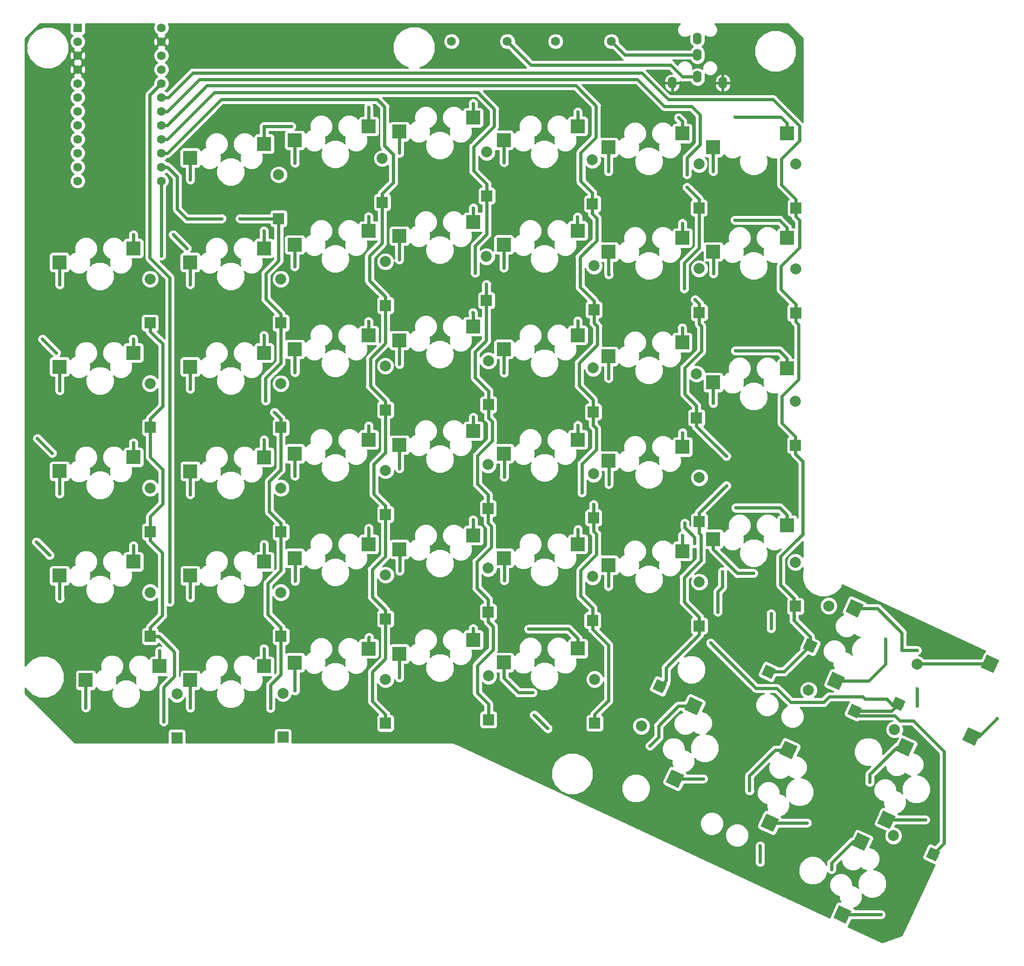
<source format=gbr>
G04 #@! TF.GenerationSoftware,KiCad,Pcbnew,(5.0.1-3-g963ef8bb5)*
G04 #@! TF.CreationDate,2018-11-24T15:25:41-08:00*
G04 #@! TF.ProjectId,ErgoMaxReversible,4572676F4D617852657665727369626C,rev?*
G04 #@! TF.SameCoordinates,Original*
G04 #@! TF.FileFunction,Copper,L2,Bot,Signal*
G04 #@! TF.FilePolarity,Positive*
%FSLAX46Y46*%
G04 Gerber Fmt 4.6, Leading zero omitted, Abs format (unit mm)*
G04 Created by KiCad (PCBNEW (5.0.1-3-g963ef8bb5)) date Saturday, November 24, 2018 at 03:25:41 pm*
%MOMM*%
%LPD*%
G01*
G04 APERTURE LIST*
G04 #@! TA.AperFunction,ComponentPad*
%ADD10O,1.600000X2.200000*%
G04 #@! TD*
G04 #@! TA.AperFunction,ComponentPad*
%ADD11C,2.000000*%
G04 #@! TD*
G04 #@! TA.AperFunction,ComponentPad*
%ADD12R,2.000000X2.000000*%
G04 #@! TD*
G04 #@! TA.AperFunction,SMDPad,CuDef*
%ADD13R,2.550000X2.500000*%
G04 #@! TD*
G04 #@! TA.AperFunction,SMDPad,CuDef*
%ADD14C,2.500000*%
G04 #@! TD*
G04 #@! TA.AperFunction,Conductor*
%ADD15C,0.100000*%
G04 #@! TD*
G04 #@! TA.AperFunction,ComponentPad*
%ADD16C,1.600000*%
G04 #@! TD*
G04 #@! TA.AperFunction,ComponentPad*
%ADD17R,1.600000X1.600000*%
G04 #@! TD*
G04 #@! TA.AperFunction,ComponentPad*
%ADD18C,1.651000*%
G04 #@! TD*
G04 #@! TA.AperFunction,ViaPad*
%ADD19C,0.609600*%
G04 #@! TD*
G04 #@! TA.AperFunction,Conductor*
%ADD20C,0.600000*%
G04 #@! TD*
G04 #@! TA.AperFunction,Conductor*
%ADD21C,0.254000*%
G04 #@! TD*
G04 APERTURE END LIST*
D10*
G04 #@! TO.P,J1,1*
G04 #@! TO.N,GND*
X238229200Y-47444200D03*
X229029200Y-47444200D03*
G04 #@! TO.P,J1,2*
G04 #@! TO.N,SDA*
X233629200Y-46344200D03*
G04 #@! TO.P,J1,4*
G04 #@! TO.N,VCC*
X233629200Y-39344200D03*
G04 #@! TO.P,J1,3*
G04 #@! TO.N,SCL*
X233629200Y-42344200D03*
G04 #@! TD*
D11*
G04 #@! TO.P,D38,2*
G04 #@! TO.N,Net-(D38-Pad2)*
X158122620Y-158737800D03*
D12*
G04 #@! TO.P,D38,1*
G04 #@! TO.N,/Col1*
X158122620Y-166737800D03*
G04 #@! TD*
D11*
G04 #@! TO.P,D15,2*
G04 #@! TO.N,Net-(D15-Pad2)*
X157740021Y-102262666D03*
D12*
G04 #@! TO.P,D15,1*
G04 #@! TO.N,/Col1*
X157740021Y-110262666D03*
G04 #@! TD*
D13*
G04 #@! TO.P,K25,2*
G04 #@! TO.N,/Row3*
X211850000Y-112490000D03*
G04 #@! TO.P,K25,1*
G04 #@! TO.N,Net-(D25-Pad2)*
X198400000Y-115030000D03*
G04 #@! TD*
G04 #@! TO.P,K26,1*
G04 #@! TO.N,Net-(D26-Pad2)*
X217450000Y-116340840D03*
G04 #@! TO.P,K26,2*
G04 #@! TO.N,/Row3*
X230900000Y-113800840D03*
G04 #@! TD*
D14*
G04 #@! TO.P,K27,2*
G04 #@! TO.N,/Row3*
X262244596Y-143230081D03*
D15*
G04 #@! TD*
G04 #@! TO.N,/Row3*
G04 #@! TO.C,K27*
G36*
X262838642Y-144913896D02*
X260572873Y-143857351D01*
X261650550Y-141546266D01*
X263916319Y-142602811D01*
X262838642Y-144913896D01*
X262838642Y-144913896D01*
G37*
D14*
G04 #@! TO.P,K27,1*
G04 #@! TO.N,Net-(D27-Pad2)*
X258862402Y-156493371D03*
D15*
G04 #@! TD*
G04 #@! TO.N,Net-(D27-Pad2)*
G04 #@! TO.C,K27*
G36*
X259456448Y-158177186D02*
X257190679Y-157120641D01*
X258268356Y-154809556D01*
X260534125Y-155866101D01*
X259456448Y-158177186D01*
X259456448Y-158177186D01*
G37*
D14*
G04 #@! TO.P,K28,1*
G04 #@! TO.N,Net-(D28-Pad2)*
X286947174Y-153349418D03*
D15*
G04 #@! TD*
G04 #@! TO.N,Net-(D28-Pad2)*
G04 #@! TO.C,K28*
G36*
X286353128Y-151665603D02*
X288618897Y-152722148D01*
X287541220Y-155033233D01*
X285275451Y-153976688D01*
X286353128Y-151665603D01*
X286353128Y-151665603D01*
G37*
D14*
G04 #@! TO.P,K28,2*
G04 #@! TO.N,/Row3*
X283564980Y-166612708D03*
D15*
G04 #@! TD*
G04 #@! TO.N,/Row3*
G04 #@! TO.C,K28*
G36*
X282970934Y-164928893D02*
X285236703Y-165985438D01*
X284159026Y-168296523D01*
X281893257Y-167239978D01*
X282970934Y-164928893D01*
X282970934Y-164928893D01*
G37*
D13*
G04 #@! TO.P,K29,2*
G04 #@! TO.N,/Row4*
X130890000Y-134740000D03*
G04 #@! TO.P,K29,1*
G04 #@! TO.N,Net-(D29-Pad2)*
X117440000Y-137280000D03*
G04 #@! TD*
G04 #@! TO.P,K30,1*
G04 #@! TO.N,Net-(D30-Pad2)*
X141250000Y-137280000D03*
G04 #@! TO.P,K30,2*
G04 #@! TO.N,/Row4*
X154700000Y-134740000D03*
G04 #@! TD*
G04 #@! TO.P,K31,2*
G04 #@! TO.N,/Row4*
X173750000Y-131560000D03*
G04 #@! TO.P,K31,1*
G04 #@! TO.N,Net-(D31-Pad2)*
X160300000Y-134100000D03*
G04 #@! TD*
G04 #@! TO.P,K32,1*
G04 #@! TO.N,Net-(D32-Pad2)*
X179350000Y-132490000D03*
G04 #@! TO.P,K32,2*
G04 #@! TO.N,/Row4*
X192800000Y-129950000D03*
G04 #@! TD*
G04 #@! TO.P,K33,2*
G04 #@! TO.N,/Row4*
X211850000Y-131530000D03*
G04 #@! TO.P,K33,1*
G04 #@! TO.N,Net-(D33-Pad2)*
X198400000Y-134070000D03*
G04 #@! TD*
G04 #@! TO.P,K23,1*
G04 #@! TO.N,Net-(D23-Pad2)*
X160300000Y-115050240D03*
G04 #@! TO.P,K23,2*
G04 #@! TO.N,/Row3*
X173750000Y-112510240D03*
G04 #@! TD*
G04 #@! TO.P,K35,2*
G04 #@! TO.N,/Row4*
X249950000Y-128070000D03*
G04 #@! TO.P,K35,1*
G04 #@! TO.N,Net-(D35-Pad2)*
X236500000Y-130610000D03*
G04 #@! TD*
D14*
G04 #@! TO.P,K36,1*
G04 #@! TO.N,Net-(D36-Pad2)*
X268071313Y-181808531D03*
D15*
G04 #@! TD*
G04 #@! TO.N,Net-(D36-Pad2)*
G04 #@! TO.C,K36*
G36*
X268665359Y-183492346D02*
X266399590Y-182435801D01*
X267477267Y-180124716D01*
X269743036Y-181181261D01*
X268665359Y-183492346D01*
X268665359Y-183492346D01*
G37*
D14*
G04 #@! TO.P,K36,2*
G04 #@! TO.N,/Row4*
X271453507Y-168545241D03*
D15*
G04 #@! TD*
G04 #@! TO.N,/Row4*
G04 #@! TO.C,K36*
G36*
X272047553Y-170229056D02*
X269781784Y-169172511D01*
X270859461Y-166861426D01*
X273125230Y-167917971D01*
X272047553Y-170229056D01*
X272047553Y-170229056D01*
G37*
D13*
G04 #@! TO.P,K37,2*
G04 #@! TO.N,/Row5*
X135650000Y-153790000D03*
G04 #@! TO.P,K37,1*
G04 #@! TO.N,Net-(D37-Pad2)*
X122200000Y-156330000D03*
G04 #@! TD*
G04 #@! TO.P,K38,1*
G04 #@! TO.N,Net-(D38-Pad2)*
X141250000Y-156330000D03*
G04 #@! TO.P,K38,2*
G04 #@! TO.N,/Row5*
X154700000Y-153790000D03*
G04 #@! TD*
G04 #@! TO.P,K39,2*
G04 #@! TO.N,/Row5*
X173750000Y-150590000D03*
G04 #@! TO.P,K39,1*
G04 #@! TO.N,Net-(D39-Pad2)*
X160300000Y-153130000D03*
G04 #@! TD*
G04 #@! TO.P,K40,1*
G04 #@! TO.N,Net-(D40-Pad2)*
X179350000Y-151530000D03*
G04 #@! TO.P,K40,2*
G04 #@! TO.N,/Row5*
X192800000Y-148990000D03*
G04 #@! TD*
G04 #@! TO.P,K41,2*
G04 #@! TO.N,/Row5*
X211850000Y-150570000D03*
G04 #@! TO.P,K41,1*
G04 #@! TO.N,Net-(D41-Pad2)*
X198400000Y-153110000D03*
G04 #@! TD*
D14*
G04 #@! TO.P,K42,1*
G04 #@! TO.N,Net-(D42-Pad2)*
X229539944Y-174305383D03*
D15*
G04 #@! TD*
G04 #@! TO.N,Net-(D42-Pad2)*
G04 #@! TO.C,K42*
G36*
X230133990Y-175989198D02*
X227868221Y-174932653D01*
X228945898Y-172621568D01*
X231211667Y-173678113D01*
X230133990Y-175989198D01*
X230133990Y-175989198D01*
G37*
D14*
G04 #@! TO.P,K42,2*
G04 #@! TO.N,/Row5*
X232922138Y-161042093D03*
D15*
G04 #@! TD*
G04 #@! TO.N,/Row5*
G04 #@! TO.C,K42*
G36*
X233516184Y-162725908D02*
X231250415Y-161669363D01*
X232328092Y-159358278D01*
X234593861Y-160414823D01*
X233516184Y-162725908D01*
X233516184Y-162725908D01*
G37*
D14*
G04 #@! TO.P,K43,2*
G04 #@! TO.N,/Row5*
X250192782Y-169060273D03*
D15*
G04 #@! TD*
G04 #@! TO.N,/Row5*
G04 #@! TO.C,K43*
G36*
X250786828Y-170744088D02*
X248521059Y-169687543D01*
X249598736Y-167376458D01*
X251864505Y-168433003D01*
X250786828Y-170744088D01*
X250786828Y-170744088D01*
G37*
D14*
G04 #@! TO.P,K43,1*
G04 #@! TO.N,Net-(D43-Pad2)*
X246810588Y-182323563D03*
D15*
G04 #@! TD*
G04 #@! TO.N,Net-(D43-Pad2)*
G04 #@! TO.C,K43*
G36*
X247404634Y-184007378D02*
X245138865Y-182950833D01*
X246216542Y-180639748D01*
X248482311Y-181696293D01*
X247404634Y-184007378D01*
X247404634Y-184007378D01*
G37*
D13*
G04 #@! TO.P,K34,1*
G04 #@! TO.N,Net-(D34-Pad2)*
X217450000Y-135370000D03*
G04 #@! TO.P,K34,2*
G04 #@! TO.N,/Row4*
X230900000Y-132830000D03*
G04 #@! TD*
D14*
G04 #@! TO.P,K44,2*
G04 #@! TO.N,/Row5*
X263420653Y-185784873D03*
D15*
G04 #@! TD*
G04 #@! TO.N,/Row5*
G04 #@! TO.C,K44*
G36*
X264014699Y-187468688D02*
X261748930Y-186412143D01*
X262826607Y-184101058D01*
X265092376Y-185157603D01*
X264014699Y-187468688D01*
X264014699Y-187468688D01*
G37*
D14*
G04 #@! TO.P,K44,1*
G04 #@! TO.N,Net-(D44-Pad2)*
X260038459Y-199048163D03*
D15*
G04 #@! TD*
G04 #@! TO.N,Net-(D44-Pad2)*
G04 #@! TO.C,K44*
G36*
X260632505Y-200731978D02*
X258366736Y-199675433D01*
X259444413Y-197364348D01*
X261710182Y-198420893D01*
X260632505Y-200731978D01*
X260632505Y-200731978D01*
G37*
D13*
G04 #@! TO.P,K24,1*
G04 #@! TO.N,Net-(D24-Pad2)*
X179350000Y-113447240D03*
G04 #@! TO.P,K24,2*
G04 #@! TO.N,/Row3*
X192800000Y-110907240D03*
G04 #@! TD*
G04 #@! TO.P,K3,2*
G04 #@! TO.N,/Row0*
X192780000Y-53769640D03*
G04 #@! TO.P,K3,1*
G04 #@! TO.N,Net-(D3-Pad2)*
X179330000Y-56309640D03*
G04 #@! TD*
G04 #@! TO.P,K4,1*
G04 #@! TO.N,Net-(D4-Pad2)*
X198370000Y-57893640D03*
G04 #@! TO.P,K4,2*
G04 #@! TO.N,/Row0*
X211820000Y-55353640D03*
G04 #@! TD*
G04 #@! TO.P,K5,2*
G04 #@! TO.N,/Row0*
X230857751Y-56653640D03*
G04 #@! TO.P,K5,1*
G04 #@! TO.N,Net-(D5-Pad2)*
X217407751Y-59193640D03*
G04 #@! TD*
G04 #@! TO.P,K6,1*
G04 #@! TO.N,Net-(D6-Pad2)*
X236500000Y-59195640D03*
G04 #@! TO.P,K6,2*
G04 #@! TO.N,/Row0*
X249950000Y-56655640D03*
G04 #@! TD*
G04 #@! TO.P,K7,2*
G04 #@! TO.N,/Row1*
X130881680Y-77610640D03*
G04 #@! TO.P,K7,1*
G04 #@! TO.N,Net-(D7-Pad2)*
X117431680Y-80150640D03*
G04 #@! TD*
G04 #@! TO.P,K8,1*
G04 #@! TO.N,Net-(D8-Pad2)*
X141237100Y-80150640D03*
G04 #@! TO.P,K8,2*
G04 #@! TO.N,/Row1*
X154687100Y-77610640D03*
G04 #@! TD*
G04 #@! TO.P,K9,2*
G04 #@! TO.N,/Row1*
X173737100Y-74420640D03*
G04 #@! TO.P,K9,1*
G04 #@! TO.N,Net-(D9-Pad2)*
X160287100Y-76960640D03*
G04 #@! TD*
G04 #@! TO.P,K10,1*
G04 #@! TO.N,Net-(D10-Pad2)*
X179332700Y-75355080D03*
G04 #@! TO.P,K10,2*
G04 #@! TO.N,/Row1*
X192782700Y-72815080D03*
G04 #@! TD*
G04 #@! TO.P,K11,2*
G04 #@! TO.N,/Row1*
X211824600Y-74407420D03*
G04 #@! TO.P,K11,1*
G04 #@! TO.N,Net-(D11-Pad2)*
X198374600Y-76947420D03*
G04 #@! TD*
G04 #@! TO.P,K12,1*
G04 #@! TO.N,Net-(D12-Pad2)*
X217450000Y-78243520D03*
G04 #@! TO.P,K12,2*
G04 #@! TO.N,/Row1*
X230900000Y-75703520D03*
G04 #@! TD*
G04 #@! TO.P,K13,2*
G04 #@! TO.N,/Row1*
X249950000Y-75695940D03*
G04 #@! TO.P,K13,1*
G04 #@! TO.N,Net-(D13-Pad2)*
X236500000Y-78235940D03*
G04 #@! TD*
G04 #@! TO.P,K14,1*
G04 #@! TO.N,Net-(D14-Pad2)*
X117435080Y-99193740D03*
G04 #@! TO.P,K14,2*
G04 #@! TO.N,/Row2*
X130885080Y-96653740D03*
G04 #@! TD*
G04 #@! TO.P,K15,2*
G04 #@! TO.N,/Row2*
X154685860Y-96663340D03*
G04 #@! TO.P,K15,1*
G04 #@! TO.N,Net-(D15-Pad2)*
X141235860Y-99203340D03*
G04 #@! TD*
G04 #@! TO.P,K16,1*
G04 #@! TO.N,Net-(D16-Pad2)*
X160284600Y-96002620D03*
G04 #@! TO.P,K16,2*
G04 #@! TO.N,/Row2*
X173734600Y-93462620D03*
G04 #@! TD*
G04 #@! TO.P,K17,2*
G04 #@! TO.N,/Row2*
X192779040Y-91859540D03*
G04 #@! TO.P,K17,1*
G04 #@! TO.N,Net-(D17-Pad2)*
X179329040Y-94399540D03*
G04 #@! TD*
G04 #@! TO.P,K18,1*
G04 #@! TO.N,Net-(D18-Pad2)*
X198374440Y-95985260D03*
G04 #@! TO.P,K18,2*
G04 #@! TO.N,/Row2*
X211824440Y-93445260D03*
G04 #@! TD*
G04 #@! TO.P,K19,2*
G04 #@! TO.N,/Row2*
X230857600Y-94756040D03*
G04 #@! TO.P,K19,1*
G04 #@! TO.N,Net-(D19-Pad2)*
X217407600Y-97296040D03*
G04 #@! TD*
G04 #@! TO.P,K20,1*
G04 #@! TO.N,Net-(D20-Pad2)*
X236500000Y-102055640D03*
G04 #@! TO.P,K20,2*
G04 #@! TO.N,/Row2*
X249950000Y-99515640D03*
G04 #@! TD*
G04 #@! TO.P,K21,2*
G04 #@! TO.N,/Row3*
X130895400Y-115693840D03*
G04 #@! TO.P,K21,1*
G04 #@! TO.N,Net-(D21-Pad2)*
X117445400Y-118233840D03*
G04 #@! TD*
G04 #@! TO.P,K2,1*
G04 #@! TO.N,Net-(D2-Pad2)*
X160290000Y-57907040D03*
G04 #@! TO.P,K2,2*
G04 #@! TO.N,/Row0*
X173740000Y-55367040D03*
G04 #@! TD*
G04 #@! TO.P,K1,2*
G04 #@! TO.N,/Row0*
X154690000Y-58573640D03*
G04 #@! TO.P,K1,1*
G04 #@! TO.N,Net-(D1-Pad2)*
X141240000Y-61113640D03*
G04 #@! TD*
G04 #@! TO.P,K22,1*
G04 #@! TO.N,Net-(D22-Pad2)*
X141241600Y-118242040D03*
G04 #@! TO.P,K22,2*
G04 #@! TO.N,/Row3*
X154691600Y-115702040D03*
G04 #@! TD*
D16*
G04 #@! TO.P,U1,24*
G04 #@! TO.N,Net-(U1-Pad24)*
X135969660Y-37378640D03*
G04 #@! TO.P,U1,23*
G04 #@! TO.N,GND*
X135969660Y-39918640D03*
G04 #@! TO.P,U1,22*
G04 #@! TO.N,Net-(U1-Pad22)*
X135969660Y-42458640D03*
G04 #@! TO.P,U1,21*
G04 #@! TO.N,VCC*
X135969660Y-44998640D03*
G04 #@! TO.P,U1,20*
G04 #@! TO.N,/Col7*
X135969660Y-47538640D03*
G04 #@! TO.P,U1,19*
G04 #@! TO.N,/Col6*
X135969660Y-50078640D03*
G04 #@! TO.P,U1,18*
G04 #@! TO.N,/Col5*
X135969660Y-52618640D03*
G04 #@! TO.P,U1,17*
G04 #@! TO.N,/Col4*
X135969660Y-55158640D03*
G04 #@! TO.P,U1,16*
G04 #@! TO.N,/Col3*
X135969660Y-57698640D03*
G04 #@! TO.P,U1,15*
G04 #@! TO.N,/Col2*
X135969660Y-60238640D03*
G04 #@! TO.P,U1,14*
G04 #@! TO.N,/Col1*
X135969660Y-62778640D03*
G04 #@! TO.P,U1,13*
G04 #@! TO.N,/Col0*
X135969660Y-65318640D03*
G04 #@! TO.P,U1,12*
G04 #@! TO.N,/Row0*
X120729660Y-65318640D03*
G04 #@! TO.P,U1,11*
G04 #@! TO.N,/Row1*
X120729660Y-62778640D03*
G04 #@! TO.P,U1,10*
G04 #@! TO.N,/Row2*
X120729660Y-60238640D03*
G04 #@! TO.P,U1,9*
G04 #@! TO.N,/Row3*
X120729660Y-57698640D03*
G04 #@! TO.P,U1,8*
G04 #@! TO.N,/Row4*
X120729660Y-55158640D03*
G04 #@! TO.P,U1,7*
G04 #@! TO.N,/Row5*
X120729660Y-52618640D03*
G04 #@! TO.P,U1,6*
G04 #@! TO.N,SCL*
X120729660Y-50078640D03*
G04 #@! TO.P,U1,5*
G04 #@! TO.N,SDA*
X120729660Y-47538640D03*
G04 #@! TO.P,U1,4*
G04 #@! TO.N,GND*
X120729660Y-44998640D03*
G04 #@! TO.P,U1,3*
X120729660Y-42458640D03*
G04 #@! TO.P,U1,2*
G04 #@! TO.N,Net-(U1-Pad2)*
X120729660Y-39918640D03*
D17*
G04 #@! TO.P,U1,1*
G04 #@! TO.N,Net-(U1-Pad1)*
X120729660Y-37378640D03*
G04 #@! TD*
D12*
G04 #@! TO.P,D25,1*
G04 #@! TO.N,/Col4*
X214703660Y-126732800D03*
D11*
G04 #@! TO.P,D25,2*
G04 #@! TO.N,Net-(D25-Pad2)*
X214703660Y-118732800D03*
G04 #@! TD*
G04 #@! TO.P,D26,2*
G04 #@! TO.N,Net-(D26-Pad2)*
X233954161Y-119400166D03*
D12*
G04 #@! TO.P,D26,1*
G04 #@! TO.N,/Col5*
X233954161Y-127400166D03*
G04 #@! TD*
D11*
G04 #@! TO.P,D27,1*
G04 #@! TO.N,/Col6*
X254161187Y-150040991D03*
D15*
G04 #@! TD*
G04 #@! TO.N,/Col6*
G04 #@! TO.C,D27*
G36*
X253677497Y-148712065D02*
X255490113Y-149557301D01*
X254644877Y-151369917D01*
X252832261Y-150524681D01*
X253677497Y-148712065D01*
X253677497Y-148712065D01*
G37*
D11*
G04 #@! TO.P,D27,2*
G04 #@! TO.N,Net-(D27-Pad2)*
X257542133Y-142790529D03*
G04 #@! TD*
G04 #@! TO.P,D28,2*
G04 #@! TO.N,Net-(D28-Pad2)*
X273607633Y-153420429D03*
G04 #@! TO.P,D28,1*
G04 #@! TO.N,/Col7*
X270226687Y-160670891D03*
D15*
G04 #@! TD*
G04 #@! TO.N,/Col7*
G04 #@! TO.C,D28*
G36*
X269742997Y-159341965D02*
X271555613Y-160187201D01*
X270710377Y-161999817D01*
X268897761Y-161154581D01*
X269742997Y-159341965D01*
X269742997Y-159341965D01*
G37*
D12*
G04 #@! TO.P,D29,1*
G04 #@! TO.N,/Col0*
X133944161Y-148339326D03*
D11*
G04 #@! TO.P,D29,2*
G04 #@! TO.N,Net-(D29-Pad2)*
X133944161Y-140339326D03*
G04 #@! TD*
G04 #@! TO.P,D30,2*
G04 #@! TO.N,Net-(D30-Pad2)*
X157754161Y-140339326D03*
D12*
G04 #@! TO.P,D30,1*
G04 #@! TO.N,/Col1*
X157754161Y-148339326D03*
G04 #@! TD*
G04 #@! TO.P,D31,1*
G04 #@! TO.N,/Col2*
X176804161Y-145159326D03*
D11*
G04 #@! TO.P,D31,2*
G04 #@! TO.N,Net-(D31-Pad2)*
X176804161Y-137159326D03*
G04 #@! TD*
G04 #@! TO.P,D32,2*
G04 #@! TO.N,Net-(D32-Pad2)*
X195513960Y-135920980D03*
D12*
G04 #@! TO.P,D32,1*
G04 #@! TO.N,/Col3*
X195513960Y-143920980D03*
G04 #@! TD*
G04 #@! TO.P,D33,1*
G04 #@! TO.N,/Col4*
X214523320Y-145444980D03*
D11*
G04 #@! TO.P,D33,2*
G04 #@! TO.N,Net-(D33-Pad2)*
X214523320Y-137444980D03*
G04 #@! TD*
G04 #@! TO.P,D34,2*
G04 #@! TO.N,Net-(D34-Pad2)*
X233954161Y-138429326D03*
D12*
G04 #@! TO.P,D34,1*
G04 #@! TO.N,/Col5*
X233954161Y-146429326D03*
G04 #@! TD*
G04 #@! TO.P,D12,1*
G04 #@! TO.N,/Col5*
X233954161Y-89302846D03*
D11*
G04 #@! TO.P,D12,2*
G04 #@! TO.N,Net-(D12-Pad2)*
X233954161Y-81302846D03*
G04 #@! TD*
G04 #@! TO.P,D36,2*
G04 #@! TO.N,Net-(D36-Pad2)*
X269512431Y-165335053D03*
G04 #@! TO.P,D36,1*
G04 #@! TO.N,/Col7*
X262261969Y-161954107D03*
D15*
G04 #@! TD*
G04 #@! TO.N,/Col7*
G04 #@! TO.C,D36*
G36*
X263590895Y-161470417D02*
X262745659Y-163283033D01*
X260933043Y-162437797D01*
X261778279Y-160625181D01*
X263590895Y-161470417D01*
X263590895Y-161470417D01*
G37*
D12*
G04 #@! TO.P,D37,1*
G04 #@! TO.N,/Col0*
X138811000Y-166849560D03*
D11*
G04 #@! TO.P,D37,2*
G04 #@! TO.N,Net-(D37-Pad2)*
X138811000Y-158849560D03*
G04 #@! TD*
D12*
G04 #@! TO.P,D39,1*
G04 #@! TO.N,/Col2*
X176804161Y-164189326D03*
D11*
G04 #@! TO.P,D39,2*
G04 #@! TO.N,Net-(D39-Pad2)*
X176804161Y-156189326D03*
G04 #@! TD*
G04 #@! TO.P,D40,2*
G04 #@! TO.N,Net-(D40-Pad2)*
X195559680Y-155547560D03*
D12*
G04 #@! TO.P,D40,1*
G04 #@! TO.N,/Col3*
X195559680Y-163547560D03*
G04 #@! TD*
G04 #@! TO.P,D41,1*
G04 #@! TO.N,/Col4*
X214904161Y-164169326D03*
D11*
G04 #@! TO.P,D41,2*
G04 #@! TO.N,Net-(D41-Pad2)*
X214904161Y-156169326D03*
G04 #@! TD*
G04 #@! TO.P,D42,2*
G04 #@! TO.N,Net-(D42-Pad2)*
X223417027Y-164694251D03*
G04 #@! TO.P,D42,1*
G04 #@! TO.N,/Col5*
X226797973Y-157443789D03*
D15*
G04 #@! TD*
G04 #@! TO.N,/Col5*
G04 #@! TO.C,D42*
G36*
X227281663Y-158772715D02*
X225469047Y-157927479D01*
X226314283Y-156114863D01*
X228126899Y-156960099D01*
X227281663Y-158772715D01*
X227281663Y-158772715D01*
G37*
D11*
G04 #@! TO.P,D43,1*
G04 #@! TO.N,/Col6*
X246615569Y-154798927D03*
D15*
G04 #@! TD*
G04 #@! TO.N,/Col6*
G04 #@! TO.C,D43*
G36*
X247944495Y-154315237D02*
X247099259Y-156127853D01*
X245286643Y-155282617D01*
X246131879Y-153470001D01*
X247944495Y-154315237D01*
X247944495Y-154315237D01*
G37*
D11*
G04 #@! TO.P,D43,2*
G04 #@! TO.N,Net-(D43-Pad2)*
X253866031Y-158179873D03*
G04 #@! TD*
G04 #@! TO.P,D44,2*
G04 #@! TO.N,Net-(D44-Pad2)*
X269313009Y-184687107D03*
G04 #@! TO.P,D44,1*
G04 #@! TO.N,/Col7*
X276563471Y-188068053D03*
D15*
G04 #@! TD*
G04 #@! TO.N,/Col7*
G04 #@! TO.C,D44*
G36*
X275234545Y-188551743D02*
X276079781Y-186739127D01*
X277892397Y-187584363D01*
X277047161Y-189396979D01*
X275234545Y-188551743D01*
X275234545Y-188551743D01*
G37*
D12*
G04 #@! TO.P,D22,1*
G04 #@! TO.N,/Col1*
X157745761Y-129301366D03*
D11*
G04 #@! TO.P,D22,2*
G04 #@! TO.N,Net-(D22-Pad2)*
X157745761Y-121301366D03*
G04 #@! TD*
G04 #@! TO.P,D35,2*
G04 #@! TO.N,Net-(D35-Pad2)*
X251475240Y-134854180D03*
D12*
G04 #@! TO.P,D35,1*
G04 #@! TO.N,/Col6*
X251475240Y-142854180D03*
G04 #@! TD*
G04 #@! TO.P,D2,1*
G04 #@! TO.N,/Col2*
X176225200Y-69222120D03*
D11*
G04 #@! TO.P,D2,2*
G04 #@! TO.N,Net-(D2-Pad2)*
X176225200Y-61222120D03*
G04 #@! TD*
G04 #@! TO.P,D3,2*
G04 #@! TO.N,Net-(D3-Pad2)*
X195252340Y-60048640D03*
D12*
G04 #@! TO.P,D3,1*
G04 #@! TO.N,/Col3*
X195252340Y-68048640D03*
G04 #@! TD*
G04 #@! TO.P,D4,1*
G04 #@! TO.N,/Col4*
X214495380Y-69504060D03*
D11*
G04 #@! TO.P,D4,2*
G04 #@! TO.N,Net-(D4-Pad2)*
X214495380Y-61504060D03*
G04 #@! TD*
G04 #@! TO.P,D5,2*
G04 #@! TO.N,Net-(D5-Pad2)*
X233911912Y-62252966D03*
D12*
G04 #@! TO.P,D5,1*
G04 #@! TO.N,/Col5*
X233911912Y-70252966D03*
G04 #@! TD*
G04 #@! TO.P,D6,1*
G04 #@! TO.N,/Col6*
X251559060Y-70235580D03*
D11*
G04 #@! TO.P,D6,2*
G04 #@! TO.N,Net-(D6-Pad2)*
X251559060Y-62235580D03*
G04 #@! TD*
G04 #@! TO.P,D7,2*
G04 #@! TO.N,Net-(D7-Pad2)*
X133935841Y-83209966D03*
D12*
G04 #@! TO.P,D7,1*
G04 #@! TO.N,/Col0*
X133935841Y-91209966D03*
G04 #@! TD*
G04 #@! TO.P,D8,1*
G04 #@! TO.N,/Col1*
X157741261Y-91209966D03*
D11*
G04 #@! TO.P,D8,2*
G04 #@! TO.N,Net-(D8-Pad2)*
X157741261Y-83209966D03*
G04 #@! TD*
G04 #@! TO.P,D9,2*
G04 #@! TO.N,Net-(D9-Pad2)*
X176791261Y-80019966D03*
D12*
G04 #@! TO.P,D9,1*
G04 #@! TO.N,/Col2*
X176791261Y-88019966D03*
G04 #@! TD*
G04 #@! TO.P,D10,1*
G04 #@! TO.N,/Col3*
X195191380Y-87108800D03*
D11*
G04 #@! TO.P,D10,2*
G04 #@! TO.N,Net-(D10-Pad2)*
X195191380Y-79108800D03*
G04 #@! TD*
G04 #@! TO.P,D23,2*
G04 #@! TO.N,Net-(D23-Pad2)*
X176804161Y-118109566D03*
D12*
G04 #@! TO.P,D23,1*
G04 #@! TO.N,/Col2*
X176804161Y-126109566D03*
G04 #@! TD*
G04 #@! TO.P,D24,1*
G04 #@! TO.N,/Col3*
X195493640Y-125033540D03*
D11*
G04 #@! TO.P,D24,2*
G04 #@! TO.N,Net-(D24-Pad2)*
X195493640Y-117033540D03*
G04 #@! TD*
G04 #@! TO.P,D13,2*
G04 #@! TO.N,Net-(D13-Pad2)*
X251513340Y-81379560D03*
D12*
G04 #@! TO.P,D13,1*
G04 #@! TO.N,/Col6*
X251513340Y-89379560D03*
G04 #@! TD*
G04 #@! TO.P,D14,1*
G04 #@! TO.N,/Col0*
X133939241Y-110253066D03*
D11*
G04 #@! TO.P,D14,2*
G04 #@! TO.N,Net-(D14-Pad2)*
X133939241Y-102253066D03*
G04 #@! TD*
D12*
G04 #@! TO.P,D16,1*
G04 #@! TO.N,/Col2*
X176788761Y-107061946D03*
D11*
G04 #@! TO.P,D16,2*
G04 #@! TO.N,Net-(D16-Pad2)*
X176788761Y-99061946D03*
G04 #@! TD*
G04 #@! TO.P,D17,2*
G04 #@! TO.N,Net-(D17-Pad2)*
X195564760Y-98097840D03*
D12*
G04 #@! TO.P,D17,1*
G04 #@! TO.N,/Col3*
X195564760Y-106097840D03*
G04 #@! TD*
G04 #@! TO.P,D18,1*
G04 #@! TO.N,/Col4*
X214635080Y-107421180D03*
D11*
G04 #@! TO.P,D18,2*
G04 #@! TO.N,Net-(D18-Pad2)*
X214635080Y-99421180D03*
G04 #@! TD*
G04 #@! TO.P,D19,2*
G04 #@! TO.N,Net-(D19-Pad2)*
X233453940Y-100503220D03*
D12*
G04 #@! TO.P,D19,1*
G04 #@! TO.N,/Col5*
X233453940Y-108503220D03*
G04 #@! TD*
G04 #@! TO.P,D20,1*
G04 #@! TO.N,/Col6*
X251472700Y-113501940D03*
D11*
G04 #@! TO.P,D20,2*
G04 #@! TO.N,Net-(D20-Pad2)*
X251472700Y-105501940D03*
G04 #@! TD*
G04 #@! TO.P,D21,2*
G04 #@! TO.N,Net-(D21-Pad2)*
X133949561Y-121293166D03*
D12*
G04 #@! TO.P,D21,1*
G04 #@! TO.N,/Col0*
X133949561Y-129293166D03*
G04 #@! TD*
G04 #@! TO.P,D11,1*
G04 #@! TO.N,/Col4*
X214767160Y-88808060D03*
D11*
G04 #@! TO.P,D11,2*
G04 #@! TO.N,Net-(D11-Pad2)*
X214767160Y-80808060D03*
G04 #@! TD*
G04 #@! TO.P,D1,2*
G04 #@! TO.N,Net-(D1-Pad2)*
X157350460Y-64181220D03*
D12*
G04 #@! TO.P,D1,1*
G04 #@! TO.N,/Col1*
X157350460Y-72181220D03*
G04 #@! TD*
D18*
G04 #@! TO.P,R1,2*
G04 #@! TO.N,VCC*
X207765920Y-39875460D03*
G04 #@! TO.P,R1,1*
G04 #@! TO.N,SCL*
X217925920Y-39875460D03*
G04 #@! TD*
G04 #@! TO.P,R2,2*
G04 #@! TO.N,VCC*
X188827680Y-39875460D03*
G04 #@! TO.P,R2,1*
G04 #@! TO.N,SDA*
X198987680Y-39875460D03*
G04 #@! TD*
D19*
G04 #@! TO.N,Net-(D1-Pad2)*
X141246860Y-65107820D03*
G04 #@! TO.N,/Col1*
X155851860Y-161432240D03*
X154978100Y-105392220D03*
X156582855Y-107505500D03*
X146987260Y-72181220D03*
X150324820Y-72181220D03*
G04 #@! TO.N,Net-(D2-Pad2)*
X160307020Y-62039500D03*
G04 #@! TO.N,/Col3*
X195191380Y-84168925D03*
X193133980Y-82111525D03*
G04 #@! TO.N,Net-(D3-Pad2)*
X179349400Y-60233560D03*
G04 #@! TO.N,Net-(D4-Pad2)*
X198386700Y-61940440D03*
G04 #@! TO.N,/Col4*
X212577680Y-122162845D03*
X214703660Y-124288825D03*
G04 #@! TO.N,Net-(D5-Pad2)*
X217398600Y-63614300D03*
G04 #@! TO.N,/Col5*
X238887000Y-120867327D03*
X238887000Y-115493800D03*
X233195515Y-86944200D03*
X231208580Y-84957265D03*
X231716580Y-66456560D03*
X231716580Y-64160400D03*
G04 #@! TO.N,Net-(D6-Pad2)*
X236507020Y-63583820D03*
G04 #@! TO.N,/Col0*
X135991600Y-78950820D03*
X136400540Y-163918900D03*
G04 #@! TO.N,Net-(D7-Pad2)*
X117464840Y-84239100D03*
G04 #@! TO.N,Net-(D8-Pad2)*
X141226540Y-84201000D03*
G04 #@! TO.N,Net-(D9-Pad2)*
X160248600Y-80942180D03*
G04 #@! TO.N,Net-(D10-Pad2)*
X179308760Y-79692500D03*
G04 #@! TO.N,Net-(D11-Pad2)*
X198358760Y-81170780D03*
G04 #@! TO.N,Net-(D12-Pad2)*
X217477340Y-82389980D03*
G04 #@! TO.N,Net-(D13-Pad2)*
X236524800Y-82212180D03*
G04 #@! TO.N,Net-(D14-Pad2)*
X117459760Y-103538020D03*
G04 #@! TO.N,Net-(D15-Pad2)*
X141224000Y-103273860D03*
G04 #@! TO.N,Net-(D16-Pad2)*
X160312100Y-100210620D03*
G04 #@! TO.N,Net-(D17-Pad2)*
X179357020Y-98734880D03*
G04 #@! TO.N,Net-(D18-Pad2)*
X198394320Y-100299520D03*
G04 #@! TO.N,Net-(D19-Pad2)*
X217424000Y-101307900D03*
G04 #@! TO.N,Net-(D20-Pad2)*
X236501940Y-105846880D03*
G04 #@! TO.N,Net-(D21-Pad2)*
X117434360Y-122364500D03*
G04 #@! TO.N,Net-(D22-Pad2)*
X141234160Y-122478800D03*
G04 #@! TO.N,Net-(D23-Pad2)*
X160307020Y-119090440D03*
G04 #@! TO.N,Net-(D24-Pad2)*
X179349400Y-117731540D03*
G04 #@! TO.N,Net-(D25-Pad2)*
X198422260Y-119298720D03*
G04 #@! TO.N,Net-(D26-Pad2)*
X217484960Y-120627140D03*
G04 #@! TO.N,Net-(D27-Pad2)*
X267909040Y-148882100D03*
G04 #@! TO.N,/Col7*
X137492740Y-142064740D03*
X236016800Y-149555200D03*
G04 #@! TO.N,Net-(D28-Pad2)*
X273607633Y-161050891D03*
X273607633Y-157866080D03*
G04 #@! TO.N,Net-(D29-Pad2)*
X117469920Y-141434820D03*
G04 #@! TO.N,Net-(D30-Pad2)*
X141241780Y-141287500D03*
G04 #@! TO.N,Net-(D31-Pad2)*
X160334960Y-138267440D03*
G04 #@! TO.N,Net-(D32-Pad2)*
X179379880Y-136405620D03*
G04 #@! TO.N,Net-(D33-Pad2)*
X198437500Y-138153140D03*
G04 #@! TO.N,Net-(D34-Pad2)*
X217406220Y-139225020D03*
G04 #@! TO.N,Net-(D35-Pad2)*
X243829840Y-136829800D03*
G04 #@! TO.N,Net-(D36-Pad2)*
X275135340Y-181775100D03*
G04 #@! TO.N,Net-(D37-Pad2)*
X122212100Y-161358580D03*
G04 #@! TO.N,Net-(D38-Pad2)*
X141249400Y-161383980D03*
G04 #@! TO.N,Net-(D39-Pad2)*
X160314640Y-158267400D03*
G04 #@! TO.N,Net-(D40-Pad2)*
X179326540Y-155897580D03*
G04 #@! TO.N,Net-(D41-Pad2)*
X203586080Y-158605220D03*
G04 #@! TO.N,Net-(D42-Pad2)*
X234683300Y-174304960D03*
G04 #@! TO.N,Net-(D43-Pad2)*
X253588520Y-182346600D03*
G04 #@! TO.N,Net-(D44-Pad2)*
X267004800Y-199072500D03*
G04 #@! TO.N,/Row0*
X211825840Y-52727860D03*
X192783460Y-51186080D03*
X173713140Y-51919640D03*
X154683460Y-55367040D03*
X240489740Y-53672740D03*
X230177340Y-53797200D03*
X159685000Y-55367040D03*
G04 #@! TO.N,/Row1*
X230888540Y-73025000D03*
X211790280Y-71871840D03*
X192803780Y-70236080D03*
X173720760Y-71810880D03*
X154663140Y-74420640D03*
X130878580Y-75115420D03*
X240451640Y-72438260D03*
X140632100Y-77610640D03*
X138136880Y-75115420D03*
G04 #@! TO.N,/Row2*
X230847900Y-92095320D03*
X211808060Y-90827860D03*
X192722500Y-89301320D03*
X173713140Y-90929460D03*
X154658060Y-93462620D03*
X130853180Y-94137480D03*
X240504980Y-96266000D03*
X116830080Y-96653740D03*
X114322860Y-94146520D03*
G04 #@! TO.N,/Row3*
X288186217Y-163352480D03*
X230908860Y-111211360D03*
X211833460Y-109860080D03*
X192798700Y-108381800D03*
X173736000Y-109966760D03*
X154691080Y-112510240D03*
X130883660Y-113050320D03*
X116084100Y-114937540D03*
X113405920Y-112259360D03*
X247046854Y-144218659D03*
X247046854Y-146926300D03*
X270878300Y-150888700D03*
X273608800Y-150888700D03*
X231317800Y-127711200D03*
X233083100Y-131432300D03*
G04 #@! TO.N,/Row4*
X230883460Y-129920000D03*
X211853780Y-128846580D03*
X192763140Y-127106680D03*
X173751240Y-128638300D03*
X154693620Y-131560000D03*
X130881120Y-131805680D03*
X240591340Y-124919740D03*
X265005820Y-174945040D03*
X113209800Y-131114800D03*
X115635500Y-133540500D03*
X238150400Y-136550400D03*
X237325199Y-143891000D03*
G04 #@! TO.N,/Row5*
X192768220Y-146910199D03*
X173819820Y-148510199D03*
X154660600Y-150590000D03*
X202874880Y-146992340D03*
X258038600Y-190807340D03*
X243113560Y-176463960D03*
X224962720Y-168313100D03*
X206354680Y-165133020D03*
X203906120Y-162684460D03*
X135661400Y-150990300D03*
X245045291Y-189509400D03*
X245045291Y-186537600D03*
G04 #@! TD*
D20*
G04 #@! TO.N,Net-(D1-Pad2)*
X141240000Y-61166954D02*
X141266657Y-61140297D01*
X141240000Y-64669908D02*
X141240000Y-61166954D01*
X141246860Y-64676768D02*
X141240000Y-64669908D01*
X141246860Y-65107820D02*
X141246860Y-64676768D01*
G04 #@! TO.N,/Col1*
X157745761Y-127701366D02*
X155648660Y-125604265D01*
X157745761Y-129301366D02*
X157745761Y-127701366D01*
X155648660Y-125604265D02*
X155648660Y-120075960D01*
X157740021Y-117984599D02*
X157740021Y-110262666D01*
X155648660Y-120075960D02*
X157740021Y-117984599D01*
X157754161Y-146739326D02*
X155359100Y-144344265D01*
X157754161Y-148339326D02*
X157754161Y-146739326D01*
X155359100Y-144344265D02*
X155359100Y-138701780D01*
X157745761Y-136315119D02*
X157745761Y-129301366D01*
X155359100Y-138701780D02*
X157745761Y-136315119D01*
X157740021Y-108662666D02*
X157740021Y-110262666D01*
X157741261Y-91209966D02*
X157741261Y-98509179D01*
X156135220Y-100115220D02*
X156130140Y-100115220D01*
X156130140Y-100115220D02*
X154978100Y-101267260D01*
X154978100Y-101267260D02*
X154978100Y-105392220D01*
X157741261Y-98509179D02*
X156135220Y-100115220D01*
X157741261Y-89609966D02*
X157741261Y-91209966D01*
X154995880Y-86864585D02*
X157741261Y-89609966D01*
X154995880Y-82202020D02*
X154995880Y-86864585D01*
X157350460Y-79847440D02*
X157032960Y-80164940D01*
X157350460Y-72181220D02*
X157350460Y-79847440D01*
X157032960Y-80164940D02*
X154995880Y-82202020D01*
X155851860Y-157205680D02*
X155851860Y-161432240D01*
X157754161Y-148339326D02*
X157754161Y-155303379D01*
X157754161Y-155303379D02*
X155851860Y-157205680D01*
X140611360Y-72181220D02*
X146987260Y-72181220D01*
X138877040Y-70446900D02*
X140611360Y-72181220D01*
X138877040Y-64554650D02*
X138877040Y-70446900D01*
X137101030Y-62778640D02*
X138877040Y-64554650D01*
X135969660Y-62778640D02*
X137101030Y-62778640D01*
X156582855Y-107505500D02*
X157740021Y-108662666D01*
X150324820Y-72181220D02*
X157350460Y-72181220D01*
G04 #@! TO.N,Net-(D2-Pad2)*
X160290000Y-62022480D02*
X160307020Y-62039500D01*
X160290000Y-57907040D02*
X160290000Y-62022480D01*
G04 #@! TO.N,/Col2*
X176804161Y-124509566D02*
X174693580Y-122398985D01*
X176804161Y-126109566D02*
X176804161Y-124509566D01*
X174693580Y-122398985D02*
X174693580Y-116956840D01*
X176788761Y-114861659D02*
X176788761Y-107061946D01*
X174693580Y-116956840D02*
X176788761Y-114861659D01*
X176804161Y-143559326D02*
X174378620Y-141133785D01*
X176804161Y-145159326D02*
X176804161Y-143559326D01*
X174378620Y-141133785D02*
X174378620Y-136182100D01*
X176804161Y-133756559D02*
X176804161Y-126109566D01*
X174378620Y-136182100D02*
X176804161Y-133756559D01*
X176804161Y-162589326D02*
X174409100Y-160194265D01*
X176804161Y-164189326D02*
X176804161Y-162589326D01*
X174409100Y-160194265D02*
X174409100Y-154810460D01*
X176804161Y-152415399D02*
X176804161Y-145159326D01*
X174409100Y-154810460D02*
X176804161Y-152415399D01*
X176791261Y-94119700D02*
X176791261Y-88019966D01*
X176788761Y-105461946D02*
X176788761Y-107061946D01*
X174053500Y-102726685D02*
X176788761Y-105461946D01*
X174053500Y-97688400D02*
X174053500Y-102726685D01*
X176791261Y-94119700D02*
X176791261Y-94950639D01*
X176791261Y-94950639D02*
X174053500Y-97688400D01*
X176791261Y-86419966D02*
X176791261Y-88019966D01*
X173863000Y-83491705D02*
X176791261Y-86419966D01*
X173863000Y-78994000D02*
X173863000Y-83491705D01*
X176225200Y-67622120D02*
X176225200Y-69222120D01*
X178196240Y-60446920D02*
X178196240Y-65651080D01*
X135969660Y-60238640D02*
X137101030Y-60238640D01*
X146867330Y-50472340D02*
X175343820Y-50472340D01*
X175343820Y-50472340D02*
X176646840Y-51775360D01*
X176646840Y-51775360D02*
X176646840Y-58897520D01*
X178196240Y-65651080D02*
X176225200Y-67622120D01*
X137101030Y-60238640D02*
X146867330Y-50472340D01*
X176646840Y-58897520D02*
X178196240Y-60446920D01*
X176225200Y-76631800D02*
X175930560Y-76926440D01*
X176225200Y-69222120D02*
X176225200Y-76631800D01*
X175930560Y-76926440D02*
X173863000Y-78994000D01*
G04 #@! TO.N,/Col3*
X194228400Y-95364620D02*
X194228400Y-95377320D01*
X194228400Y-95377320D02*
X193154300Y-96451420D01*
X193154300Y-96451420D02*
X193154300Y-101179965D01*
X195513960Y-141609125D02*
X195513960Y-143920980D01*
X193431160Y-139526325D02*
X195513960Y-141609125D01*
X195564760Y-103590425D02*
X195564760Y-106097840D01*
X193154300Y-101179965D02*
X195564760Y-103590425D01*
X195493640Y-122546045D02*
X195493640Y-125033540D01*
X193530220Y-120582625D02*
X195493640Y-122546045D01*
X195559680Y-160694845D02*
X195559680Y-163547560D01*
X193507360Y-158642525D02*
X195559680Y-160694845D01*
X195191380Y-84168925D02*
X195191380Y-84168925D01*
X193133980Y-82111525D02*
X193133980Y-82111525D01*
X193133980Y-77149960D02*
X193133980Y-82111525D01*
X195191380Y-94414340D02*
X194228400Y-95377320D01*
X195252340Y-75031600D02*
X194282060Y-76001880D01*
X195252340Y-68048640D02*
X195252340Y-75031600D01*
X194282060Y-76001880D02*
X193133980Y-77149960D01*
X193507360Y-153642060D02*
X193507360Y-154005280D01*
X193507360Y-154005280D02*
X193507360Y-158642525D01*
X195513960Y-143920980D02*
X195513960Y-145684240D01*
X195513960Y-145684240D02*
X196390260Y-146560540D01*
X196390260Y-146560540D02*
X196390260Y-150759160D01*
X196390260Y-150759160D02*
X193507360Y-153642060D01*
X193431160Y-135326120D02*
X193431160Y-134739380D01*
X193431160Y-135326120D02*
X193431160Y-139526325D01*
X193431160Y-134739380D02*
X196082920Y-132087620D01*
X196082920Y-132087620D02*
X196082920Y-128272540D01*
X195493640Y-127683260D02*
X195493640Y-125033540D01*
X196082920Y-128272540D02*
X195493640Y-127683260D01*
X193530220Y-116372640D02*
X193530220Y-115417600D01*
X193530220Y-116372640D02*
X193530220Y-120582625D01*
X193530220Y-115417600D02*
X196260720Y-112687100D01*
X196260720Y-112687100D02*
X196260720Y-109207300D01*
X195564760Y-108511340D02*
X195564760Y-106097840D01*
X196260720Y-109207300D02*
X195564760Y-108511340D01*
X195191380Y-87108800D02*
X195191380Y-94414340D01*
X195191380Y-84168925D02*
X195191380Y-87108800D01*
X137101030Y-57698640D02*
X135969660Y-57698640D01*
X145599870Y-49199800D02*
X137101030Y-57698640D01*
X195252340Y-68048640D02*
X195252340Y-65905080D01*
X149352000Y-49199800D02*
X145599870Y-49199800D01*
X193847720Y-49436020D02*
X193847720Y-49397920D01*
X193624200Y-49174400D02*
X149377400Y-49174400D01*
X196621400Y-52209700D02*
X193847720Y-49436020D01*
X192857120Y-59110880D02*
X196621400Y-55346600D01*
X192857120Y-63509860D02*
X192857120Y-59110880D01*
X193847720Y-49397920D02*
X193624200Y-49174400D01*
X195252340Y-65905080D02*
X192857120Y-63509860D01*
X149377400Y-49174400D02*
X149352000Y-49199800D01*
X196621400Y-55346600D02*
X196621400Y-52209700D01*
G04 #@! TO.N,Net-(D3-Pad2)*
X179349400Y-56329040D02*
X179330000Y-56309640D01*
X179349400Y-60233560D02*
X179349400Y-56329040D01*
G04 #@! TO.N,Net-(D4-Pad2)*
X198370000Y-61923740D02*
X198386700Y-61940440D01*
X198370000Y-57893640D02*
X198370000Y-61923740D01*
G04 #@! TO.N,/Col4*
X214767160Y-87208060D02*
X214767160Y-88808060D01*
X213162359Y-85603259D02*
X213334600Y-85775500D01*
X213334600Y-85775500D02*
X214767160Y-87208060D01*
X214635080Y-105201065D02*
X214635080Y-107421180D01*
X212067140Y-102633125D02*
X214635080Y-105201065D01*
X214703660Y-124288825D02*
X214703660Y-124288825D01*
X212577680Y-122162845D02*
X212577680Y-122162845D01*
X212577680Y-116951760D02*
X212577680Y-122162845D01*
X214635080Y-114894360D02*
X212577680Y-116951760D01*
X214523320Y-143148485D02*
X214523320Y-145444980D01*
X212341460Y-140966625D02*
X214523320Y-143148485D01*
X212341460Y-136329420D02*
X212341460Y-140966625D01*
X214703660Y-133967220D02*
X212341460Y-136329420D01*
X214523320Y-147044980D02*
X214523320Y-145444980D01*
X214904161Y-162569326D02*
X216508962Y-160964525D01*
X216508962Y-160964525D02*
X216509955Y-160964525D01*
X214904161Y-164169326D02*
X214904161Y-162569326D01*
X216509955Y-160964525D02*
X217408760Y-160065720D01*
X217408760Y-160065720D02*
X217408760Y-149930420D01*
X217408760Y-149930420D02*
X214523320Y-147044980D01*
X214703660Y-133967220D02*
X214721440Y-133967220D01*
X214721440Y-133967220D02*
X215244680Y-133443980D01*
X215244680Y-133443980D02*
X215244680Y-129722880D01*
X214703660Y-129181860D02*
X214703660Y-126732800D01*
X215244680Y-129722880D02*
X214703660Y-129181860D01*
X214635080Y-114894360D02*
X214635080Y-114884200D01*
X214635080Y-114884200D02*
X215196420Y-114322860D01*
X215196420Y-114322860D02*
X215196420Y-110444280D01*
X214635080Y-109882940D02*
X214635080Y-107421180D01*
X215196420Y-110444280D02*
X214635080Y-109882940D01*
X212067140Y-99568000D02*
X212067140Y-98549460D01*
X212067140Y-99568000D02*
X212067140Y-102633125D01*
X212067140Y-98549460D02*
X215427560Y-95189040D01*
X215427560Y-95189040D02*
X215427560Y-91821000D01*
X214767160Y-91160600D02*
X214767160Y-88808060D01*
X215427560Y-91821000D02*
X214767160Y-91160600D01*
X214495380Y-71325740D02*
X214495380Y-69504060D01*
X215298020Y-72128380D02*
X214495380Y-71325740D01*
X212222080Y-84662980D02*
X212222080Y-79212440D01*
X213334600Y-85775500D02*
X212222080Y-84662980D01*
X212222080Y-79212440D02*
X214495380Y-76939140D01*
X214495380Y-76939140D02*
X214518240Y-76939140D01*
X214518240Y-76939140D02*
X215298020Y-76159360D01*
X215298020Y-76159360D02*
X215298020Y-72128380D01*
X214703660Y-124288825D02*
X214703660Y-126732800D01*
X211975700Y-48450500D02*
X211480400Y-47955200D01*
X211990940Y-48450500D02*
X211975700Y-48450500D01*
X215163400Y-51622960D02*
X211990940Y-48450500D01*
X214495380Y-67515440D02*
X212382100Y-65402160D01*
X211480400Y-47955200D02*
X144304470Y-47955200D01*
X215163400Y-57404000D02*
X215163400Y-51622960D01*
X137101030Y-55158640D02*
X135969660Y-55158640D01*
X213809580Y-58757820D02*
X215163400Y-57404000D01*
X213809580Y-58773060D02*
X213809580Y-58757820D01*
X144304470Y-47955200D02*
X137101030Y-55158640D01*
X212382100Y-60200540D02*
X213809580Y-58773060D01*
X212382100Y-65402160D02*
X212382100Y-60200540D01*
X214495380Y-69504060D02*
X214495380Y-67515440D01*
G04 #@! TO.N,Net-(D5-Pad2)*
X217407751Y-63605149D02*
X217398600Y-63614300D01*
X217407751Y-59193640D02*
X217407751Y-63605149D01*
G04 #@! TO.N,/Col5*
X227888800Y-154094687D02*
X227888800Y-156352962D01*
X227888800Y-156352962D02*
X226797973Y-157443789D01*
X233954161Y-146429326D02*
X233954161Y-148029326D01*
X233954161Y-148029326D02*
X227888800Y-154094687D01*
X233911912Y-68652966D02*
X233911912Y-70252966D01*
X232307111Y-67048165D02*
X231716580Y-66456560D01*
X232307111Y-67048165D02*
X232307111Y-67047091D01*
X232307111Y-67047091D02*
X231716580Y-66456560D01*
X233954161Y-87702846D02*
X233954161Y-89302846D01*
X231208580Y-84957265D02*
X231208580Y-84957265D01*
X231208580Y-80228440D02*
X231208580Y-84957265D01*
X233911912Y-70252966D02*
X233911912Y-77525108D01*
X233911912Y-77525108D02*
X231208580Y-80228440D01*
X236728000Y-123026327D02*
X236728000Y-123026327D01*
X233453940Y-106297545D02*
X233453940Y-108503220D01*
X231292400Y-104136005D02*
X233453940Y-106297545D01*
X231292400Y-99606100D02*
X231292400Y-99415600D01*
X231292400Y-99606100D02*
X231292400Y-104136005D01*
X231292400Y-99415600D02*
X234345480Y-96362520D01*
X234345480Y-96362520D02*
X234345480Y-91810840D01*
X233954161Y-91419521D02*
X233954161Y-89302846D01*
X234345480Y-91810840D02*
X233954161Y-91419521D01*
X233954161Y-125800166D02*
X233954161Y-127400166D01*
X238887000Y-120867327D02*
X238887000Y-120867327D01*
X238887000Y-115493800D02*
X238887000Y-115493800D01*
X236750860Y-113357660D02*
X238887000Y-115493800D01*
X236708380Y-113357660D02*
X236750860Y-113357660D01*
X233453940Y-110103220D02*
X236708380Y-113357660D01*
X233453940Y-108503220D02*
X233453940Y-110103220D01*
X238887000Y-120867327D02*
X233954161Y-125800166D01*
X233954161Y-129534761D02*
X233954161Y-127400166D01*
X234289600Y-134505700D02*
X234289600Y-129870200D01*
X232349360Y-136445940D02*
X234289600Y-134505700D01*
X232349360Y-136478960D02*
X232349360Y-136445940D01*
X231203500Y-137624820D02*
X232349360Y-136478960D01*
X234289600Y-129870200D02*
X233954161Y-129534761D01*
X231203500Y-142078665D02*
X231203500Y-137624820D01*
X233954161Y-144829326D02*
X231203500Y-142078665D01*
X233954161Y-146429326D02*
X233954161Y-144829326D01*
X233195515Y-86944200D02*
X233954161Y-87702846D01*
X231716580Y-66456560D02*
X233911912Y-68652966D01*
X135969660Y-52618640D02*
X137101030Y-52618640D01*
X137101030Y-52618640D02*
X142219130Y-47500540D01*
X142932870Y-46786800D02*
X142219130Y-47500540D01*
X234111800Y-53289200D02*
X232537000Y-51714400D01*
X234111800Y-58699400D02*
X234111800Y-53289200D01*
X227609400Y-51714400D02*
X222681800Y-46786800D01*
X231716580Y-61094620D02*
X234111800Y-58699400D01*
X231716580Y-64160400D02*
X231716580Y-61094620D01*
X222681800Y-46786800D02*
X142932870Y-46786800D01*
X232537000Y-51714400D02*
X227609400Y-51714400D01*
G04 #@! TO.N,/Col6*
X254157480Y-148394420D02*
X251180000Y-145416940D01*
X251180000Y-145416940D02*
X251180000Y-142990000D01*
X254157480Y-148833907D02*
X254157480Y-148394420D01*
X254161187Y-150040991D02*
X254161187Y-148837614D01*
X254161187Y-148837614D02*
X254157480Y-148833907D01*
X252784801Y-116414041D02*
X251472700Y-115101940D01*
X251472700Y-115101940D02*
X251472700Y-113501940D01*
X251180000Y-143300604D02*
X251180000Y-142990000D01*
X251559060Y-71835580D02*
X251559060Y-70235580D01*
X251513340Y-89379560D02*
X251513340Y-87779560D01*
X252216920Y-72493440D02*
X251559060Y-71835580D01*
X252216920Y-77495400D02*
X248859040Y-80853280D01*
X252216920Y-77495400D02*
X252216920Y-72493440D01*
X248859040Y-85125260D02*
X250068080Y-86334300D01*
X248859040Y-80853280D02*
X248859040Y-85125260D01*
X251513340Y-87779560D02*
X250068080Y-86334300D01*
X250068080Y-86334300D02*
X249908539Y-86174759D01*
X251472700Y-111901940D02*
X251472700Y-113501940D01*
X251513340Y-90979560D02*
X252046740Y-91512960D01*
X251513340Y-89379560D02*
X251513340Y-90979560D01*
X252046740Y-91512960D02*
X252046740Y-101500940D01*
X252046740Y-101500940D02*
X249019060Y-104528620D01*
X249019060Y-104528620D02*
X249019060Y-109448300D01*
X249019060Y-109448300D02*
X251472700Y-111901940D01*
X251564140Y-131010660D02*
X248772680Y-133802120D01*
X251180000Y-141390000D02*
X251180000Y-142990000D01*
X248772680Y-138982680D02*
X251180000Y-141390000D01*
X248772680Y-133802120D02*
X248772680Y-138982680D01*
X251564140Y-131001961D02*
X252784801Y-129781300D01*
X251564140Y-131010660D02*
X251564140Y-131001961D01*
X252784801Y-129781300D02*
X252784801Y-116414041D01*
X140797280Y-46527720D02*
X141706600Y-45618400D01*
X140797280Y-46565820D02*
X140797280Y-46527720D01*
X137284460Y-50078640D02*
X140797280Y-46565820D01*
X135969660Y-50078640D02*
X137284460Y-50078640D01*
X249403251Y-154798927D02*
X254161187Y-150040991D01*
X246615569Y-154798927D02*
X249403251Y-154798927D01*
X251559060Y-68635580D02*
X248922540Y-65999060D01*
X252211840Y-55303838D02*
X247362562Y-50454560D01*
X249954259Y-60276261D02*
X249954259Y-60265023D01*
X249954259Y-60265023D02*
X252211840Y-58007442D01*
X248922540Y-65999060D02*
X248922540Y-61307980D01*
X247362562Y-50454560D02*
X228330760Y-50454560D01*
X252211840Y-58007442D02*
X252211840Y-55303838D01*
X251559060Y-70235580D02*
X251559060Y-68635580D01*
X228330760Y-50454560D02*
X223494600Y-45618400D01*
X248922540Y-61307980D02*
X249954259Y-60276261D01*
X141706600Y-45618400D02*
X223494600Y-45618400D01*
G04 #@! TO.N,Net-(D6-Pad2)*
X236500000Y-63576800D02*
X236507020Y-63583820D01*
X236500000Y-59195640D02*
X236500000Y-63576800D01*
G04 #@! TO.N,/Col0*
X135969660Y-78928880D02*
X135991600Y-78950820D01*
X135969660Y-65318640D02*
X135969660Y-78928880D01*
X133939241Y-115620761D02*
X133939241Y-110253066D01*
X136265920Y-117947440D02*
X133939241Y-115620761D01*
X136265920Y-124170440D02*
X136265920Y-117947440D01*
X133949561Y-129293166D02*
X133949561Y-126486799D01*
X133949561Y-126486799D02*
X136265920Y-124170440D01*
X133939241Y-108653066D02*
X133939241Y-110253066D01*
X133935841Y-92809966D02*
X135544042Y-94418167D01*
X133935841Y-91209966D02*
X133935841Y-92809966D01*
X135544042Y-94418167D02*
X135599187Y-94418167D01*
X135599187Y-94418167D02*
X136210040Y-95029020D01*
X136210040Y-95029020D02*
X136210040Y-106382267D01*
X136210040Y-106382267D02*
X133939241Y-108653066D01*
X133944161Y-146739326D02*
X133944161Y-148339326D01*
X133949561Y-130893166D02*
X135548962Y-132492567D01*
X133949561Y-129293166D02*
X133949561Y-130893166D01*
X135548962Y-132492567D02*
X135550727Y-132492567D01*
X135550727Y-132492567D02*
X136169400Y-133111240D01*
X136169400Y-133111240D02*
X136169400Y-144514087D01*
X136169400Y-144514087D02*
X133944161Y-146739326D01*
X135544161Y-148339326D02*
X133944161Y-148339326D01*
X138379200Y-155641040D02*
X138379200Y-151174365D01*
X136400540Y-157619700D02*
X138379200Y-155641040D01*
X138379200Y-151174365D02*
X135544161Y-148339326D01*
X136400540Y-161168080D02*
X136400540Y-157619700D01*
X136400540Y-161168080D02*
X136400540Y-163918900D01*
G04 #@! TO.N,Net-(D7-Pad2)*
X117464840Y-80183800D02*
X117431680Y-80150640D01*
X117464840Y-84239100D02*
X117464840Y-80183800D01*
G04 #@! TO.N,Net-(D8-Pad2)*
X141226540Y-80161200D02*
X141237100Y-80150640D01*
X141226540Y-84201000D02*
X141226540Y-80161200D01*
G04 #@! TO.N,Net-(D9-Pad2)*
X160248600Y-76999140D02*
X160287100Y-76960640D01*
X160248600Y-80942180D02*
X160248600Y-76999140D01*
G04 #@! TO.N,Net-(D10-Pad2)*
X179308760Y-75379020D02*
X179332700Y-75355080D01*
X179308760Y-79692500D02*
X179308760Y-75379020D01*
G04 #@! TO.N,Net-(D11-Pad2)*
X198358760Y-76963260D02*
X198374600Y-76947420D01*
X198358760Y-81170780D02*
X198358760Y-76963260D01*
G04 #@! TO.N,Net-(D12-Pad2)*
X217450000Y-82362640D02*
X217477340Y-82389980D01*
X217450000Y-78243520D02*
X217450000Y-82362640D01*
G04 #@! TO.N,Net-(D13-Pad2)*
X236524800Y-78260740D02*
X236500000Y-78235940D01*
X236524800Y-82212180D02*
X236524800Y-78260740D01*
G04 #@! TO.N,Net-(D14-Pad2)*
X117459760Y-99218420D02*
X117435080Y-99193740D01*
X117459760Y-103538020D02*
X117459760Y-99218420D01*
G04 #@! TO.N,Net-(D15-Pad2)*
X141224000Y-99215200D02*
X141235860Y-99203340D01*
X141224000Y-103273860D02*
X141224000Y-99215200D01*
G04 #@! TO.N,Net-(D16-Pad2)*
X160312100Y-96030120D02*
X160284600Y-96002620D01*
X160312100Y-100210620D02*
X160312100Y-96030120D01*
G04 #@! TO.N,Net-(D17-Pad2)*
X179357020Y-94427520D02*
X179329040Y-94399540D01*
X179357020Y-98734880D02*
X179357020Y-94427520D01*
G04 #@! TO.N,Net-(D18-Pad2)*
X198374440Y-100279640D02*
X198394320Y-100299520D01*
X198374440Y-95985260D02*
X198374440Y-100279640D01*
G04 #@! TO.N,Net-(D19-Pad2)*
X217407600Y-101291500D02*
X217424000Y-101307900D01*
X217407600Y-97296040D02*
X217407600Y-101291500D01*
G04 #@! TO.N,Net-(D20-Pad2)*
X236500000Y-105844940D02*
X236501940Y-105846880D01*
X236500000Y-102055640D02*
X236500000Y-105844940D01*
G04 #@! TO.N,Net-(D21-Pad2)*
X117434360Y-118244880D02*
X117445400Y-118233840D01*
X117434360Y-122364500D02*
X117434360Y-118244880D01*
G04 #@! TO.N,Net-(D22-Pad2)*
X141234160Y-118249480D02*
X141241600Y-118242040D01*
X141234160Y-122478800D02*
X141234160Y-118249480D01*
G04 #@! TO.N,Net-(D23-Pad2)*
X160307020Y-115057260D02*
X160300000Y-115050240D01*
X160307020Y-119090440D02*
X160307020Y-115057260D01*
G04 #@! TO.N,Net-(D24-Pad2)*
X179349400Y-113447840D02*
X179350000Y-113447240D01*
X179349400Y-117731540D02*
X179349400Y-113447840D01*
G04 #@! TO.N,Net-(D25-Pad2)*
X198422260Y-115052260D02*
X198400000Y-115030000D01*
X198422260Y-119298720D02*
X198422260Y-115052260D01*
G04 #@! TO.N,Net-(D26-Pad2)*
X217484960Y-116375800D02*
X217450000Y-116340840D01*
X217484960Y-120627140D02*
X217484960Y-116375800D01*
G04 #@! TO.N,Net-(D27-Pad2)*
X260341624Y-156493371D02*
X260348135Y-156486860D01*
X258862402Y-156493371D02*
X260341624Y-156493371D01*
X260348135Y-156486860D02*
X264812780Y-156486860D01*
X264812780Y-156486860D02*
X267909040Y-153390600D01*
X267909040Y-153390600D02*
X267909040Y-148882100D01*
X267909040Y-148882100D02*
X267909040Y-148882100D01*
G04 #@! TO.N,/Col7*
X133865620Y-49642680D02*
X135969660Y-47538640D01*
X133865620Y-79324200D02*
X133865620Y-49642680D01*
X278577040Y-186054484D02*
X276563471Y-188068053D01*
X278577040Y-169346880D02*
X278577040Y-186054484D01*
X270527780Y-163736020D02*
X272966180Y-163736020D01*
X272966180Y-163736020D02*
X278577040Y-169346880D01*
X268943471Y-161954107D02*
X262261969Y-161954107D01*
X270226687Y-160670891D02*
X268943471Y-161954107D01*
X269569064Y-162777304D02*
X270527780Y-163736020D01*
X263085166Y-162777304D02*
X269569064Y-162777304D01*
X262261969Y-161954107D02*
X263085166Y-162777304D01*
X137492740Y-138884670D02*
X137492740Y-82951320D01*
X137492740Y-142077440D02*
X137492740Y-138884670D01*
X137492740Y-82951320D02*
X133865620Y-79324200D01*
X250621800Y-160375600D02*
X248056400Y-157810200D01*
X264190480Y-159796480D02*
X263728200Y-159334200D01*
X268148899Y-159796480D02*
X264190480Y-159796480D01*
X244271800Y-157810200D02*
X236016800Y-149555200D01*
X248056400Y-157810200D02*
X244271800Y-157810200D01*
X257632200Y-159334200D02*
X256590800Y-160375600D01*
X269023310Y-160670891D02*
X268148899Y-159796480D01*
X263728200Y-159334200D02*
X257632200Y-159334200D01*
X256590800Y-160375600D02*
X250621800Y-160375600D01*
X270226687Y-160670891D02*
X269023310Y-160670891D01*
G04 #@! TO.N,Net-(D28-Pad2)*
X273678644Y-153349418D02*
X273607633Y-153420429D01*
X286947174Y-153349418D02*
X273678644Y-153349418D01*
X273607633Y-157866080D02*
X273607633Y-161050891D01*
G04 #@! TO.N,Net-(D29-Pad2)*
X117469920Y-137309920D02*
X117440000Y-137280000D01*
X117469920Y-141434820D02*
X117469920Y-137309920D01*
G04 #@! TO.N,Net-(D30-Pad2)*
X141241780Y-137288220D02*
X141250000Y-137280000D01*
X141241780Y-141287500D02*
X141241780Y-137288220D01*
G04 #@! TO.N,Net-(D31-Pad2)*
X160334960Y-134134960D02*
X160300000Y-134100000D01*
X160334960Y-138267440D02*
X160334960Y-134134960D01*
G04 #@! TO.N,Net-(D32-Pad2)*
X179379880Y-132519880D02*
X179350000Y-132490000D01*
X179379880Y-136405620D02*
X179379880Y-132519880D01*
G04 #@! TO.N,Net-(D33-Pad2)*
X198437500Y-134107500D02*
X198400000Y-134070000D01*
X198437500Y-138153140D02*
X198437500Y-134107500D01*
G04 #@! TO.N,Net-(D34-Pad2)*
X217406220Y-135413780D02*
X217450000Y-135370000D01*
X217406220Y-139225020D02*
X217406220Y-135413780D01*
G04 #@! TO.N,Net-(D35-Pad2)*
X236500000Y-132460000D02*
X240892660Y-136852660D01*
X236500000Y-130610000D02*
X236500000Y-132460000D01*
X240915520Y-136829800D02*
X240892660Y-136852660D01*
X243829840Y-136829800D02*
X240915520Y-136829800D01*
G04 #@! TO.N,Net-(D36-Pad2)*
X268104744Y-181775100D02*
X268071313Y-181808531D01*
X275135340Y-181775100D02*
X268104744Y-181775100D01*
G04 #@! TO.N,Net-(D37-Pad2)*
X122212100Y-156342100D02*
X122200000Y-156330000D01*
X122212100Y-161358580D02*
X122212100Y-156342100D01*
G04 #@! TO.N,Net-(D38-Pad2)*
X141250000Y-161383380D02*
X141249400Y-161383980D01*
X141250000Y-156330000D02*
X141250000Y-161383380D01*
G04 #@! TO.N,Net-(D39-Pad2)*
X160314640Y-153144640D02*
X160300000Y-153130000D01*
X160314640Y-158267400D02*
X160314640Y-153144640D01*
G04 #@! TO.N,Net-(D40-Pad2)*
X179326540Y-151553460D02*
X179350000Y-151530000D01*
X179326540Y-155897580D02*
X179326540Y-151553460D01*
G04 #@! TO.N,Net-(D41-Pad2)*
X198400000Y-153110000D02*
X198400000Y-155984540D01*
X203155028Y-158605220D02*
X203152488Y-158602680D01*
X203586080Y-158605220D02*
X203155028Y-158605220D01*
X201018140Y-158602680D02*
X198400000Y-155984540D01*
X203152488Y-158602680D02*
X201018140Y-158602680D01*
G04 #@! TO.N,Net-(D42-Pad2)*
X234682877Y-174305383D02*
X234683300Y-174304960D01*
X229539944Y-174305383D02*
X234682877Y-174305383D01*
G04 #@! TO.N,Net-(D43-Pad2)*
X246833625Y-182346600D02*
X246810588Y-182323563D01*
X253588520Y-182346600D02*
X246833625Y-182346600D01*
G04 #@! TO.N,Net-(D44-Pad2)*
X260062796Y-199072500D02*
X260038459Y-199048163D01*
X267004800Y-199072500D02*
X260062796Y-199072500D01*
G04 #@! TO.N,/Row0*
X211820000Y-55353640D02*
X211820000Y-53503640D01*
X192780000Y-53769640D02*
X192780000Y-51919640D01*
X173740000Y-55367040D02*
X173740000Y-53517040D01*
X154690000Y-58573640D02*
X154690000Y-56723640D01*
X211825840Y-53497800D02*
X211825840Y-52727860D01*
X211820000Y-53503640D02*
X211825840Y-53497800D01*
X192783460Y-51916180D02*
X192783460Y-51186080D01*
X192780000Y-51919640D02*
X192783460Y-51916180D01*
X173713140Y-53490180D02*
X173713140Y-51919640D01*
X173740000Y-53517040D02*
X173713140Y-53490180D01*
X154683460Y-56717100D02*
X154683460Y-55367040D01*
X154690000Y-56723640D02*
X154683460Y-56717100D01*
X249950000Y-54805640D02*
X248817100Y-53672740D01*
X249950000Y-56655640D02*
X249950000Y-54805640D01*
X248817100Y-53672740D02*
X240489740Y-53672740D01*
X240489740Y-53672740D02*
X240489740Y-53672740D01*
X230857751Y-54477611D02*
X230177340Y-53797200D01*
X230857751Y-56653640D02*
X230857751Y-54477611D01*
X159685000Y-55367040D02*
X154683460Y-55367040D01*
G04 #@! TO.N,/Row1*
X130881680Y-75118520D02*
X130878580Y-75115420D01*
X130881680Y-77610640D02*
X130881680Y-75118520D01*
X154663140Y-77586680D02*
X154687100Y-77610640D01*
X154663140Y-74420640D02*
X154663140Y-77586680D01*
X173720760Y-74404300D02*
X173737100Y-74420640D01*
X173720760Y-71810880D02*
X173720760Y-74404300D01*
X192803780Y-72794000D02*
X192782700Y-72815080D01*
X192803780Y-70236080D02*
X192803780Y-72794000D01*
X211790280Y-74373100D02*
X211824600Y-74407420D01*
X211790280Y-71871840D02*
X211790280Y-74373100D01*
X230888540Y-75692060D02*
X230900000Y-75703520D01*
X230888540Y-73025000D02*
X230888540Y-75692060D01*
X249950000Y-73845940D02*
X248542320Y-72438260D01*
X249950000Y-75695940D02*
X249950000Y-73845940D01*
X248542320Y-72438260D02*
X240451640Y-72438260D01*
X240451640Y-72438260D02*
X240451640Y-72438260D01*
X140632100Y-77610640D02*
X138136880Y-75115420D01*
G04 #@! TO.N,/Row2*
X130885080Y-94169380D02*
X130853180Y-94137480D01*
X130885080Y-96653740D02*
X130885080Y-94169380D01*
X154685860Y-93490420D02*
X154658060Y-93462620D01*
X154685860Y-96663340D02*
X154685860Y-93490420D01*
X173734600Y-90950920D02*
X173713140Y-90929460D01*
X173734600Y-93462620D02*
X173734600Y-90950920D01*
X192779040Y-89357860D02*
X192722500Y-89301320D01*
X192779040Y-91859540D02*
X192779040Y-89357860D01*
X211824440Y-90844240D02*
X211808060Y-90827860D01*
X211824440Y-93445260D02*
X211824440Y-90844240D01*
X230857600Y-92105020D02*
X230847900Y-92095320D01*
X230857600Y-94756040D02*
X230857600Y-92105020D01*
X249950000Y-97665640D02*
X248550360Y-96266000D01*
X249950000Y-99515640D02*
X249950000Y-97665640D01*
X248550360Y-96266000D02*
X240504980Y-96266000D01*
X240504980Y-96266000D02*
X240504980Y-96266000D01*
X116830080Y-96653740D02*
X114322860Y-94146520D01*
G04 #@! TO.N,/Row3*
X284925989Y-166612708D02*
X283564980Y-166612708D01*
X288186217Y-163352480D02*
X284925989Y-166612708D01*
X130895400Y-113062060D02*
X130883660Y-113050320D01*
X130895400Y-115693840D02*
X130895400Y-113062060D01*
X154691600Y-112510760D02*
X154691080Y-112510240D01*
X154691600Y-115702040D02*
X154691600Y-112510760D01*
X173750000Y-109980760D02*
X173736000Y-109966760D01*
X173750000Y-112510240D02*
X173750000Y-109980760D01*
X192800000Y-108383100D02*
X192798700Y-108381800D01*
X192800000Y-110907240D02*
X192800000Y-108383100D01*
X211850000Y-109876620D02*
X211833460Y-109860080D01*
X211850000Y-112490000D02*
X211850000Y-109876620D01*
X230900000Y-111220220D02*
X230908860Y-111211360D01*
X230900000Y-113800840D02*
X230900000Y-111220220D01*
X263723818Y-143230081D02*
X262244596Y-143230081D01*
X263744657Y-143250920D02*
X263723818Y-143230081D01*
X266435840Y-143250920D02*
X263744657Y-143250920D01*
X270888460Y-147703540D02*
X266435840Y-143250920D01*
X116084100Y-114937540D02*
X113405920Y-112259360D01*
X247046854Y-146926300D02*
X247046854Y-144218659D01*
X270878300Y-147713700D02*
X270878300Y-150888700D01*
X270888460Y-147703540D02*
X270878300Y-147713700D01*
X270878300Y-150888700D02*
X273608800Y-150888700D01*
X231317800Y-127711200D02*
X231317800Y-128485900D01*
X231317800Y-128485900D02*
X232740200Y-129908300D01*
X232740200Y-129908300D02*
X232740200Y-129921000D01*
X232740200Y-129921000D02*
X233083100Y-130263900D01*
X233083100Y-130263900D02*
X233083100Y-131432300D01*
X233083100Y-131432300D02*
X233083100Y-131432300D01*
G04 #@! TO.N,/Row4*
X230900000Y-129936540D02*
X230883460Y-129920000D01*
X230900000Y-132830000D02*
X230900000Y-129936540D01*
X211850000Y-128850360D02*
X211853780Y-128846580D01*
X211850000Y-131530000D02*
X211850000Y-128850360D01*
X192800000Y-127143540D02*
X192763140Y-127106680D01*
X192800000Y-129950000D02*
X192800000Y-127143540D01*
X173750000Y-128639540D02*
X173751240Y-128638300D01*
X173750000Y-131560000D02*
X173750000Y-128639540D01*
X154700000Y-131566380D02*
X154693620Y-131560000D01*
X154700000Y-134740000D02*
X154700000Y-131566380D01*
X130890000Y-131814560D02*
X130881120Y-131805680D01*
X130890000Y-134740000D02*
X130890000Y-131814560D01*
X249950000Y-126220000D02*
X248649740Y-124919740D01*
X249950000Y-128070000D02*
X249950000Y-126220000D01*
X248649740Y-124919740D02*
X240591340Y-124919740D01*
X240591340Y-124919740D02*
X240591340Y-124919740D01*
X269974285Y-168545241D02*
X265005820Y-173513706D01*
X271453507Y-168545241D02*
X269974285Y-168545241D01*
X265005820Y-173513706D02*
X265005820Y-174945040D01*
X265005820Y-174945040D02*
X265005820Y-174945040D01*
X115635500Y-133540500D02*
X113209800Y-131114800D01*
X237325199Y-140209047D02*
X238150400Y-139383846D01*
X237325199Y-140640099D02*
X237325199Y-140209047D01*
X238150400Y-139383846D02*
X238150400Y-136550400D01*
X238150400Y-136550400D02*
X238150400Y-136550400D01*
X237325199Y-140640099D02*
X237325199Y-143891000D01*
G04 #@! TO.N,/Row5*
X192800000Y-146941979D02*
X192768220Y-146910199D01*
X192800000Y-148990000D02*
X192800000Y-146941979D01*
X173750000Y-148580019D02*
X173819820Y-148510199D01*
X173750000Y-150590000D02*
X173750000Y-148580019D01*
X154700000Y-150629400D02*
X154660600Y-150590000D01*
X154700000Y-153790000D02*
X154700000Y-150629400D01*
X211850000Y-148720000D02*
X210122340Y-146992340D01*
X211850000Y-150570000D02*
X211850000Y-148720000D01*
X210122340Y-146992340D02*
X202874880Y-146992340D01*
X202874880Y-146992340D02*
X202874880Y-146992340D01*
X261941431Y-185784873D02*
X258038600Y-189687704D01*
X263420653Y-185784873D02*
X261941431Y-185784873D01*
X258038600Y-189687704D02*
X258038600Y-190807340D01*
X258038600Y-190807340D02*
X258038600Y-190807340D01*
X250192782Y-169060273D02*
X247809607Y-169060273D01*
X247809607Y-169060273D02*
X243113560Y-173756320D01*
X243113560Y-173756320D02*
X243113560Y-176463960D01*
X243113560Y-176463960D02*
X243113560Y-176463960D01*
X231442916Y-161042093D02*
X231441389Y-161043620D01*
X232922138Y-161042093D02*
X231442916Y-161042093D01*
X231441389Y-161043620D02*
X230118920Y-161043620D01*
X230118920Y-161043620D02*
X226529900Y-164632640D01*
X226529900Y-164632640D02*
X226529900Y-166745920D01*
X226529900Y-166745920D02*
X224962720Y-168313100D01*
X224962720Y-168313100D02*
X224962720Y-168313100D01*
X206354680Y-165133020D02*
X203906120Y-162684460D01*
X135650000Y-151001700D02*
X135661400Y-150990300D01*
X135650000Y-153790000D02*
X135650000Y-151001700D01*
X245045291Y-186537600D02*
X245045291Y-189509400D01*
G04 #@! TO.N,SDA*
X198987680Y-39875460D02*
X199813179Y-40700959D01*
X199813179Y-40700959D02*
X199813179Y-40706100D01*
X199813179Y-40706100D02*
X203266040Y-44158961D01*
X228752400Y-44172506D02*
X228752400Y-44158961D01*
X233629200Y-46344200D02*
X230924094Y-46344200D01*
X203266040Y-44158961D02*
X228752400Y-44158961D01*
X230924094Y-46330655D02*
X228752400Y-44158961D01*
X230924094Y-46344200D02*
X230924094Y-46330655D01*
G04 #@! TO.N,SCL*
X217925920Y-39875460D02*
X218751419Y-40700959D01*
X218751419Y-40700959D02*
X218751419Y-40702359D01*
X218751419Y-40702359D02*
X220395800Y-42346740D01*
X220398340Y-42344200D02*
X233629200Y-42344200D01*
X220395800Y-42346740D02*
X220398340Y-42344200D01*
G04 #@! TD*
D21*
G04 #@! TO.N,GND*
G36*
X119282220Y-38178640D02*
X119331503Y-38426405D01*
X119471851Y-38636449D01*
X119681895Y-38776797D01*
X119815526Y-38803378D01*
X119513126Y-39105778D01*
X119294660Y-39633201D01*
X119294660Y-40204079D01*
X119513126Y-40731502D01*
X119916798Y-41135174D01*
X120030243Y-41182165D01*
X119975655Y-41204776D01*
X119901521Y-41450895D01*
X120729660Y-42279035D01*
X121557799Y-41450895D01*
X121483665Y-41204776D01*
X121425212Y-41183766D01*
X121542522Y-41135174D01*
X121946194Y-40731502D01*
X122164660Y-40204079D01*
X122164660Y-39701863D01*
X134522695Y-39701863D01*
X134549882Y-40272094D01*
X134715796Y-40672645D01*
X134961915Y-40746779D01*
X135790055Y-39918640D01*
X136149265Y-39918640D01*
X136977405Y-40746779D01*
X137223524Y-40672645D01*
X137416625Y-40135417D01*
X137389438Y-39565186D01*
X137223524Y-39164635D01*
X136977405Y-39090501D01*
X136149265Y-39918640D01*
X135790055Y-39918640D01*
X134961915Y-39090501D01*
X134715796Y-39164635D01*
X134522695Y-39701863D01*
X122164660Y-39701863D01*
X122164660Y-39633201D01*
X121946194Y-39105778D01*
X121643794Y-38803378D01*
X121777425Y-38776797D01*
X121987469Y-38636449D01*
X122127817Y-38426405D01*
X122177100Y-38178640D01*
X122177100Y-36675500D01*
X134707678Y-36675500D01*
X134534660Y-37093201D01*
X134534660Y-37664079D01*
X134753126Y-38191502D01*
X135156798Y-38595174D01*
X135270243Y-38642165D01*
X135215655Y-38664776D01*
X135141521Y-38910895D01*
X135969660Y-39739035D01*
X136797799Y-38910895D01*
X136723665Y-38664776D01*
X136665212Y-38643766D01*
X136782522Y-38595174D01*
X137186194Y-38191502D01*
X137404660Y-37664079D01*
X137404660Y-37093201D01*
X137231642Y-36675500D01*
X230439213Y-36675500D01*
X230155053Y-36959660D01*
X229944200Y-37468706D01*
X229944200Y-38019694D01*
X230155053Y-38528740D01*
X230544660Y-38918347D01*
X231053706Y-39129200D01*
X231604694Y-39129200D01*
X232113740Y-38918347D01*
X232210335Y-38821752D01*
X232194200Y-38902868D01*
X232194200Y-39785533D01*
X232277460Y-40204109D01*
X232594624Y-40678777D01*
X232842197Y-40844200D01*
X232594623Y-41009624D01*
X232327635Y-41409200D01*
X220780550Y-41409200D01*
X219480499Y-40109150D01*
X219477678Y-40104928D01*
X219425516Y-40026862D01*
X219386420Y-40000739D01*
X219386420Y-39584948D01*
X219164072Y-39048153D01*
X218753227Y-38637308D01*
X218216432Y-38414960D01*
X217635408Y-38414960D01*
X217098613Y-38637308D01*
X216687768Y-39048153D01*
X216465420Y-39584948D01*
X216465420Y-40165972D01*
X216687768Y-40702767D01*
X217098613Y-41113612D01*
X217635408Y-41335960D01*
X218050263Y-41335960D01*
X218077322Y-41376456D01*
X218155390Y-41428619D01*
X219669545Y-42942775D01*
X219721704Y-43020836D01*
X219799765Y-43072995D01*
X219799769Y-43072999D01*
X220025699Y-43223961D01*
X203653330Y-43223961D01*
X200549792Y-40120424D01*
X200539438Y-40104928D01*
X200487276Y-40026862D01*
X200448180Y-40000739D01*
X200448180Y-39584948D01*
X206305420Y-39584948D01*
X206305420Y-40165972D01*
X206527768Y-40702767D01*
X206938613Y-41113612D01*
X207475408Y-41335960D01*
X208056432Y-41335960D01*
X208593227Y-41113612D01*
X209004072Y-40702767D01*
X209226420Y-40165972D01*
X209226420Y-39584948D01*
X209004072Y-39048153D01*
X208593227Y-38637308D01*
X208056432Y-38414960D01*
X207475408Y-38414960D01*
X206938613Y-38637308D01*
X206527768Y-39048153D01*
X206305420Y-39584948D01*
X200448180Y-39584948D01*
X200225832Y-39048153D01*
X199814987Y-38637308D01*
X199278192Y-38414960D01*
X198697168Y-38414960D01*
X198160373Y-38637308D01*
X197749528Y-39048153D01*
X197527180Y-39584948D01*
X197527180Y-40165972D01*
X197749528Y-40702767D01*
X198160373Y-41113612D01*
X198697168Y-41335960D01*
X199109524Y-41335960D01*
X199139082Y-41380197D01*
X199217151Y-41432361D01*
X202468189Y-44683400D01*
X183043245Y-44683400D01*
X184167766Y-44217608D01*
X185243108Y-43142266D01*
X185825080Y-41737262D01*
X185825080Y-40216498D01*
X185563484Y-39584948D01*
X187367180Y-39584948D01*
X187367180Y-40165972D01*
X187589528Y-40702767D01*
X188000373Y-41113612D01*
X188537168Y-41335960D01*
X189118192Y-41335960D01*
X189654987Y-41113612D01*
X190065832Y-40702767D01*
X190288180Y-40165972D01*
X190288180Y-39584948D01*
X190065832Y-39048153D01*
X189654987Y-38637308D01*
X189118192Y-38414960D01*
X188537168Y-38414960D01*
X188000373Y-38637308D01*
X187589528Y-39048153D01*
X187367180Y-39584948D01*
X185563484Y-39584948D01*
X185243108Y-38811494D01*
X184167766Y-37736152D01*
X182762762Y-37154180D01*
X181241998Y-37154180D01*
X179836994Y-37736152D01*
X178761652Y-38811494D01*
X178179680Y-40216498D01*
X178179680Y-41737262D01*
X178761652Y-43142266D01*
X179836994Y-44217608D01*
X180961515Y-44683400D01*
X141798686Y-44683400D01*
X141706600Y-44665083D01*
X141614514Y-44683400D01*
X141341781Y-44737650D01*
X141032503Y-44944303D01*
X140980339Y-45022372D01*
X140201252Y-45801459D01*
X140123183Y-45853623D01*
X139994298Y-46046513D01*
X136980614Y-49060198D01*
X136782522Y-48862106D01*
X136653444Y-48808640D01*
X136782522Y-48755174D01*
X137186194Y-48351502D01*
X137404660Y-47824079D01*
X137404660Y-47253201D01*
X137186194Y-46725778D01*
X136782522Y-46322106D01*
X136653444Y-46268640D01*
X136782522Y-46215174D01*
X137186194Y-45811502D01*
X137404660Y-45284079D01*
X137404660Y-44713201D01*
X137186194Y-44185778D01*
X136782522Y-43782106D01*
X136653444Y-43728640D01*
X136782522Y-43675174D01*
X137186194Y-43271502D01*
X137404660Y-42744079D01*
X137404660Y-42173201D01*
X137186194Y-41645778D01*
X136782522Y-41242106D01*
X136669077Y-41195115D01*
X136723665Y-41172504D01*
X136797799Y-40926385D01*
X135969660Y-40098245D01*
X135141521Y-40926385D01*
X135215655Y-41172504D01*
X135274108Y-41193514D01*
X135156798Y-41242106D01*
X134753126Y-41645778D01*
X134534660Y-42173201D01*
X134534660Y-42744079D01*
X134753126Y-43271502D01*
X135156798Y-43675174D01*
X135285876Y-43728640D01*
X135156798Y-43782106D01*
X134753126Y-44185778D01*
X134534660Y-44713201D01*
X134534660Y-45284079D01*
X134753126Y-45811502D01*
X135156798Y-46215174D01*
X135285876Y-46268640D01*
X135156798Y-46322106D01*
X134753126Y-46725778D01*
X134534660Y-47253201D01*
X134534660Y-47651350D01*
X133269590Y-48916421D01*
X133191524Y-48968583D01*
X133139362Y-49046649D01*
X133139361Y-49046650D01*
X132984870Y-49277862D01*
X132912303Y-49642680D01*
X132930621Y-49734771D01*
X132930620Y-79232114D01*
X132912303Y-79324200D01*
X132973610Y-79632410D01*
X132984870Y-79689018D01*
X133191523Y-79998297D01*
X133269592Y-80050461D01*
X136557741Y-83338611D01*
X136557741Y-94054432D01*
X136325448Y-93822139D01*
X136273284Y-93744070D01*
X136029026Y-93580862D01*
X135227175Y-92779011D01*
X135393650Y-92667775D01*
X135533998Y-92457731D01*
X135583281Y-92209966D01*
X135583281Y-90209966D01*
X135533998Y-89962201D01*
X135393650Y-89752157D01*
X135183606Y-89611809D01*
X134935841Y-89562526D01*
X132935841Y-89562526D01*
X132688076Y-89611809D01*
X132478032Y-89752157D01*
X132337684Y-89962201D01*
X132288401Y-90209966D01*
X132288401Y-92209966D01*
X132337684Y-92457731D01*
X132478032Y-92667775D01*
X132688076Y-92808123D01*
X132935841Y-92857406D01*
X132991960Y-92857406D01*
X133055091Y-93174784D01*
X133209582Y-93405996D01*
X133261745Y-93484063D01*
X133339811Y-93536225D01*
X134817781Y-95014195D01*
X134869945Y-95092264D01*
X135114203Y-95255472D01*
X135275040Y-95416309D01*
X135275041Y-101276627D01*
X134865394Y-100866980D01*
X134264463Y-100618066D01*
X133614019Y-100618066D01*
X133013088Y-100866980D01*
X132553155Y-101326913D01*
X132304241Y-101927844D01*
X132304241Y-102578288D01*
X132553155Y-103179219D01*
X133013088Y-103639152D01*
X133614019Y-103888066D01*
X134264463Y-103888066D01*
X134865394Y-103639152D01*
X135275041Y-103229505D01*
X135275041Y-105994976D01*
X133343213Y-107926805D01*
X133265144Y-107978969D01*
X133081386Y-108253983D01*
X133058491Y-108288248D01*
X132995360Y-108605626D01*
X132939241Y-108605626D01*
X132691476Y-108654909D01*
X132481432Y-108795257D01*
X132341084Y-109005301D01*
X132291801Y-109253066D01*
X132291801Y-111253066D01*
X132341084Y-111500831D01*
X132481432Y-111710875D01*
X132691476Y-111851223D01*
X132939241Y-111900506D01*
X133004242Y-111900506D01*
X133004241Y-115528675D01*
X132985924Y-115620761D01*
X133020408Y-115794125D01*
X133058491Y-115985579D01*
X133265144Y-116294858D01*
X133343213Y-116347022D01*
X135330921Y-118334731D01*
X135330921Y-120362287D01*
X134875714Y-119907080D01*
X134274783Y-119658166D01*
X133624339Y-119658166D01*
X133023408Y-119907080D01*
X132563475Y-120367013D01*
X132314561Y-120967944D01*
X132314561Y-121618388D01*
X132563475Y-122219319D01*
X133023408Y-122679252D01*
X133624339Y-122928166D01*
X134274783Y-122928166D01*
X134875714Y-122679252D01*
X135330920Y-122224046D01*
X135330920Y-123783150D01*
X133353531Y-125760540D01*
X133275465Y-125812702D01*
X133223303Y-125890768D01*
X133223302Y-125890769D01*
X133068811Y-126121981D01*
X132996244Y-126486799D01*
X133014562Y-126578889D01*
X133014562Y-127645726D01*
X132949561Y-127645726D01*
X132701796Y-127695009D01*
X132491752Y-127835357D01*
X132351404Y-128045401D01*
X132302121Y-128293166D01*
X132302121Y-130293166D01*
X132351404Y-130540931D01*
X132491752Y-130750975D01*
X132701796Y-130891323D01*
X132949561Y-130940606D01*
X133005680Y-130940606D01*
X133068811Y-131257984D01*
X133195619Y-131447765D01*
X133275465Y-131567263D01*
X133353531Y-131619425D01*
X134822701Y-133088595D01*
X134874865Y-133166664D01*
X134958253Y-133222382D01*
X135234400Y-133498530D01*
X135234401Y-139317327D01*
X134870314Y-138953240D01*
X134269383Y-138704326D01*
X133618939Y-138704326D01*
X133018008Y-138953240D01*
X132558075Y-139413173D01*
X132309161Y-140014104D01*
X132309161Y-140664548D01*
X132558075Y-141265479D01*
X133018008Y-141725412D01*
X133618939Y-141974326D01*
X134269383Y-141974326D01*
X134870314Y-141725412D01*
X135234401Y-141361325D01*
X135234401Y-144126796D01*
X133348133Y-146013065D01*
X133270064Y-146065229D01*
X133134656Y-146267882D01*
X133063411Y-146374508D01*
X133000280Y-146691886D01*
X132944161Y-146691886D01*
X132696396Y-146741169D01*
X132486352Y-146881517D01*
X132346004Y-147091561D01*
X132296721Y-147339326D01*
X132296721Y-149339326D01*
X132346004Y-149587091D01*
X132486352Y-149797135D01*
X132696396Y-149937483D01*
X132944161Y-149986766D01*
X134944161Y-149986766D01*
X135191926Y-149937483D01*
X135401970Y-149797135D01*
X135513206Y-149630660D01*
X135983623Y-150101077D01*
X135958265Y-150096033D01*
X135848338Y-150050500D01*
X135729354Y-150050500D01*
X135661399Y-150036983D01*
X135593445Y-150050500D01*
X135474462Y-150050500D01*
X135364535Y-150096033D01*
X135296582Y-150109550D01*
X135238974Y-150148042D01*
X135129046Y-150193576D01*
X135033510Y-150289112D01*
X134975904Y-150327603D01*
X134937413Y-150385209D01*
X134864676Y-150457946D01*
X134825312Y-150552980D01*
X134769250Y-150636882D01*
X134749564Y-150735852D01*
X134721600Y-150803362D01*
X134721600Y-150876434D01*
X134696683Y-151001700D01*
X134715001Y-151093790D01*
X134715001Y-151892560D01*
X134375000Y-151892560D01*
X134127235Y-151941843D01*
X133917191Y-152082191D01*
X133776843Y-152292235D01*
X133745218Y-152451228D01*
X133295219Y-152001229D01*
X132519705Y-151680000D01*
X131680295Y-151680000D01*
X130904781Y-152001229D01*
X130311229Y-152594781D01*
X129990000Y-153370295D01*
X129990000Y-154209705D01*
X130311229Y-154985219D01*
X130904781Y-155578771D01*
X131325191Y-155752911D01*
X131260000Y-155910295D01*
X131260000Y-156749705D01*
X131336267Y-156933829D01*
X131046994Y-156644556D01*
X130082163Y-156244910D01*
X129037837Y-156244910D01*
X128073006Y-156644556D01*
X127783733Y-156933829D01*
X127860000Y-156749705D01*
X127860000Y-155910295D01*
X127794809Y-155752911D01*
X128215219Y-155578771D01*
X128808771Y-154985219D01*
X129130000Y-154209705D01*
X129130000Y-153370295D01*
X128808771Y-152594781D01*
X128215219Y-152001229D01*
X127439705Y-151680000D01*
X126600295Y-151680000D01*
X125824781Y-152001229D01*
X125231229Y-152594781D01*
X124910000Y-153370295D01*
X124910000Y-154209705D01*
X124975191Y-154367089D01*
X124554781Y-154541229D01*
X124104782Y-154991228D01*
X124073157Y-154832235D01*
X123932809Y-154622191D01*
X123722765Y-154481843D01*
X123475000Y-154432560D01*
X120925000Y-154432560D01*
X120677235Y-154481843D01*
X120467191Y-154622191D01*
X120326843Y-154832235D01*
X120277560Y-155080000D01*
X120277560Y-157580000D01*
X120326843Y-157827765D01*
X120467191Y-158037809D01*
X120677235Y-158178157D01*
X120925000Y-158227440D01*
X121277101Y-158227440D01*
X121277100Y-161160054D01*
X121272300Y-161171642D01*
X121272300Y-161545518D01*
X121317833Y-161655445D01*
X121331350Y-161723398D01*
X121369842Y-161781006D01*
X121415376Y-161890934D01*
X121499510Y-161975068D01*
X121538003Y-162032677D01*
X121595612Y-162071170D01*
X121679746Y-162155304D01*
X121789672Y-162200837D01*
X121847281Y-162239330D01*
X121915236Y-162252847D01*
X122025162Y-162298380D01*
X122144145Y-162298380D01*
X122212100Y-162311897D01*
X122280054Y-162298380D01*
X122399038Y-162298380D01*
X122508965Y-162252847D01*
X122576918Y-162239330D01*
X122634526Y-162200838D01*
X122744454Y-162155304D01*
X122828588Y-162071170D01*
X122886197Y-162032677D01*
X122924690Y-161975068D01*
X123008824Y-161890934D01*
X123054357Y-161781008D01*
X123092850Y-161723399D01*
X123106367Y-161655444D01*
X123151900Y-161545518D01*
X123151900Y-161171642D01*
X123147100Y-161160054D01*
X123147100Y-158227440D01*
X123475000Y-158227440D01*
X123722765Y-158178157D01*
X123932809Y-158037809D01*
X124073157Y-157827765D01*
X124104782Y-157668772D01*
X124554781Y-158118771D01*
X125330295Y-158440000D01*
X126169705Y-158440000D01*
X126945219Y-158118771D01*
X127089595Y-157974395D01*
X126934910Y-158347837D01*
X126934910Y-159392163D01*
X127334556Y-160356994D01*
X128073006Y-161095444D01*
X129037837Y-161495090D01*
X130082163Y-161495090D01*
X131046994Y-161095444D01*
X131785444Y-160356994D01*
X132185090Y-159392163D01*
X132185090Y-158347837D01*
X132030405Y-157974395D01*
X132174781Y-158118771D01*
X132950295Y-158440000D01*
X133789705Y-158440000D01*
X134565219Y-158118771D01*
X135158771Y-157525219D01*
X135480000Y-156749705D01*
X135480000Y-155910295D01*
X135387690Y-155687440D01*
X136925000Y-155687440D01*
X137031743Y-155666208D01*
X135804510Y-156893441D01*
X135726444Y-156945603D01*
X135674282Y-157023669D01*
X135674281Y-157023670D01*
X135519790Y-157254882D01*
X135447223Y-157619700D01*
X135465541Y-157711790D01*
X135465540Y-161075994D01*
X135465540Y-161075995D01*
X135465541Y-163720372D01*
X135460740Y-163731962D01*
X135460740Y-164105838D01*
X135506275Y-164215769D01*
X135519791Y-164283719D01*
X135558282Y-164341324D01*
X135603816Y-164451254D01*
X135687953Y-164535391D01*
X135726444Y-164592997D01*
X135784050Y-164631488D01*
X135868186Y-164715624D01*
X135978114Y-164761158D01*
X136035722Y-164799650D01*
X136103675Y-164813167D01*
X136213602Y-164858700D01*
X136332586Y-164858700D01*
X136400540Y-164872217D01*
X136468495Y-164858700D01*
X136587478Y-164858700D01*
X136697404Y-164813167D01*
X136765359Y-164799650D01*
X136822968Y-164761157D01*
X136932894Y-164715624D01*
X137017028Y-164631490D01*
X137074637Y-164592997D01*
X137113130Y-164535388D01*
X137197264Y-164451254D01*
X137242797Y-164341328D01*
X137281290Y-164283719D01*
X137294807Y-164215764D01*
X137340340Y-164105838D01*
X137340340Y-163731962D01*
X137335540Y-163720374D01*
X137335540Y-159559945D01*
X137424914Y-159775713D01*
X137884847Y-160235646D01*
X138485778Y-160484560D01*
X139136222Y-160484560D01*
X139737153Y-160235646D01*
X140197086Y-159775713D01*
X140315001Y-159491042D01*
X140315001Y-161184003D01*
X140309600Y-161197042D01*
X140309600Y-161316026D01*
X140296083Y-161383980D01*
X140309600Y-161451934D01*
X140309600Y-161570918D01*
X140355133Y-161680845D01*
X140368650Y-161748798D01*
X140407142Y-161806405D01*
X140452676Y-161916334D01*
X140536814Y-162000472D01*
X140575304Y-162058076D01*
X140632908Y-162096566D01*
X140717046Y-162180704D01*
X140826975Y-162226238D01*
X140884582Y-162264730D01*
X140952535Y-162278247D01*
X141062462Y-162323780D01*
X141181446Y-162323780D01*
X141249400Y-162337297D01*
X141317354Y-162323780D01*
X141436338Y-162323780D01*
X141546265Y-162278247D01*
X141614218Y-162264730D01*
X141671826Y-162226238D01*
X141781754Y-162180704D01*
X141866488Y-162095970D01*
X141924097Y-162057477D01*
X141962590Y-161999868D01*
X142046124Y-161916334D01*
X142091332Y-161807192D01*
X142130750Y-161748199D01*
X142144592Y-161678612D01*
X142189200Y-161570918D01*
X142189200Y-161454351D01*
X142203317Y-161383380D01*
X142189200Y-161312409D01*
X142189200Y-161197042D01*
X142185000Y-161186902D01*
X142185000Y-158227440D01*
X142525000Y-158227440D01*
X142772765Y-158178157D01*
X142982809Y-158037809D01*
X143123157Y-157827765D01*
X143154782Y-157668772D01*
X143604781Y-158118771D01*
X144380295Y-158440000D01*
X145219705Y-158440000D01*
X145995219Y-158118771D01*
X146139595Y-157974395D01*
X145984910Y-158347837D01*
X145984910Y-159392163D01*
X146384556Y-160356994D01*
X147123006Y-161095444D01*
X148087837Y-161495090D01*
X149132163Y-161495090D01*
X150096994Y-161095444D01*
X150835444Y-160356994D01*
X151235090Y-159392163D01*
X151235090Y-158347837D01*
X151080405Y-157974395D01*
X151224781Y-158118771D01*
X152000295Y-158440000D01*
X152839705Y-158440000D01*
X153615219Y-158118771D01*
X154208771Y-157525219D01*
X154530000Y-156749705D01*
X154530000Y-155910295D01*
X154437690Y-155687440D01*
X155975000Y-155687440D01*
X156065889Y-155669361D01*
X155255832Y-156479419D01*
X155177763Y-156531583D01*
X154973437Y-156837380D01*
X154971110Y-156840862D01*
X154898543Y-157205680D01*
X154916860Y-157297766D01*
X154916861Y-161233712D01*
X154912060Y-161245302D01*
X154912060Y-161619178D01*
X154957595Y-161729109D01*
X154971111Y-161797059D01*
X155009602Y-161854664D01*
X155055136Y-161964594D01*
X155139273Y-162048731D01*
X155177764Y-162106337D01*
X155235370Y-162144828D01*
X155319506Y-162228964D01*
X155429434Y-162274498D01*
X155487042Y-162312990D01*
X155554995Y-162326507D01*
X155664922Y-162372040D01*
X155783906Y-162372040D01*
X155851860Y-162385557D01*
X155919815Y-162372040D01*
X156038798Y-162372040D01*
X156148724Y-162326507D01*
X156216679Y-162312990D01*
X156274288Y-162274497D01*
X156384214Y-162228964D01*
X156468348Y-162144830D01*
X156525957Y-162106337D01*
X156564450Y-162048728D01*
X156648584Y-161964594D01*
X156694117Y-161854668D01*
X156732610Y-161797059D01*
X156746127Y-161729104D01*
X156791660Y-161619178D01*
X156791660Y-161245302D01*
X156786860Y-161233714D01*
X156786860Y-159714279D01*
X157196467Y-160123886D01*
X157797398Y-160372800D01*
X158447842Y-160372800D01*
X159048773Y-160123886D01*
X159508706Y-159663953D01*
X159757620Y-159063022D01*
X159757620Y-159039458D01*
X159782286Y-159064124D01*
X159892212Y-159109657D01*
X159949821Y-159148150D01*
X160017776Y-159161667D01*
X160127702Y-159207200D01*
X160246685Y-159207200D01*
X160314640Y-159220717D01*
X160382594Y-159207200D01*
X160501578Y-159207200D01*
X160611505Y-159161667D01*
X160679458Y-159148150D01*
X160737066Y-159109658D01*
X160846994Y-159064124D01*
X160931128Y-158979990D01*
X160988737Y-158941497D01*
X161027230Y-158883888D01*
X161111364Y-158799754D01*
X161156897Y-158689828D01*
X161195390Y-158632219D01*
X161208907Y-158564264D01*
X161254440Y-158454338D01*
X161254440Y-158080462D01*
X161249640Y-158068874D01*
X161249640Y-155027440D01*
X161575000Y-155027440D01*
X161822765Y-154978157D01*
X162032809Y-154837809D01*
X162173157Y-154627765D01*
X162204782Y-154468772D01*
X162654781Y-154918771D01*
X163430295Y-155240000D01*
X164269705Y-155240000D01*
X165045219Y-154918771D01*
X165189595Y-154774395D01*
X165034910Y-155147837D01*
X165034910Y-156192163D01*
X165434556Y-157156994D01*
X166173006Y-157895444D01*
X167137837Y-158295090D01*
X168182163Y-158295090D01*
X169146994Y-157895444D01*
X169885444Y-157156994D01*
X170285090Y-156192163D01*
X170285090Y-155147837D01*
X170130405Y-154774395D01*
X170274781Y-154918771D01*
X171050295Y-155240000D01*
X171889705Y-155240000D01*
X172665219Y-154918771D01*
X173258771Y-154325219D01*
X173580000Y-153549705D01*
X173580000Y-152710295D01*
X173487690Y-152487440D01*
X175025000Y-152487440D01*
X175272765Y-152438157D01*
X175482809Y-152297809D01*
X175623157Y-152087765D01*
X175672440Y-151840000D01*
X175672440Y-149340000D01*
X175623157Y-149092235D01*
X175482809Y-148882191D01*
X175272765Y-148741843D01*
X175025000Y-148692560D01*
X174759620Y-148692560D01*
X174759620Y-148578150D01*
X174773136Y-148510200D01*
X174759620Y-148442250D01*
X174759620Y-148323261D01*
X174714086Y-148213333D01*
X174700570Y-148145381D01*
X174662078Y-148087774D01*
X174616544Y-147977845D01*
X174532406Y-147893707D01*
X174493916Y-147836103D01*
X174436312Y-147797613D01*
X174352174Y-147713475D01*
X174242245Y-147667941D01*
X174184638Y-147629449D01*
X174116686Y-147615933D01*
X174006758Y-147570399D01*
X173887769Y-147570399D01*
X173819819Y-147556883D01*
X173751869Y-147570399D01*
X173632882Y-147570399D01*
X173522954Y-147615933D01*
X173455002Y-147629449D01*
X173397394Y-147667941D01*
X173287466Y-147713475D01*
X173133510Y-147867431D01*
X173075904Y-147905922D01*
X173037413Y-147963528D01*
X173023096Y-147977845D01*
X173015348Y-147996549D01*
X172869250Y-148215201D01*
X172796683Y-148580019D01*
X172815001Y-148672109D01*
X172815001Y-148692560D01*
X172475000Y-148692560D01*
X172227235Y-148741843D01*
X172017191Y-148882191D01*
X171876843Y-149092235D01*
X171845218Y-149251228D01*
X171395219Y-148801229D01*
X170619705Y-148480000D01*
X169780295Y-148480000D01*
X169004781Y-148801229D01*
X168411229Y-149394781D01*
X168090000Y-150170295D01*
X168090000Y-151009705D01*
X168411229Y-151785219D01*
X169004781Y-152378771D01*
X169425191Y-152552911D01*
X169360000Y-152710295D01*
X169360000Y-153549705D01*
X169436267Y-153733829D01*
X169146994Y-153444556D01*
X168182163Y-153044910D01*
X167137837Y-153044910D01*
X166173006Y-153444556D01*
X165883733Y-153733829D01*
X165960000Y-153549705D01*
X165960000Y-152710295D01*
X165894809Y-152552911D01*
X166315219Y-152378771D01*
X166908771Y-151785219D01*
X167230000Y-151009705D01*
X167230000Y-150170295D01*
X166908771Y-149394781D01*
X166315219Y-148801229D01*
X165539705Y-148480000D01*
X164700295Y-148480000D01*
X163924781Y-148801229D01*
X163331229Y-149394781D01*
X163010000Y-150170295D01*
X163010000Y-151009705D01*
X163075191Y-151167089D01*
X162654781Y-151341229D01*
X162204782Y-151791228D01*
X162173157Y-151632235D01*
X162032809Y-151422191D01*
X161822765Y-151281843D01*
X161575000Y-151232560D01*
X159025000Y-151232560D01*
X158777235Y-151281843D01*
X158689161Y-151340693D01*
X158689161Y-149986766D01*
X158754161Y-149986766D01*
X159001926Y-149937483D01*
X159211970Y-149797135D01*
X159352318Y-149587091D01*
X159401601Y-149339326D01*
X159401601Y-147339326D01*
X159352318Y-147091561D01*
X159211970Y-146881517D01*
X159001926Y-146741169D01*
X158754161Y-146691886D01*
X158698042Y-146691886D01*
X158634911Y-146374507D01*
X158597317Y-146318243D01*
X158428258Y-146065229D01*
X158350192Y-146013067D01*
X156294100Y-143956976D01*
X156294100Y-141086888D01*
X156368075Y-141265479D01*
X156828008Y-141725412D01*
X157428939Y-141974326D01*
X158079383Y-141974326D01*
X158680314Y-141725412D01*
X159140247Y-141265479D01*
X159389161Y-140664548D01*
X159389161Y-140014104D01*
X159140247Y-139413173D01*
X158680314Y-138953240D01*
X158079383Y-138704326D01*
X157428939Y-138704326D01*
X156828008Y-138953240D01*
X156368075Y-139413173D01*
X156294100Y-139591764D01*
X156294100Y-139089069D01*
X158341792Y-137041378D01*
X158419858Y-136989216D01*
X158626511Y-136679938D01*
X158680761Y-136407205D01*
X158680761Y-136407202D01*
X158699077Y-136315120D01*
X158680761Y-136223038D01*
X158680761Y-135883695D01*
X158777235Y-135948157D01*
X159025000Y-135997440D01*
X159399961Y-135997440D01*
X159399960Y-138068914D01*
X159395160Y-138080502D01*
X159395160Y-138454378D01*
X159440693Y-138564305D01*
X159454210Y-138632258D01*
X159492702Y-138689866D01*
X159538236Y-138799794D01*
X159622370Y-138883928D01*
X159660863Y-138941537D01*
X159718472Y-138980030D01*
X159802606Y-139064164D01*
X159912532Y-139109697D01*
X159970141Y-139148190D01*
X160038096Y-139161707D01*
X160148022Y-139207240D01*
X160267005Y-139207240D01*
X160334960Y-139220757D01*
X160402914Y-139207240D01*
X160521898Y-139207240D01*
X160631825Y-139161707D01*
X160699778Y-139148190D01*
X160757386Y-139109698D01*
X160867314Y-139064164D01*
X160951448Y-138980030D01*
X161009057Y-138941537D01*
X161047550Y-138883928D01*
X161131684Y-138799794D01*
X161177217Y-138689868D01*
X161215710Y-138632259D01*
X161229227Y-138564304D01*
X161274760Y-138454378D01*
X161274760Y-138080502D01*
X161269960Y-138068914D01*
X161269960Y-135997440D01*
X161575000Y-135997440D01*
X161822765Y-135948157D01*
X162032809Y-135807809D01*
X162173157Y-135597765D01*
X162204782Y-135438772D01*
X162654781Y-135888771D01*
X163430295Y-136210000D01*
X164269705Y-136210000D01*
X165045219Y-135888771D01*
X165189595Y-135744395D01*
X165034910Y-136117837D01*
X165034910Y-137162163D01*
X165434556Y-138126994D01*
X166173006Y-138865444D01*
X167137837Y-139265090D01*
X168182163Y-139265090D01*
X169146994Y-138865444D01*
X169885444Y-138126994D01*
X170285090Y-137162163D01*
X170285090Y-136117837D01*
X170130405Y-135744395D01*
X170274781Y-135888771D01*
X171050295Y-136210000D01*
X171889705Y-136210000D01*
X172665219Y-135888771D01*
X173258771Y-135295219D01*
X173580000Y-134519705D01*
X173580000Y-133680295D01*
X173487690Y-133457440D01*
X175025000Y-133457440D01*
X175272765Y-133408157D01*
X175482809Y-133267809D01*
X175623157Y-133057765D01*
X175672440Y-132810000D01*
X175672440Y-130310000D01*
X175623157Y-130062235D01*
X175482809Y-129852191D01*
X175272765Y-129711843D01*
X175025000Y-129662560D01*
X174685000Y-129662560D01*
X174685000Y-128839820D01*
X174691040Y-128825238D01*
X174691040Y-128706254D01*
X174704557Y-128638300D01*
X174691040Y-128570346D01*
X174691040Y-128451362D01*
X174645507Y-128341435D01*
X174631990Y-128273482D01*
X174593498Y-128215874D01*
X174547964Y-128105946D01*
X174463830Y-128021812D01*
X174425337Y-127964203D01*
X174367728Y-127925710D01*
X174283594Y-127841576D01*
X174173666Y-127796042D01*
X174116058Y-127757550D01*
X174048105Y-127744033D01*
X173938178Y-127698500D01*
X173819194Y-127698500D01*
X173751240Y-127684983D01*
X173683286Y-127698500D01*
X173564302Y-127698500D01*
X173454375Y-127744033D01*
X173386422Y-127757550D01*
X173328815Y-127796042D01*
X173218886Y-127841576D01*
X173133510Y-127926952D01*
X173075904Y-127965443D01*
X173037413Y-128023049D01*
X172954516Y-128105946D01*
X172909653Y-128214254D01*
X172869250Y-128274722D01*
X172855062Y-128346049D01*
X172811440Y-128451362D01*
X172811440Y-128565352D01*
X172796683Y-128639540D01*
X172811440Y-128713728D01*
X172811440Y-128825238D01*
X172815001Y-128833835D01*
X172815001Y-129662560D01*
X172475000Y-129662560D01*
X172227235Y-129711843D01*
X172017191Y-129852191D01*
X171876843Y-130062235D01*
X171845218Y-130221228D01*
X171395219Y-129771229D01*
X170619705Y-129450000D01*
X169780295Y-129450000D01*
X169004781Y-129771229D01*
X168411229Y-130364781D01*
X168090000Y-131140295D01*
X168090000Y-131979705D01*
X168411229Y-132755219D01*
X169004781Y-133348771D01*
X169425191Y-133522911D01*
X169360000Y-133680295D01*
X169360000Y-134519705D01*
X169436267Y-134703829D01*
X169146994Y-134414556D01*
X168182163Y-134014910D01*
X167137837Y-134014910D01*
X166173006Y-134414556D01*
X165883733Y-134703829D01*
X165960000Y-134519705D01*
X165960000Y-133680295D01*
X165894809Y-133522911D01*
X166315219Y-133348771D01*
X166908771Y-132755219D01*
X167230000Y-131979705D01*
X167230000Y-131140295D01*
X166908771Y-130364781D01*
X166315219Y-129771229D01*
X165539705Y-129450000D01*
X164700295Y-129450000D01*
X163924781Y-129771229D01*
X163331229Y-130364781D01*
X163010000Y-131140295D01*
X163010000Y-131979705D01*
X163075191Y-132137089D01*
X162654781Y-132311229D01*
X162204782Y-132761228D01*
X162173157Y-132602235D01*
X162032809Y-132392191D01*
X161822765Y-132251843D01*
X161575000Y-132202560D01*
X159025000Y-132202560D01*
X158777235Y-132251843D01*
X158680761Y-132316305D01*
X158680761Y-130948806D01*
X158745761Y-130948806D01*
X158993526Y-130899523D01*
X159203570Y-130759175D01*
X159343918Y-130549131D01*
X159393201Y-130301366D01*
X159393201Y-128301366D01*
X159343918Y-128053601D01*
X159203570Y-127843557D01*
X158993526Y-127703209D01*
X158745761Y-127653926D01*
X158689642Y-127653926D01*
X158626511Y-127336547D01*
X158543998Y-127213058D01*
X158419858Y-127027269D01*
X158341789Y-126975105D01*
X156583660Y-125216976D01*
X156583660Y-122451504D01*
X156819608Y-122687452D01*
X157420539Y-122936366D01*
X158070983Y-122936366D01*
X158671914Y-122687452D01*
X159131847Y-122227519D01*
X159380761Y-121626588D01*
X159380761Y-120976144D01*
X159131847Y-120375213D01*
X158671914Y-119915280D01*
X158070983Y-119666366D01*
X157420539Y-119666366D01*
X157352262Y-119694647D01*
X158336052Y-118710858D01*
X158414118Y-118658696D01*
X158620771Y-118349418D01*
X158659882Y-118152794D01*
X158693338Y-117984600D01*
X158675021Y-117892514D01*
X158675021Y-116830099D01*
X158777235Y-116898397D01*
X159025000Y-116947680D01*
X159372021Y-116947680D01*
X159372020Y-118891914D01*
X159367220Y-118903502D01*
X159367220Y-119277378D01*
X159412753Y-119387305D01*
X159426270Y-119455258D01*
X159464762Y-119512866D01*
X159510296Y-119622794D01*
X159594430Y-119706928D01*
X159632923Y-119764537D01*
X159690532Y-119803030D01*
X159774666Y-119887164D01*
X159884592Y-119932697D01*
X159942201Y-119971190D01*
X160010156Y-119984707D01*
X160120082Y-120030240D01*
X160239065Y-120030240D01*
X160307020Y-120043757D01*
X160374974Y-120030240D01*
X160493958Y-120030240D01*
X160603885Y-119984707D01*
X160671838Y-119971190D01*
X160729446Y-119932698D01*
X160839374Y-119887164D01*
X160923508Y-119803030D01*
X160981117Y-119764537D01*
X161019610Y-119706928D01*
X161103744Y-119622794D01*
X161149277Y-119512868D01*
X161187770Y-119455259D01*
X161201287Y-119387304D01*
X161246820Y-119277378D01*
X161246820Y-118903502D01*
X161242020Y-118891914D01*
X161242020Y-116947680D01*
X161575000Y-116947680D01*
X161822765Y-116898397D01*
X162032809Y-116758049D01*
X162173157Y-116548005D01*
X162204782Y-116389012D01*
X162654781Y-116839011D01*
X163430295Y-117160240D01*
X164269705Y-117160240D01*
X165045219Y-116839011D01*
X165189595Y-116694635D01*
X165034910Y-117068077D01*
X165034910Y-118112403D01*
X165434556Y-119077234D01*
X166173006Y-119815684D01*
X167137837Y-120215330D01*
X168182163Y-120215330D01*
X169146994Y-119815684D01*
X169885444Y-119077234D01*
X170285090Y-118112403D01*
X170285090Y-117068077D01*
X170130405Y-116694635D01*
X170274781Y-116839011D01*
X171050295Y-117160240D01*
X171889705Y-117160240D01*
X172665219Y-116839011D01*
X173258771Y-116245459D01*
X173580000Y-115469945D01*
X173580000Y-114630535D01*
X173487690Y-114407680D01*
X175025000Y-114407680D01*
X175272765Y-114358397D01*
X175482809Y-114218049D01*
X175623157Y-114008005D01*
X175672440Y-113760240D01*
X175672440Y-111260240D01*
X175623157Y-111012475D01*
X175482809Y-110802431D01*
X175272765Y-110662083D01*
X175025000Y-110612800D01*
X174685000Y-110612800D01*
X174685000Y-110072846D01*
X174703317Y-109980760D01*
X174675800Y-109842423D01*
X174675800Y-109779822D01*
X174651844Y-109721987D01*
X174630750Y-109615941D01*
X174570680Y-109526040D01*
X174532724Y-109434406D01*
X174462590Y-109364272D01*
X174424097Y-109306663D01*
X174366488Y-109268170D01*
X174268354Y-109170036D01*
X174158426Y-109124502D01*
X174100818Y-109086010D01*
X174032865Y-109072493D01*
X173922938Y-109026960D01*
X173803954Y-109026960D01*
X173736000Y-109013443D01*
X173668046Y-109026960D01*
X173549062Y-109026960D01*
X173439135Y-109072493D01*
X173371182Y-109086010D01*
X173313575Y-109124502D01*
X173203646Y-109170036D01*
X173119508Y-109254174D01*
X173061904Y-109292664D01*
X173023414Y-109350268D01*
X172939276Y-109434406D01*
X172893742Y-109544335D01*
X172855250Y-109601942D01*
X172841733Y-109669895D01*
X172796200Y-109779822D01*
X172796200Y-109898806D01*
X172782683Y-109966760D01*
X172796200Y-110034714D01*
X172796200Y-110153698D01*
X172815001Y-110199087D01*
X172815001Y-110612800D01*
X172475000Y-110612800D01*
X172227235Y-110662083D01*
X172017191Y-110802431D01*
X171876843Y-111012475D01*
X171845218Y-111171468D01*
X171395219Y-110721469D01*
X170619705Y-110400240D01*
X169780295Y-110400240D01*
X169004781Y-110721469D01*
X168411229Y-111315021D01*
X168090000Y-112090535D01*
X168090000Y-112929945D01*
X168411229Y-113705459D01*
X169004781Y-114299011D01*
X169425191Y-114473151D01*
X169360000Y-114630535D01*
X169360000Y-115469945D01*
X169436267Y-115654069D01*
X169146994Y-115364796D01*
X168182163Y-114965150D01*
X167137837Y-114965150D01*
X166173006Y-115364796D01*
X165883733Y-115654069D01*
X165960000Y-115469945D01*
X165960000Y-114630535D01*
X165894809Y-114473151D01*
X166315219Y-114299011D01*
X166908771Y-113705459D01*
X167230000Y-112929945D01*
X167230000Y-112090535D01*
X166908771Y-111315021D01*
X166315219Y-110721469D01*
X165539705Y-110400240D01*
X164700295Y-110400240D01*
X163924781Y-110721469D01*
X163331229Y-111315021D01*
X163010000Y-112090535D01*
X163010000Y-112929945D01*
X163075191Y-113087329D01*
X162654781Y-113261469D01*
X162204782Y-113711468D01*
X162173157Y-113552475D01*
X162032809Y-113342431D01*
X161822765Y-113202083D01*
X161575000Y-113152800D01*
X159025000Y-113152800D01*
X158777235Y-113202083D01*
X158675021Y-113270381D01*
X158675021Y-111910106D01*
X158740021Y-111910106D01*
X158987786Y-111860823D01*
X159197830Y-111720475D01*
X159338178Y-111510431D01*
X159387461Y-111262666D01*
X159387461Y-109262666D01*
X159338178Y-109014901D01*
X159197830Y-108804857D01*
X158987786Y-108664509D01*
X158740021Y-108615226D01*
X158683902Y-108615226D01*
X158620771Y-108297847D01*
X158466280Y-108066635D01*
X158414118Y-107988569D01*
X158336052Y-107936407D01*
X157384379Y-106984735D01*
X157379579Y-106973146D01*
X157115209Y-106708776D01*
X157005281Y-106663242D01*
X156947673Y-106624750D01*
X156879720Y-106611233D01*
X156769793Y-106565700D01*
X156650809Y-106565700D01*
X156582855Y-106552183D01*
X156514901Y-106565700D01*
X156395917Y-106565700D01*
X156285990Y-106611233D01*
X156218037Y-106624750D01*
X156160430Y-106663242D01*
X156050501Y-106708776D01*
X155966363Y-106792914D01*
X155908759Y-106831404D01*
X155870269Y-106889008D01*
X155786131Y-106973146D01*
X155740597Y-107083075D01*
X155702105Y-107140682D01*
X155688588Y-107208635D01*
X155643055Y-107318562D01*
X155643055Y-107437546D01*
X155629538Y-107505500D01*
X155643055Y-107573454D01*
X155643055Y-107692438D01*
X155688588Y-107802365D01*
X155702105Y-107870318D01*
X155740597Y-107927926D01*
X155786131Y-108037854D01*
X156050501Y-108302224D01*
X156062090Y-108307024D01*
X156448687Y-108693621D01*
X156282212Y-108804857D01*
X156141864Y-109014901D01*
X156092581Y-109262666D01*
X156092581Y-111262666D01*
X156141864Y-111510431D01*
X156282212Y-111720475D01*
X156492256Y-111860823D01*
X156740021Y-111910106D01*
X156805022Y-111910106D01*
X156805021Y-117597309D01*
X155052630Y-119349701D01*
X154974564Y-119401863D01*
X154922402Y-119479929D01*
X154922401Y-119479930D01*
X154767910Y-119711142D01*
X154695343Y-120075960D01*
X154713661Y-120168050D01*
X154713660Y-125512179D01*
X154695343Y-125604265D01*
X154752332Y-125890769D01*
X154767910Y-125969083D01*
X154974563Y-126278362D01*
X155052632Y-126330526D01*
X156454427Y-127732321D01*
X156287952Y-127843557D01*
X156147604Y-128053601D01*
X156098321Y-128301366D01*
X156098321Y-130301366D01*
X156147604Y-130549131D01*
X156287952Y-130759175D01*
X156497996Y-130899523D01*
X156745761Y-130948806D01*
X156810762Y-130948806D01*
X156810761Y-135927829D01*
X156591117Y-136147473D01*
X156622440Y-135990000D01*
X156622440Y-133490000D01*
X156573157Y-133242235D01*
X156432809Y-133032191D01*
X156222765Y-132891843D01*
X155975000Y-132842560D01*
X155635000Y-132842560D01*
X155635000Y-131658466D01*
X155653317Y-131566380D01*
X155633420Y-131466351D01*
X155633420Y-131373062D01*
X155597720Y-131286874D01*
X155580750Y-131201561D01*
X155532424Y-131129236D01*
X155490344Y-131027646D01*
X155412590Y-130949892D01*
X155374097Y-130892283D01*
X155316488Y-130853790D01*
X155225974Y-130763276D01*
X155116046Y-130717742D01*
X155058438Y-130679250D01*
X154990485Y-130665733D01*
X154880558Y-130620200D01*
X154761574Y-130620200D01*
X154693620Y-130606683D01*
X154625666Y-130620200D01*
X154506682Y-130620200D01*
X154396755Y-130665733D01*
X154328802Y-130679250D01*
X154271195Y-130717742D01*
X154161266Y-130763276D01*
X154077128Y-130847414D01*
X154019524Y-130885904D01*
X153981034Y-130943508D01*
X153896896Y-131027646D01*
X153851362Y-131137575D01*
X153812870Y-131195182D01*
X153799353Y-131263135D01*
X153753820Y-131373062D01*
X153753820Y-131492046D01*
X153740303Y-131560000D01*
X153753820Y-131627954D01*
X153753820Y-131746938D01*
X153765001Y-131773931D01*
X153765001Y-132842560D01*
X153425000Y-132842560D01*
X153177235Y-132891843D01*
X152967191Y-133032191D01*
X152826843Y-133242235D01*
X152795218Y-133401228D01*
X152345219Y-132951229D01*
X151569705Y-132630000D01*
X150730295Y-132630000D01*
X149954781Y-132951229D01*
X149361229Y-133544781D01*
X149040000Y-134320295D01*
X149040000Y-135159705D01*
X149361229Y-135935219D01*
X149954781Y-136528771D01*
X150375191Y-136702911D01*
X150310000Y-136860295D01*
X150310000Y-137699705D01*
X150386267Y-137883829D01*
X150096994Y-137594556D01*
X149132163Y-137194910D01*
X148087837Y-137194910D01*
X147123006Y-137594556D01*
X146833733Y-137883829D01*
X146910000Y-137699705D01*
X146910000Y-136860295D01*
X146844809Y-136702911D01*
X147265219Y-136528771D01*
X147858771Y-135935219D01*
X148180000Y-135159705D01*
X148180000Y-134320295D01*
X147858771Y-133544781D01*
X147265219Y-132951229D01*
X146489705Y-132630000D01*
X145650295Y-132630000D01*
X144874781Y-132951229D01*
X144281229Y-133544781D01*
X143960000Y-134320295D01*
X143960000Y-135159705D01*
X144025191Y-135317089D01*
X143604781Y-135491229D01*
X143154782Y-135941228D01*
X143123157Y-135782235D01*
X142982809Y-135572191D01*
X142772765Y-135431843D01*
X142525000Y-135382560D01*
X139975000Y-135382560D01*
X139727235Y-135431843D01*
X139517191Y-135572191D01*
X139376843Y-135782235D01*
X139327560Y-136030000D01*
X139327560Y-138530000D01*
X139376843Y-138777765D01*
X139517191Y-138987809D01*
X139727235Y-139128157D01*
X139975000Y-139177440D01*
X140306781Y-139177440D01*
X140306780Y-141088974D01*
X140301980Y-141100562D01*
X140301980Y-141474438D01*
X140347513Y-141584365D01*
X140361030Y-141652318D01*
X140399522Y-141709926D01*
X140445056Y-141819854D01*
X140529190Y-141903988D01*
X140567683Y-141961597D01*
X140625292Y-142000090D01*
X140709426Y-142084224D01*
X140819352Y-142129757D01*
X140876961Y-142168250D01*
X140944916Y-142181767D01*
X141054842Y-142227300D01*
X141173825Y-142227300D01*
X141241780Y-142240817D01*
X141309734Y-142227300D01*
X141428718Y-142227300D01*
X141538645Y-142181767D01*
X141606598Y-142168250D01*
X141664206Y-142129758D01*
X141774134Y-142084224D01*
X141858268Y-142000090D01*
X141915877Y-141961597D01*
X141954370Y-141903988D01*
X142038504Y-141819854D01*
X142084037Y-141709928D01*
X142122530Y-141652319D01*
X142136047Y-141584364D01*
X142181580Y-141474438D01*
X142181580Y-141100562D01*
X142176780Y-141088974D01*
X142176780Y-139177440D01*
X142525000Y-139177440D01*
X142772765Y-139128157D01*
X142982809Y-138987809D01*
X143123157Y-138777765D01*
X143154782Y-138618772D01*
X143604781Y-139068771D01*
X144380295Y-139390000D01*
X145219705Y-139390000D01*
X145995219Y-139068771D01*
X146139595Y-138924395D01*
X145984910Y-139297837D01*
X145984910Y-140342163D01*
X146384556Y-141306994D01*
X147123006Y-142045444D01*
X148087837Y-142445090D01*
X149132163Y-142445090D01*
X150096994Y-142045444D01*
X150835444Y-141306994D01*
X151235090Y-140342163D01*
X151235090Y-139297837D01*
X151080405Y-138924395D01*
X151224781Y-139068771D01*
X152000295Y-139390000D01*
X152839705Y-139390000D01*
X153615219Y-139068771D01*
X154208771Y-138475219D01*
X154530000Y-137699705D01*
X154530000Y-136860295D01*
X154437690Y-136637440D01*
X155975000Y-136637440D01*
X156132473Y-136606117D01*
X154763070Y-137975521D01*
X154685004Y-138027683D01*
X154632842Y-138105749D01*
X154632841Y-138105750D01*
X154478350Y-138336962D01*
X154405783Y-138701780D01*
X154424101Y-138793870D01*
X154424100Y-144252179D01*
X154405783Y-144344265D01*
X154424100Y-144436350D01*
X154478350Y-144709083D01*
X154685003Y-145018362D01*
X154763072Y-145070526D01*
X156462827Y-146770281D01*
X156296352Y-146881517D01*
X156156004Y-147091561D01*
X156106721Y-147339326D01*
X156106721Y-149339326D01*
X156156004Y-149587091D01*
X156296352Y-149797135D01*
X156506396Y-149937483D01*
X156754161Y-149986766D01*
X156819161Y-149986766D01*
X156819162Y-154916088D01*
X156604361Y-155130889D01*
X156622440Y-155040000D01*
X156622440Y-152540000D01*
X156573157Y-152292235D01*
X156432809Y-152082191D01*
X156222765Y-151941843D01*
X155975000Y-151892560D01*
X155635000Y-151892560D01*
X155635000Y-150721485D01*
X155653317Y-150629399D01*
X155599003Y-150356346D01*
X155580750Y-150264581D01*
X155481534Y-150116093D01*
X155457324Y-150057646D01*
X155412590Y-150012912D01*
X155374097Y-149955303D01*
X155316488Y-149916810D01*
X155192954Y-149793276D01*
X155083026Y-149747742D01*
X155025418Y-149709250D01*
X154957465Y-149695733D01*
X154847538Y-149650200D01*
X154728554Y-149650200D01*
X154660600Y-149636683D01*
X154592646Y-149650200D01*
X154473662Y-149650200D01*
X154363735Y-149695733D01*
X154295782Y-149709250D01*
X154238175Y-149747742D01*
X154128246Y-149793276D01*
X154044108Y-149877414D01*
X153986504Y-149915904D01*
X153948014Y-149973508D01*
X153863876Y-150057646D01*
X153818342Y-150167575D01*
X153779850Y-150225182D01*
X153766333Y-150293135D01*
X153720800Y-150403062D01*
X153720800Y-150522046D01*
X153707283Y-150590000D01*
X153720800Y-150657954D01*
X153720800Y-150776938D01*
X153765001Y-150883648D01*
X153765001Y-151892560D01*
X153425000Y-151892560D01*
X153177235Y-151941843D01*
X152967191Y-152082191D01*
X152826843Y-152292235D01*
X152795218Y-152451228D01*
X152345219Y-152001229D01*
X151569705Y-151680000D01*
X150730295Y-151680000D01*
X149954781Y-152001229D01*
X149361229Y-152594781D01*
X149040000Y-153370295D01*
X149040000Y-154209705D01*
X149361229Y-154985219D01*
X149954781Y-155578771D01*
X150375191Y-155752911D01*
X150310000Y-155910295D01*
X150310000Y-156749705D01*
X150386267Y-156933829D01*
X150096994Y-156644556D01*
X149132163Y-156244910D01*
X148087837Y-156244910D01*
X147123006Y-156644556D01*
X146833733Y-156933829D01*
X146910000Y-156749705D01*
X146910000Y-155910295D01*
X146844809Y-155752911D01*
X147265219Y-155578771D01*
X147858771Y-154985219D01*
X148180000Y-154209705D01*
X148180000Y-153370295D01*
X147858771Y-152594781D01*
X147265219Y-152001229D01*
X146489705Y-151680000D01*
X145650295Y-151680000D01*
X144874781Y-152001229D01*
X144281229Y-152594781D01*
X143960000Y-153370295D01*
X143960000Y-154209705D01*
X144025191Y-154367089D01*
X143604781Y-154541229D01*
X143154782Y-154991228D01*
X143123157Y-154832235D01*
X142982809Y-154622191D01*
X142772765Y-154481843D01*
X142525000Y-154432560D01*
X139975000Y-154432560D01*
X139727235Y-154481843D01*
X139517191Y-154622191D01*
X139376843Y-154832235D01*
X139327560Y-155080000D01*
X139327560Y-155616120D01*
X139314200Y-155548954D01*
X139314200Y-151266451D01*
X139332517Y-151174365D01*
X139259950Y-150809546D01*
X139187931Y-150701762D01*
X139053297Y-150500268D01*
X138975228Y-150448104D01*
X136270422Y-147743298D01*
X136218258Y-147665229D01*
X135908980Y-147458576D01*
X135636247Y-147404326D01*
X135591601Y-147395445D01*
X135591601Y-147339326D01*
X135542318Y-147091561D01*
X135401970Y-146881517D01*
X135235495Y-146770281D01*
X136765431Y-145240346D01*
X136843497Y-145188184D01*
X137050150Y-144878906D01*
X137104400Y-144606173D01*
X137104400Y-144606170D01*
X137122716Y-144514088D01*
X137104400Y-144422006D01*
X137104400Y-142942474D01*
X137127921Y-142958190D01*
X137254863Y-142983440D01*
X137305802Y-143004540D01*
X137360938Y-143004540D01*
X137492740Y-143030757D01*
X137624541Y-143004540D01*
X137679678Y-143004540D01*
X137730618Y-142983440D01*
X137857558Y-142958190D01*
X137965173Y-142886284D01*
X138025094Y-142861464D01*
X138070955Y-142815603D01*
X138166837Y-142751537D01*
X138230904Y-142655654D01*
X138289464Y-142597094D01*
X138321156Y-142520582D01*
X138373490Y-142442259D01*
X138391867Y-142349871D01*
X138432540Y-142251678D01*
X138432540Y-141877802D01*
X138427740Y-141866214D01*
X138427740Y-116992040D01*
X139319160Y-116992040D01*
X139319160Y-119492040D01*
X139368443Y-119739805D01*
X139508791Y-119949849D01*
X139718835Y-120090197D01*
X139966600Y-120139480D01*
X140299161Y-120139480D01*
X140299160Y-122280274D01*
X140294360Y-122291862D01*
X140294360Y-122665738D01*
X140339893Y-122775665D01*
X140353410Y-122843618D01*
X140391902Y-122901226D01*
X140437436Y-123011154D01*
X140521570Y-123095288D01*
X140560063Y-123152897D01*
X140617672Y-123191390D01*
X140701806Y-123275524D01*
X140811732Y-123321057D01*
X140869341Y-123359550D01*
X140937296Y-123373067D01*
X141047222Y-123418600D01*
X141166205Y-123418600D01*
X141234160Y-123432117D01*
X141302114Y-123418600D01*
X141421098Y-123418600D01*
X141531025Y-123373067D01*
X141598978Y-123359550D01*
X141656586Y-123321058D01*
X141766514Y-123275524D01*
X141850648Y-123191390D01*
X141908257Y-123152897D01*
X141946750Y-123095288D01*
X142030884Y-123011154D01*
X142076417Y-122901228D01*
X142114910Y-122843619D01*
X142128427Y-122775664D01*
X142173960Y-122665738D01*
X142173960Y-122291862D01*
X142169160Y-122280274D01*
X142169160Y-120139480D01*
X142516600Y-120139480D01*
X142764365Y-120090197D01*
X142974409Y-119949849D01*
X143114757Y-119739805D01*
X143146382Y-119580812D01*
X143596381Y-120030811D01*
X144371895Y-120352040D01*
X145211305Y-120352040D01*
X145986819Y-120030811D01*
X146131195Y-119886435D01*
X145976510Y-120259877D01*
X145976510Y-121304203D01*
X146376156Y-122269034D01*
X147114606Y-123007484D01*
X148079437Y-123407130D01*
X149123763Y-123407130D01*
X150088594Y-123007484D01*
X150827044Y-122269034D01*
X151226690Y-121304203D01*
X151226690Y-120259877D01*
X151072005Y-119886435D01*
X151216381Y-120030811D01*
X151991895Y-120352040D01*
X152831305Y-120352040D01*
X153606819Y-120030811D01*
X154200371Y-119437259D01*
X154521600Y-118661745D01*
X154521600Y-117822335D01*
X154429290Y-117599480D01*
X155966600Y-117599480D01*
X156214365Y-117550197D01*
X156424409Y-117409849D01*
X156564757Y-117199805D01*
X156614040Y-116952040D01*
X156614040Y-114452040D01*
X156564757Y-114204275D01*
X156424409Y-113994231D01*
X156214365Y-113853883D01*
X155966600Y-113804600D01*
X155626600Y-113804600D01*
X155626600Y-112707511D01*
X155630880Y-112697178D01*
X155630880Y-112581324D01*
X155644916Y-112510759D01*
X155630880Y-112440195D01*
X155630880Y-112323302D01*
X155586148Y-112215311D01*
X155572350Y-112145941D01*
X155533055Y-112087132D01*
X155487804Y-111977886D01*
X155404190Y-111894272D01*
X155365697Y-111836663D01*
X155308088Y-111798170D01*
X155223434Y-111713516D01*
X155113506Y-111667982D01*
X155055898Y-111629490D01*
X154987945Y-111615973D01*
X154878018Y-111570440D01*
X154759034Y-111570440D01*
X154691080Y-111556923D01*
X154623126Y-111570440D01*
X154504142Y-111570440D01*
X154394215Y-111615973D01*
X154326262Y-111629490D01*
X154268655Y-111667982D01*
X154158726Y-111713516D01*
X154074588Y-111797654D01*
X154016984Y-111836144D01*
X153978494Y-111893748D01*
X153894356Y-111977886D01*
X153848822Y-112087815D01*
X153810330Y-112145422D01*
X153796813Y-112213375D01*
X153751280Y-112323302D01*
X153751280Y-112442286D01*
X153737763Y-112510240D01*
X153751280Y-112578194D01*
X153751280Y-112697178D01*
X153756601Y-112710024D01*
X153756601Y-113804600D01*
X153416600Y-113804600D01*
X153168835Y-113853883D01*
X152958791Y-113994231D01*
X152818443Y-114204275D01*
X152786818Y-114363268D01*
X152336819Y-113913269D01*
X151561305Y-113592040D01*
X150721895Y-113592040D01*
X149946381Y-113913269D01*
X149352829Y-114506821D01*
X149031600Y-115282335D01*
X149031600Y-116121745D01*
X149352829Y-116897259D01*
X149946381Y-117490811D01*
X150366791Y-117664951D01*
X150301600Y-117822335D01*
X150301600Y-118661745D01*
X150377867Y-118845869D01*
X150088594Y-118556596D01*
X149123763Y-118156950D01*
X148079437Y-118156950D01*
X147114606Y-118556596D01*
X146825333Y-118845869D01*
X146901600Y-118661745D01*
X146901600Y-117822335D01*
X146836409Y-117664951D01*
X147256819Y-117490811D01*
X147850371Y-116897259D01*
X148171600Y-116121745D01*
X148171600Y-115282335D01*
X147850371Y-114506821D01*
X147256819Y-113913269D01*
X146481305Y-113592040D01*
X145641895Y-113592040D01*
X144866381Y-113913269D01*
X144272829Y-114506821D01*
X143951600Y-115282335D01*
X143951600Y-116121745D01*
X144016791Y-116279129D01*
X143596381Y-116453269D01*
X143146382Y-116903268D01*
X143114757Y-116744275D01*
X142974409Y-116534231D01*
X142764365Y-116393883D01*
X142516600Y-116344600D01*
X139966600Y-116344600D01*
X139718835Y-116393883D01*
X139508791Y-116534231D01*
X139368443Y-116744275D01*
X139319160Y-116992040D01*
X138427740Y-116992040D01*
X138427740Y-97953340D01*
X139313420Y-97953340D01*
X139313420Y-100453340D01*
X139362703Y-100701105D01*
X139503051Y-100911149D01*
X139713095Y-101051497D01*
X139960860Y-101100780D01*
X140289001Y-101100780D01*
X140289000Y-103075334D01*
X140284200Y-103086922D01*
X140284200Y-103460798D01*
X140329733Y-103570725D01*
X140343250Y-103638678D01*
X140381742Y-103696286D01*
X140427276Y-103806214D01*
X140511410Y-103890348D01*
X140549903Y-103947957D01*
X140607512Y-103986450D01*
X140691646Y-104070584D01*
X140801572Y-104116117D01*
X140859181Y-104154610D01*
X140927136Y-104168127D01*
X141037062Y-104213660D01*
X141156045Y-104213660D01*
X141224000Y-104227177D01*
X141291954Y-104213660D01*
X141410938Y-104213660D01*
X141520865Y-104168127D01*
X141588818Y-104154610D01*
X141646426Y-104116118D01*
X141756354Y-104070584D01*
X141840488Y-103986450D01*
X141898097Y-103947957D01*
X141936590Y-103890348D01*
X142020724Y-103806214D01*
X142066257Y-103696288D01*
X142104750Y-103638679D01*
X142118267Y-103570724D01*
X142163800Y-103460798D01*
X142163800Y-103086922D01*
X142159000Y-103075334D01*
X142159000Y-101100780D01*
X142510860Y-101100780D01*
X142758625Y-101051497D01*
X142968669Y-100911149D01*
X143109017Y-100701105D01*
X143140642Y-100542112D01*
X143590641Y-100992111D01*
X144366155Y-101313340D01*
X145205565Y-101313340D01*
X145981079Y-100992111D01*
X146125455Y-100847735D01*
X145970770Y-101221177D01*
X145970770Y-102265503D01*
X146370416Y-103230334D01*
X147108866Y-103968784D01*
X148073697Y-104368430D01*
X149118023Y-104368430D01*
X150082854Y-103968784D01*
X150821304Y-103230334D01*
X151220950Y-102265503D01*
X151220950Y-101221177D01*
X151066265Y-100847735D01*
X151210641Y-100992111D01*
X151986155Y-101313340D01*
X152825565Y-101313340D01*
X153601079Y-100992111D01*
X154194631Y-100398559D01*
X154515860Y-99623045D01*
X154515860Y-98783635D01*
X154423550Y-98560780D01*
X155960860Y-98560780D01*
X156208625Y-98511497D01*
X156418669Y-98371149D01*
X156559017Y-98161105D01*
X156608300Y-97913340D01*
X156608300Y-95413340D01*
X156559017Y-95165575D01*
X156418669Y-94955531D01*
X156208625Y-94815183D01*
X155960860Y-94765900D01*
X155620860Y-94765900D01*
X155620860Y-93582505D01*
X155639177Y-93490419D01*
X155608777Y-93337589D01*
X155597860Y-93282705D01*
X155597860Y-93275682D01*
X155595172Y-93269193D01*
X155566610Y-93125601D01*
X155485272Y-93003869D01*
X155454784Y-92930266D01*
X155398450Y-92873932D01*
X155359957Y-92816323D01*
X155302348Y-92777830D01*
X155190414Y-92665896D01*
X155080486Y-92620362D01*
X155022878Y-92581870D01*
X154954925Y-92568353D01*
X154844998Y-92522820D01*
X154726014Y-92522820D01*
X154658060Y-92509303D01*
X154590106Y-92522820D01*
X154471122Y-92522820D01*
X154361195Y-92568353D01*
X154293242Y-92581870D01*
X154235635Y-92620362D01*
X154125706Y-92665896D01*
X154041568Y-92750034D01*
X153983964Y-92788524D01*
X153945474Y-92846128D01*
X153861336Y-92930266D01*
X153815802Y-93040195D01*
X153777310Y-93097802D01*
X153763793Y-93165755D01*
X153718260Y-93275682D01*
X153718260Y-93394666D01*
X153704743Y-93462620D01*
X153718260Y-93530574D01*
X153718260Y-93649558D01*
X153750861Y-93728264D01*
X153750861Y-94765900D01*
X153410860Y-94765900D01*
X153163095Y-94815183D01*
X152953051Y-94955531D01*
X152812703Y-95165575D01*
X152781078Y-95324568D01*
X152331079Y-94874569D01*
X151555565Y-94553340D01*
X150716155Y-94553340D01*
X149940641Y-94874569D01*
X149347089Y-95468121D01*
X149025860Y-96243635D01*
X149025860Y-97083045D01*
X149347089Y-97858559D01*
X149940641Y-98452111D01*
X150361051Y-98626251D01*
X150295860Y-98783635D01*
X150295860Y-99623045D01*
X150372127Y-99807169D01*
X150082854Y-99517896D01*
X149118023Y-99118250D01*
X148073697Y-99118250D01*
X147108866Y-99517896D01*
X146819593Y-99807169D01*
X146895860Y-99623045D01*
X146895860Y-98783635D01*
X146830669Y-98626251D01*
X147251079Y-98452111D01*
X147844631Y-97858559D01*
X148165860Y-97083045D01*
X148165860Y-96243635D01*
X147844631Y-95468121D01*
X147251079Y-94874569D01*
X146475565Y-94553340D01*
X145636155Y-94553340D01*
X144860641Y-94874569D01*
X144267089Y-95468121D01*
X143945860Y-96243635D01*
X143945860Y-97083045D01*
X144011051Y-97240429D01*
X143590641Y-97414569D01*
X143140642Y-97864568D01*
X143109017Y-97705575D01*
X142968669Y-97495531D01*
X142758625Y-97355183D01*
X142510860Y-97305900D01*
X139960860Y-97305900D01*
X139713095Y-97355183D01*
X139503051Y-97495531D01*
X139362703Y-97705575D01*
X139313420Y-97953340D01*
X138427740Y-97953340D01*
X138427740Y-83043401D01*
X138446056Y-82951319D01*
X138427740Y-82859237D01*
X138427740Y-82859234D01*
X138373490Y-82586501D01*
X138166837Y-82277223D01*
X138088771Y-82225061D01*
X135718739Y-79855029D01*
X135804662Y-79890620D01*
X135923646Y-79890620D01*
X135991600Y-79904137D01*
X136059554Y-79890620D01*
X136178538Y-79890620D01*
X136288465Y-79845087D01*
X136356418Y-79831570D01*
X136414026Y-79793078D01*
X136523954Y-79747544D01*
X136608088Y-79663410D01*
X136665697Y-79624917D01*
X136704190Y-79567308D01*
X136788324Y-79483174D01*
X136833858Y-79373246D01*
X136872350Y-79315638D01*
X136885867Y-79247685D01*
X136931400Y-79137758D01*
X136931400Y-79018774D01*
X136944917Y-78950820D01*
X136931400Y-78882866D01*
X136931400Y-78763882D01*
X136904660Y-78699326D01*
X136904660Y-66413036D01*
X137186194Y-66131502D01*
X137404660Y-65604079D01*
X137404660Y-65033201D01*
X137186194Y-64505778D01*
X136782522Y-64102106D01*
X136653444Y-64048640D01*
X136782522Y-63995174D01*
X136888898Y-63888798D01*
X137942040Y-64941940D01*
X137942041Y-70354810D01*
X137923723Y-70446900D01*
X137996290Y-70811718D01*
X138095985Y-70960922D01*
X138202944Y-71120997D01*
X138281010Y-71173159D01*
X139885101Y-72777251D01*
X139937263Y-72855317D01*
X140246541Y-73061970D01*
X140499854Y-73112357D01*
X140611360Y-73134537D01*
X140703446Y-73116220D01*
X146788734Y-73116220D01*
X146800322Y-73121020D01*
X147174198Y-73121020D01*
X147284124Y-73075487D01*
X147352079Y-73061970D01*
X147409688Y-73023477D01*
X147519614Y-72977944D01*
X147603748Y-72893810D01*
X147661357Y-72855317D01*
X147699850Y-72797708D01*
X147783984Y-72713574D01*
X147829517Y-72603648D01*
X147868010Y-72546039D01*
X147881527Y-72478084D01*
X147927060Y-72368158D01*
X147927060Y-72249175D01*
X147940577Y-72181220D01*
X147927060Y-72113265D01*
X147927060Y-71994282D01*
X147881527Y-71884356D01*
X147868010Y-71816401D01*
X147829517Y-71758792D01*
X147783984Y-71648866D01*
X147699850Y-71564732D01*
X147661357Y-71507123D01*
X147603748Y-71468630D01*
X147519614Y-71384496D01*
X147409688Y-71338963D01*
X147352079Y-71300470D01*
X147284124Y-71286953D01*
X147174198Y-71241420D01*
X146800322Y-71241420D01*
X146788734Y-71246220D01*
X140998650Y-71246220D01*
X139812040Y-70059611D01*
X139812040Y-64646730D01*
X139830356Y-64554649D01*
X139812040Y-64462568D01*
X139812040Y-64462564D01*
X139757790Y-64189831D01*
X139551137Y-63880553D01*
X139473071Y-63828391D01*
X137827291Y-62182612D01*
X137775127Y-62104543D01*
X137465849Y-61897890D01*
X137193116Y-61843640D01*
X137101030Y-61825323D01*
X137054912Y-61834496D01*
X136782522Y-61562106D01*
X136653444Y-61508640D01*
X136782522Y-61455174D01*
X137054912Y-61182784D01*
X137101030Y-61191957D01*
X137193116Y-61173640D01*
X137465849Y-61119390D01*
X137775127Y-60912737D01*
X137827291Y-60834668D01*
X147254620Y-51407340D01*
X172908109Y-51407340D01*
X172870882Y-51497216D01*
X172832391Y-51554821D01*
X172818875Y-51622771D01*
X172773340Y-51732702D01*
X172773340Y-52106578D01*
X172778141Y-52118168D01*
X172778140Y-53398094D01*
X172763917Y-53469600D01*
X172465000Y-53469600D01*
X172217235Y-53518883D01*
X172007191Y-53659231D01*
X171866843Y-53869275D01*
X171835218Y-54028268D01*
X171385219Y-53578269D01*
X170609705Y-53257040D01*
X169770295Y-53257040D01*
X168994781Y-53578269D01*
X168401229Y-54171821D01*
X168080000Y-54947335D01*
X168080000Y-55786745D01*
X168401229Y-56562259D01*
X168994781Y-57155811D01*
X169415191Y-57329951D01*
X169350000Y-57487335D01*
X169350000Y-58326745D01*
X169426267Y-58510869D01*
X169136994Y-58221596D01*
X168172163Y-57821950D01*
X167127837Y-57821950D01*
X166163006Y-58221596D01*
X165873733Y-58510869D01*
X165950000Y-58326745D01*
X165950000Y-57487335D01*
X165884809Y-57329951D01*
X166305219Y-57155811D01*
X166898771Y-56562259D01*
X167220000Y-55786745D01*
X167220000Y-54947335D01*
X166898771Y-54171821D01*
X166305219Y-53578269D01*
X165529705Y-53257040D01*
X164690295Y-53257040D01*
X163914781Y-53578269D01*
X163321229Y-54171821D01*
X163000000Y-54947335D01*
X163000000Y-55786745D01*
X163065191Y-55944129D01*
X162644781Y-56118269D01*
X162194782Y-56568268D01*
X162163157Y-56409275D01*
X162022809Y-56199231D01*
X161812765Y-56058883D01*
X161565000Y-56009600D01*
X160380169Y-56009600D01*
X160397590Y-55983528D01*
X160481724Y-55899394D01*
X160527257Y-55789468D01*
X160565750Y-55731859D01*
X160579267Y-55663904D01*
X160624800Y-55553978D01*
X160624800Y-55434995D01*
X160638317Y-55367040D01*
X160624800Y-55299085D01*
X160624800Y-55180102D01*
X160579267Y-55070176D01*
X160565750Y-55002221D01*
X160527257Y-54944612D01*
X160481724Y-54834686D01*
X160397590Y-54750552D01*
X160359097Y-54692943D01*
X160301488Y-54654450D01*
X160217354Y-54570316D01*
X160107428Y-54524783D01*
X160049819Y-54486290D01*
X159981864Y-54472773D01*
X159871938Y-54427240D01*
X159498062Y-54427240D01*
X159486474Y-54432040D01*
X154881986Y-54432040D01*
X154870398Y-54427240D01*
X154751415Y-54427240D01*
X154683460Y-54413723D01*
X154615506Y-54427240D01*
X154496522Y-54427240D01*
X154386596Y-54472773D01*
X154318641Y-54486290D01*
X154261032Y-54524783D01*
X154151106Y-54570316D01*
X154066972Y-54654450D01*
X154009363Y-54692943D01*
X153970870Y-54750552D01*
X153886736Y-54834686D01*
X153841203Y-54944612D01*
X153802710Y-55002221D01*
X153789193Y-55070176D01*
X153743660Y-55180102D01*
X153743660Y-55299085D01*
X153730143Y-55367040D01*
X153743660Y-55434995D01*
X153743660Y-55553978D01*
X153748461Y-55565568D01*
X153748460Y-56625014D01*
X153738279Y-56676200D01*
X153415000Y-56676200D01*
X153167235Y-56725483D01*
X152957191Y-56865831D01*
X152816843Y-57075875D01*
X152785218Y-57234868D01*
X152335219Y-56784869D01*
X151559705Y-56463640D01*
X150720295Y-56463640D01*
X149944781Y-56784869D01*
X149351229Y-57378421D01*
X149030000Y-58153935D01*
X149030000Y-58993345D01*
X149351229Y-59768859D01*
X149944781Y-60362411D01*
X150365191Y-60536551D01*
X150300000Y-60693935D01*
X150300000Y-61533345D01*
X150376267Y-61717469D01*
X150086994Y-61428196D01*
X149122163Y-61028550D01*
X148077837Y-61028550D01*
X147113006Y-61428196D01*
X146823733Y-61717469D01*
X146900000Y-61533345D01*
X146900000Y-60693935D01*
X146834809Y-60536551D01*
X147255219Y-60362411D01*
X147848771Y-59768859D01*
X148170000Y-58993345D01*
X148170000Y-58153935D01*
X147848771Y-57378421D01*
X147255219Y-56784869D01*
X146479705Y-56463640D01*
X145640295Y-56463640D01*
X144864781Y-56784869D01*
X144271229Y-57378421D01*
X143950000Y-58153935D01*
X143950000Y-58993345D01*
X144015191Y-59150729D01*
X143594781Y-59324869D01*
X143144782Y-59774868D01*
X143113157Y-59615875D01*
X142972809Y-59405831D01*
X142762765Y-59265483D01*
X142515000Y-59216200D01*
X139965000Y-59216200D01*
X139717235Y-59265483D01*
X139507191Y-59405831D01*
X139366843Y-59615875D01*
X139317560Y-59863640D01*
X139317560Y-62363640D01*
X139366843Y-62611405D01*
X139507191Y-62821449D01*
X139717235Y-62961797D01*
X139965000Y-63011080D01*
X140305000Y-63011080D01*
X140305000Y-64577822D01*
X140286683Y-64669908D01*
X140311860Y-64796481D01*
X140311860Y-64909294D01*
X140307060Y-64920882D01*
X140307060Y-65294758D01*
X140352593Y-65404685D01*
X140366110Y-65472638D01*
X140404602Y-65530246D01*
X140450136Y-65640174D01*
X140534270Y-65724308D01*
X140572763Y-65781917D01*
X140630372Y-65820410D01*
X140714506Y-65904544D01*
X140824432Y-65950077D01*
X140882041Y-65988570D01*
X140949996Y-66002087D01*
X141059922Y-66047620D01*
X141178905Y-66047620D01*
X141246860Y-66061137D01*
X141314814Y-66047620D01*
X141433798Y-66047620D01*
X141543725Y-66002087D01*
X141611678Y-65988570D01*
X141669286Y-65950078D01*
X141779214Y-65904544D01*
X141863348Y-65820410D01*
X141920957Y-65781917D01*
X141959450Y-65724308D01*
X142043584Y-65640174D01*
X142089117Y-65530248D01*
X142127610Y-65472639D01*
X142141127Y-65404684D01*
X142186660Y-65294758D01*
X142186660Y-64920882D01*
X142181860Y-64909294D01*
X142181860Y-64768854D01*
X142200177Y-64676768D01*
X142175000Y-64550195D01*
X142175000Y-63011080D01*
X142515000Y-63011080D01*
X142762765Y-62961797D01*
X142972809Y-62821449D01*
X143113157Y-62611405D01*
X143144782Y-62452412D01*
X143594781Y-62902411D01*
X144370295Y-63223640D01*
X145209705Y-63223640D01*
X145985219Y-62902411D01*
X146129595Y-62758035D01*
X145974910Y-63131477D01*
X145974910Y-64175803D01*
X146374556Y-65140634D01*
X147113006Y-65879084D01*
X148077837Y-66278730D01*
X149122163Y-66278730D01*
X150086994Y-65879084D01*
X150825444Y-65140634D01*
X151225090Y-64175803D01*
X151225090Y-63855998D01*
X155715460Y-63855998D01*
X155715460Y-64506442D01*
X155964374Y-65107373D01*
X156424307Y-65567306D01*
X157025238Y-65816220D01*
X157675682Y-65816220D01*
X158276613Y-65567306D01*
X158736546Y-65107373D01*
X158985460Y-64506442D01*
X158985460Y-63855998D01*
X158736546Y-63255067D01*
X158276613Y-62795134D01*
X157675682Y-62546220D01*
X157025238Y-62546220D01*
X156424307Y-62795134D01*
X155964374Y-63255067D01*
X155715460Y-63855998D01*
X151225090Y-63855998D01*
X151225090Y-63131477D01*
X151070405Y-62758035D01*
X151214781Y-62902411D01*
X151990295Y-63223640D01*
X152829705Y-63223640D01*
X153605219Y-62902411D01*
X154198771Y-62308859D01*
X154520000Y-61533345D01*
X154520000Y-60693935D01*
X154427690Y-60471080D01*
X155965000Y-60471080D01*
X156212765Y-60421797D01*
X156422809Y-60281449D01*
X156563157Y-60071405D01*
X156612440Y-59823640D01*
X156612440Y-57323640D01*
X156563157Y-57075875D01*
X156422809Y-56865831D01*
X156212765Y-56725483D01*
X155965000Y-56676200D01*
X155633881Y-56676200D01*
X155622113Y-56617040D01*
X155618460Y-56598675D01*
X155618460Y-56302040D01*
X158488496Y-56302040D01*
X158416843Y-56409275D01*
X158367560Y-56657040D01*
X158367560Y-59157040D01*
X158416843Y-59404805D01*
X158557191Y-59614849D01*
X158767235Y-59755197D01*
X159015000Y-59804480D01*
X159355000Y-59804480D01*
X159355001Y-61930390D01*
X159336683Y-62022480D01*
X159367220Y-62175999D01*
X159367220Y-62226438D01*
X159386522Y-62273037D01*
X159409250Y-62387298D01*
X159473973Y-62484163D01*
X159510296Y-62571854D01*
X159577413Y-62638971D01*
X159615904Y-62696577D01*
X159673510Y-62735068D01*
X159774666Y-62836224D01*
X159884594Y-62881758D01*
X159942202Y-62920250D01*
X160010155Y-62933767D01*
X160120082Y-62979300D01*
X160239066Y-62979300D01*
X160307020Y-62992817D01*
X160374974Y-62979300D01*
X160493958Y-62979300D01*
X160603885Y-62933767D01*
X160671838Y-62920250D01*
X160729445Y-62881758D01*
X160839374Y-62836224D01*
X160923512Y-62752086D01*
X160981116Y-62713596D01*
X161019606Y-62655992D01*
X161103744Y-62571854D01*
X161149278Y-62461925D01*
X161187770Y-62404318D01*
X161201287Y-62336365D01*
X161246820Y-62226438D01*
X161246820Y-62107454D01*
X161260337Y-62039500D01*
X161246820Y-61971546D01*
X161246820Y-61852562D01*
X161225000Y-61799884D01*
X161225000Y-59804480D01*
X161565000Y-59804480D01*
X161812765Y-59755197D01*
X162022809Y-59614849D01*
X162163157Y-59404805D01*
X162194782Y-59245812D01*
X162644781Y-59695811D01*
X163420295Y-60017040D01*
X164259705Y-60017040D01*
X165035219Y-59695811D01*
X165179595Y-59551435D01*
X165024910Y-59924877D01*
X165024910Y-60969203D01*
X165424556Y-61934034D01*
X166163006Y-62672484D01*
X167127837Y-63072130D01*
X168172163Y-63072130D01*
X169136994Y-62672484D01*
X169875444Y-61934034D01*
X170275090Y-60969203D01*
X170275090Y-59924877D01*
X170120405Y-59551435D01*
X170264781Y-59695811D01*
X171040295Y-60017040D01*
X171879705Y-60017040D01*
X172655219Y-59695811D01*
X173248771Y-59102259D01*
X173570000Y-58326745D01*
X173570000Y-57487335D01*
X173477690Y-57264480D01*
X175015000Y-57264480D01*
X175262765Y-57215197D01*
X175472809Y-57074849D01*
X175613157Y-56864805D01*
X175662440Y-56617040D01*
X175662440Y-54117040D01*
X175613157Y-53869275D01*
X175472809Y-53659231D01*
X175262765Y-53518883D01*
X175015000Y-53469600D01*
X174683881Y-53469600D01*
X174675000Y-53424954D01*
X174648140Y-53289920D01*
X174648140Y-52118166D01*
X174652940Y-52106578D01*
X174652940Y-51732702D01*
X174607407Y-51622776D01*
X174593890Y-51554821D01*
X174555397Y-51497212D01*
X174518171Y-51407340D01*
X174956531Y-51407340D01*
X175711840Y-52162649D01*
X175711841Y-58805430D01*
X175693523Y-58897520D01*
X175766090Y-59262338D01*
X175882686Y-59436836D01*
X175972744Y-59571617D01*
X175995946Y-59587120D01*
X175899978Y-59587120D01*
X175299047Y-59836034D01*
X174839114Y-60295967D01*
X174590200Y-60896898D01*
X174590200Y-61547342D01*
X174839114Y-62148273D01*
X175299047Y-62608206D01*
X175899978Y-62857120D01*
X176550422Y-62857120D01*
X177151353Y-62608206D01*
X177261240Y-62498319D01*
X177261241Y-65263789D01*
X175629172Y-66895859D01*
X175551103Y-66948023D01*
X175422661Y-67140251D01*
X175344450Y-67257302D01*
X175281319Y-67574680D01*
X175225200Y-67574680D01*
X174977435Y-67623963D01*
X174767391Y-67764311D01*
X174627043Y-67974355D01*
X174577760Y-68222120D01*
X174577760Y-70222120D01*
X174627043Y-70469885D01*
X174767391Y-70679929D01*
X174977435Y-70820277D01*
X175225200Y-70869560D01*
X175290200Y-70869560D01*
X175290200Y-72592753D01*
X175259865Y-72572483D01*
X175012100Y-72523200D01*
X174655760Y-72523200D01*
X174655760Y-72009406D01*
X174660560Y-71997818D01*
X174660560Y-71623942D01*
X174615027Y-71514016D01*
X174601510Y-71446061D01*
X174563017Y-71388452D01*
X174517484Y-71278526D01*
X174433350Y-71194392D01*
X174394857Y-71136783D01*
X174337248Y-71098290D01*
X174253114Y-71014156D01*
X174143186Y-70968622D01*
X174085578Y-70930130D01*
X174017625Y-70916613D01*
X173907698Y-70871080D01*
X173788714Y-70871080D01*
X173720760Y-70857563D01*
X173652805Y-70871080D01*
X173533822Y-70871080D01*
X173423896Y-70916613D01*
X173355941Y-70930130D01*
X173298332Y-70968623D01*
X173188406Y-71014156D01*
X173104272Y-71098290D01*
X173046663Y-71136783D01*
X173008170Y-71194392D01*
X172924036Y-71278526D01*
X172878502Y-71388454D01*
X172840010Y-71446062D01*
X172826493Y-71514015D01*
X172780960Y-71623942D01*
X172780960Y-71997818D01*
X172785760Y-72009406D01*
X172785760Y-72523200D01*
X172462100Y-72523200D01*
X172214335Y-72572483D01*
X172004291Y-72712831D01*
X171863943Y-72922875D01*
X171832318Y-73081868D01*
X171382319Y-72631869D01*
X170606805Y-72310640D01*
X169767395Y-72310640D01*
X168991881Y-72631869D01*
X168398329Y-73225421D01*
X168077100Y-74000935D01*
X168077100Y-74840345D01*
X168398329Y-75615859D01*
X168991881Y-76209411D01*
X169412291Y-76383551D01*
X169347100Y-76540935D01*
X169347100Y-77380345D01*
X169423367Y-77564469D01*
X169134094Y-77275196D01*
X168169263Y-76875550D01*
X167124937Y-76875550D01*
X166160106Y-77275196D01*
X165870833Y-77564469D01*
X165947100Y-77380345D01*
X165947100Y-76540935D01*
X165881909Y-76383551D01*
X166302319Y-76209411D01*
X166895871Y-75615859D01*
X167217100Y-74840345D01*
X167217100Y-74000935D01*
X166895871Y-73225421D01*
X166302319Y-72631869D01*
X165526805Y-72310640D01*
X164687395Y-72310640D01*
X163911881Y-72631869D01*
X163318329Y-73225421D01*
X162997100Y-74000935D01*
X162997100Y-74840345D01*
X163062291Y-74997729D01*
X162641881Y-75171869D01*
X162191882Y-75621868D01*
X162160257Y-75462875D01*
X162019909Y-75252831D01*
X161809865Y-75112483D01*
X161562100Y-75063200D01*
X159012100Y-75063200D01*
X158764335Y-75112483D01*
X158554291Y-75252831D01*
X158413943Y-75462875D01*
X158364660Y-75710640D01*
X158364660Y-78210640D01*
X158413943Y-78458405D01*
X158554291Y-78668449D01*
X158764335Y-78808797D01*
X159012100Y-78858080D01*
X159313601Y-78858080D01*
X159313600Y-80743654D01*
X159308800Y-80755242D01*
X159308800Y-81129118D01*
X159354333Y-81239045D01*
X159367850Y-81306998D01*
X159406342Y-81364606D01*
X159451876Y-81474534D01*
X159536010Y-81558668D01*
X159574503Y-81616277D01*
X159632112Y-81654770D01*
X159716246Y-81738904D01*
X159826172Y-81784437D01*
X159883781Y-81822930D01*
X159951736Y-81836447D01*
X160061662Y-81881980D01*
X160180645Y-81881980D01*
X160248600Y-81895497D01*
X160316554Y-81881980D01*
X160435538Y-81881980D01*
X160545465Y-81836447D01*
X160613418Y-81822930D01*
X160671026Y-81784438D01*
X160780954Y-81738904D01*
X160865088Y-81654770D01*
X160922697Y-81616277D01*
X160961190Y-81558668D01*
X161045324Y-81474534D01*
X161090857Y-81364608D01*
X161129350Y-81306999D01*
X161142867Y-81239044D01*
X161188400Y-81129118D01*
X161188400Y-80755242D01*
X161183600Y-80743654D01*
X161183600Y-78858080D01*
X161562100Y-78858080D01*
X161809865Y-78808797D01*
X162019909Y-78668449D01*
X162160257Y-78458405D01*
X162191882Y-78299412D01*
X162641881Y-78749411D01*
X163417395Y-79070640D01*
X164256805Y-79070640D01*
X165032319Y-78749411D01*
X165176695Y-78605035D01*
X165022010Y-78978477D01*
X165022010Y-80022803D01*
X165421656Y-80987634D01*
X166160106Y-81726084D01*
X167124937Y-82125730D01*
X168169263Y-82125730D01*
X169134094Y-81726084D01*
X169872544Y-80987634D01*
X170272190Y-80022803D01*
X170272190Y-78978477D01*
X170117505Y-78605035D01*
X170261881Y-78749411D01*
X171037395Y-79070640D01*
X171876805Y-79070640D01*
X172652319Y-78749411D01*
X173245871Y-78155859D01*
X173567100Y-77380345D01*
X173567100Y-76540935D01*
X173474790Y-76318080D01*
X175012100Y-76318080D01*
X175259865Y-76268797D01*
X175278092Y-76256618D01*
X173266972Y-78267739D01*
X173188903Y-78319903D01*
X173025832Y-78563957D01*
X172982250Y-78629182D01*
X172909683Y-78994000D01*
X172928000Y-79086086D01*
X172928001Y-83399615D01*
X172909683Y-83491705D01*
X172982250Y-83856523D01*
X173112972Y-84052162D01*
X173188904Y-84165802D01*
X173266970Y-84217964D01*
X175499927Y-86450921D01*
X175333452Y-86562157D01*
X175193104Y-86772201D01*
X175143821Y-87019966D01*
X175143821Y-89019966D01*
X175193104Y-89267731D01*
X175333452Y-89477775D01*
X175543496Y-89618123D01*
X175791261Y-89667406D01*
X175856262Y-89667406D01*
X175856261Y-94027614D01*
X175856261Y-94563349D01*
X175644637Y-94774973D01*
X175657040Y-94712620D01*
X175657040Y-92212620D01*
X175607757Y-91964855D01*
X175467409Y-91754811D01*
X175257365Y-91614463D01*
X175009600Y-91565180D01*
X174669600Y-91565180D01*
X174669600Y-91043005D01*
X174687917Y-90950919D01*
X174652940Y-90775079D01*
X174652940Y-90742522D01*
X174640481Y-90712444D01*
X174615350Y-90586101D01*
X174543783Y-90478993D01*
X174509864Y-90397106D01*
X174447190Y-90334432D01*
X174408697Y-90276823D01*
X174351088Y-90238330D01*
X174245494Y-90132736D01*
X174135566Y-90087202D01*
X174077958Y-90048710D01*
X174010005Y-90035193D01*
X173900078Y-89989660D01*
X173781094Y-89989660D01*
X173713140Y-89976143D01*
X173645186Y-89989660D01*
X173526202Y-89989660D01*
X173416275Y-90035193D01*
X173348322Y-90048710D01*
X173290715Y-90087202D01*
X173180786Y-90132736D01*
X173096648Y-90216874D01*
X173039044Y-90255364D01*
X173000554Y-90312968D01*
X172916416Y-90397106D01*
X172870882Y-90507035D01*
X172832390Y-90564642D01*
X172818873Y-90632595D01*
X172773340Y-90742522D01*
X172773340Y-90861506D01*
X172759823Y-90929460D01*
X172773340Y-90997414D01*
X172773340Y-91116398D01*
X172799601Y-91179797D01*
X172799601Y-91565180D01*
X172459600Y-91565180D01*
X172211835Y-91614463D01*
X172001791Y-91754811D01*
X171861443Y-91964855D01*
X171829818Y-92123848D01*
X171379819Y-91673849D01*
X170604305Y-91352620D01*
X169764895Y-91352620D01*
X168989381Y-91673849D01*
X168395829Y-92267401D01*
X168074600Y-93042915D01*
X168074600Y-93882325D01*
X168395829Y-94657839D01*
X168989381Y-95251391D01*
X169409791Y-95425531D01*
X169344600Y-95582915D01*
X169344600Y-96422325D01*
X169420867Y-96606449D01*
X169131594Y-96317176D01*
X168166763Y-95917530D01*
X167122437Y-95917530D01*
X166157606Y-96317176D01*
X165868333Y-96606449D01*
X165944600Y-96422325D01*
X165944600Y-95582915D01*
X165879409Y-95425531D01*
X166299819Y-95251391D01*
X166893371Y-94657839D01*
X167214600Y-93882325D01*
X167214600Y-93042915D01*
X166893371Y-92267401D01*
X166299819Y-91673849D01*
X165524305Y-91352620D01*
X164684895Y-91352620D01*
X163909381Y-91673849D01*
X163315829Y-92267401D01*
X162994600Y-93042915D01*
X162994600Y-93882325D01*
X163059791Y-94039709D01*
X162639381Y-94213849D01*
X162189382Y-94663848D01*
X162157757Y-94504855D01*
X162017409Y-94294811D01*
X161807365Y-94154463D01*
X161559600Y-94105180D01*
X159009600Y-94105180D01*
X158761835Y-94154463D01*
X158676261Y-94211642D01*
X158676261Y-92857406D01*
X158741261Y-92857406D01*
X158989026Y-92808123D01*
X159199070Y-92667775D01*
X159339418Y-92457731D01*
X159388701Y-92209966D01*
X159388701Y-90209966D01*
X159339418Y-89962201D01*
X159199070Y-89752157D01*
X158989026Y-89611809D01*
X158741261Y-89562526D01*
X158685142Y-89562526D01*
X158622011Y-89245147D01*
X158467520Y-89013935D01*
X158415358Y-88935869D01*
X158337292Y-88883707D01*
X155930880Y-86477296D01*
X155930880Y-82884744D01*
X156106261Y-82884744D01*
X156106261Y-83535188D01*
X156355175Y-84136119D01*
X156815108Y-84596052D01*
X157416039Y-84844966D01*
X158066483Y-84844966D01*
X158667414Y-84596052D01*
X159127347Y-84136119D01*
X159376261Y-83535188D01*
X159376261Y-82884744D01*
X159127347Y-82283813D01*
X158667414Y-81823880D01*
X158066483Y-81574966D01*
X157416039Y-81574966D01*
X156815108Y-81823880D01*
X156355175Y-82283813D01*
X156106261Y-82884744D01*
X155930880Y-82884744D01*
X155930880Y-82589309D01*
X157759219Y-80760971D01*
X157759221Y-80760968D01*
X157946488Y-80573701D01*
X158024557Y-80521537D01*
X158231210Y-80212259D01*
X158285460Y-79939526D01*
X158303777Y-79847440D01*
X158285460Y-79755354D01*
X158285460Y-73828660D01*
X158350460Y-73828660D01*
X158598225Y-73779377D01*
X158808269Y-73639029D01*
X158948617Y-73428985D01*
X158997900Y-73181220D01*
X158997900Y-71181220D01*
X158948617Y-70933455D01*
X158808269Y-70723411D01*
X158598225Y-70583063D01*
X158350460Y-70533780D01*
X156350460Y-70533780D01*
X156102695Y-70583063D01*
X155892651Y-70723411D01*
X155752303Y-70933455D01*
X155703020Y-71181220D01*
X155703020Y-71246220D01*
X150523346Y-71246220D01*
X150511758Y-71241420D01*
X150137882Y-71241420D01*
X150027956Y-71286953D01*
X149960001Y-71300470D01*
X149902392Y-71338963D01*
X149792466Y-71384496D01*
X149708332Y-71468630D01*
X149650723Y-71507123D01*
X149612230Y-71564732D01*
X149528096Y-71648866D01*
X149482563Y-71758792D01*
X149444070Y-71816401D01*
X149430553Y-71884356D01*
X149385020Y-71994282D01*
X149385020Y-72113265D01*
X149371503Y-72181220D01*
X149385020Y-72249175D01*
X149385020Y-72368158D01*
X149430553Y-72478084D01*
X149444070Y-72546039D01*
X149482563Y-72603648D01*
X149528096Y-72713574D01*
X149612230Y-72797708D01*
X149650723Y-72855317D01*
X149708332Y-72893810D01*
X149792466Y-72977944D01*
X149902392Y-73023477D01*
X149960001Y-73061970D01*
X150027956Y-73075487D01*
X150137882Y-73121020D01*
X150511758Y-73121020D01*
X150523346Y-73116220D01*
X155703020Y-73116220D01*
X155703020Y-73181220D01*
X155752303Y-73428985D01*
X155892651Y-73639029D01*
X156102695Y-73779377D01*
X156350460Y-73828660D01*
X156415460Y-73828660D01*
X156415460Y-75899859D01*
X156209865Y-75762483D01*
X155962100Y-75713200D01*
X155598140Y-75713200D01*
X155598140Y-74619166D01*
X155602940Y-74607578D01*
X155602940Y-74233702D01*
X155557407Y-74123776D01*
X155543890Y-74055821D01*
X155505397Y-73998212D01*
X155459864Y-73888286D01*
X155375730Y-73804152D01*
X155337237Y-73746543D01*
X155279628Y-73708050D01*
X155195494Y-73623916D01*
X155085566Y-73578382D01*
X155027958Y-73539890D01*
X154960005Y-73526373D01*
X154850078Y-73480840D01*
X154731094Y-73480840D01*
X154663140Y-73467323D01*
X154595185Y-73480840D01*
X154476202Y-73480840D01*
X154366276Y-73526373D01*
X154298321Y-73539890D01*
X154240712Y-73578383D01*
X154130786Y-73623916D01*
X154046652Y-73708050D01*
X153989043Y-73746543D01*
X153950550Y-73804152D01*
X153866416Y-73888286D01*
X153820882Y-73998214D01*
X153782390Y-74055822D01*
X153768873Y-74123775D01*
X153723340Y-74233702D01*
X153723340Y-74607578D01*
X153728140Y-74619166D01*
X153728140Y-75713200D01*
X153412100Y-75713200D01*
X153164335Y-75762483D01*
X152954291Y-75902831D01*
X152813943Y-76112875D01*
X152782318Y-76271868D01*
X152332319Y-75821869D01*
X151556805Y-75500640D01*
X150717395Y-75500640D01*
X149941881Y-75821869D01*
X149348329Y-76415421D01*
X149027100Y-77190935D01*
X149027100Y-78030345D01*
X149348329Y-78805859D01*
X149941881Y-79399411D01*
X150362291Y-79573551D01*
X150297100Y-79730935D01*
X150297100Y-80570345D01*
X150373367Y-80754469D01*
X150084094Y-80465196D01*
X149119263Y-80065550D01*
X148074937Y-80065550D01*
X147110106Y-80465196D01*
X146820833Y-80754469D01*
X146897100Y-80570345D01*
X146897100Y-79730935D01*
X146831909Y-79573551D01*
X147252319Y-79399411D01*
X147845871Y-78805859D01*
X148167100Y-78030345D01*
X148167100Y-77190935D01*
X147845871Y-76415421D01*
X147252319Y-75821869D01*
X146476805Y-75500640D01*
X145637395Y-75500640D01*
X144861881Y-75821869D01*
X144268329Y-76415421D01*
X143947100Y-77190935D01*
X143947100Y-78030345D01*
X144012291Y-78187729D01*
X143591881Y-78361869D01*
X143141882Y-78811868D01*
X143110257Y-78652875D01*
X142969909Y-78442831D01*
X142759865Y-78302483D01*
X142512100Y-78253200D01*
X141327268Y-78253200D01*
X141344686Y-78227132D01*
X141428824Y-78142994D01*
X141474358Y-78033065D01*
X141512850Y-77975458D01*
X141526367Y-77907505D01*
X141571900Y-77797578D01*
X141571900Y-77678594D01*
X141585417Y-77610640D01*
X141571900Y-77542685D01*
X141571900Y-77423702D01*
X141526367Y-77313776D01*
X141512850Y-77245821D01*
X141474357Y-77188212D01*
X141428824Y-77078286D01*
X141164454Y-76813916D01*
X141152866Y-76809116D01*
X138938404Y-74594655D01*
X138933604Y-74583066D01*
X138669234Y-74318696D01*
X138559306Y-74273162D01*
X138501698Y-74234670D01*
X138433745Y-74221153D01*
X138323818Y-74175620D01*
X138204834Y-74175620D01*
X138136880Y-74162103D01*
X138068926Y-74175620D01*
X137949942Y-74175620D01*
X137840015Y-74221153D01*
X137772062Y-74234670D01*
X137714455Y-74273162D01*
X137604526Y-74318696D01*
X137520388Y-74402834D01*
X137462784Y-74441324D01*
X137424294Y-74498928D01*
X137340156Y-74583066D01*
X137294622Y-74692995D01*
X137256130Y-74750602D01*
X137242613Y-74818555D01*
X137197080Y-74928482D01*
X137197080Y-75047466D01*
X137183563Y-75115420D01*
X137197080Y-75183374D01*
X137197080Y-75302358D01*
X137242613Y-75412285D01*
X137256130Y-75480238D01*
X137294622Y-75537846D01*
X137340156Y-75647774D01*
X137604526Y-75912144D01*
X137616115Y-75916944D01*
X139830576Y-78131406D01*
X139835376Y-78142994D01*
X139948322Y-78255940D01*
X139714335Y-78302483D01*
X139504291Y-78442831D01*
X139363943Y-78652875D01*
X139314660Y-78900640D01*
X139314660Y-81400640D01*
X139363943Y-81648405D01*
X139504291Y-81858449D01*
X139714335Y-81998797D01*
X139962100Y-82048080D01*
X140291541Y-82048080D01*
X140291540Y-84002474D01*
X140286740Y-84014062D01*
X140286740Y-84387938D01*
X140332273Y-84497865D01*
X140345790Y-84565818D01*
X140384282Y-84623426D01*
X140429816Y-84733354D01*
X140513950Y-84817488D01*
X140552443Y-84875097D01*
X140610052Y-84913590D01*
X140694186Y-84997724D01*
X140804112Y-85043257D01*
X140861721Y-85081750D01*
X140929676Y-85095267D01*
X141039602Y-85140800D01*
X141158585Y-85140800D01*
X141226540Y-85154317D01*
X141294494Y-85140800D01*
X141413478Y-85140800D01*
X141523405Y-85095267D01*
X141591358Y-85081750D01*
X141648966Y-85043258D01*
X141758894Y-84997724D01*
X141843028Y-84913590D01*
X141900637Y-84875097D01*
X141939130Y-84817488D01*
X142023264Y-84733354D01*
X142068797Y-84623428D01*
X142107290Y-84565819D01*
X142120807Y-84497864D01*
X142166340Y-84387938D01*
X142166340Y-84014062D01*
X142161540Y-84002474D01*
X142161540Y-82048080D01*
X142512100Y-82048080D01*
X142759865Y-81998797D01*
X142969909Y-81858449D01*
X143110257Y-81648405D01*
X143141882Y-81489412D01*
X143591881Y-81939411D01*
X144367395Y-82260640D01*
X145206805Y-82260640D01*
X145982319Y-81939411D01*
X146126695Y-81795035D01*
X145972010Y-82168477D01*
X145972010Y-83212803D01*
X146371656Y-84177634D01*
X147110106Y-84916084D01*
X148074937Y-85315730D01*
X149119263Y-85315730D01*
X150084094Y-84916084D01*
X150822544Y-84177634D01*
X151222190Y-83212803D01*
X151222190Y-82168477D01*
X151067505Y-81795035D01*
X151211881Y-81939411D01*
X151987395Y-82260640D01*
X152826805Y-82260640D01*
X153602319Y-81939411D01*
X154195871Y-81345859D01*
X154517100Y-80570345D01*
X154517100Y-79730935D01*
X154424790Y-79508080D01*
X155962100Y-79508080D01*
X156209865Y-79458797D01*
X156415461Y-79321421D01*
X156415461Y-79460149D01*
X154399852Y-81475759D01*
X154321783Y-81527923D01*
X154144029Y-81793951D01*
X154115130Y-81837202D01*
X154042563Y-82202020D01*
X154060880Y-82294106D01*
X154060881Y-86772495D01*
X154042563Y-86864585D01*
X154115130Y-87229403D01*
X154187711Y-87338028D01*
X154321784Y-87538682D01*
X154399850Y-87590844D01*
X156449927Y-89640921D01*
X156283452Y-89752157D01*
X156143104Y-89962201D01*
X156093821Y-90209966D01*
X156093821Y-92209966D01*
X156143104Y-92457731D01*
X156283452Y-92667775D01*
X156493496Y-92808123D01*
X156741261Y-92857406D01*
X156806261Y-92857406D01*
X156806262Y-98121888D01*
X155549421Y-99378730D01*
X155456043Y-99441123D01*
X155403879Y-99519192D01*
X154382072Y-100540999D01*
X154304003Y-100593163D01*
X154121045Y-100866980D01*
X154097350Y-100902442D01*
X154024783Y-101267260D01*
X154043100Y-101359346D01*
X154043101Y-105193692D01*
X154038300Y-105205282D01*
X154038300Y-105579158D01*
X154083835Y-105689089D01*
X154097351Y-105757039D01*
X154135842Y-105814644D01*
X154181376Y-105924574D01*
X154265513Y-106008711D01*
X154304004Y-106066317D01*
X154361610Y-106104808D01*
X154445746Y-106188944D01*
X154555674Y-106234478D01*
X154613282Y-106272970D01*
X154681235Y-106286487D01*
X154791162Y-106332020D01*
X154910146Y-106332020D01*
X154978100Y-106345537D01*
X155046055Y-106332020D01*
X155165038Y-106332020D01*
X155274964Y-106286487D01*
X155342919Y-106272970D01*
X155400528Y-106234477D01*
X155510454Y-106188944D01*
X155594588Y-106104810D01*
X155652197Y-106066317D01*
X155690690Y-106008708D01*
X155774824Y-105924574D01*
X155820357Y-105814648D01*
X155858850Y-105757039D01*
X155872367Y-105689084D01*
X155917900Y-105579158D01*
X155917900Y-105205282D01*
X155913100Y-105193694D01*
X155913100Y-101937444D01*
X156105021Y-101937444D01*
X156105021Y-102587888D01*
X156353935Y-103188819D01*
X156813868Y-103648752D01*
X157414799Y-103897666D01*
X158065243Y-103897666D01*
X158666174Y-103648752D01*
X159126107Y-103188819D01*
X159375021Y-102587888D01*
X159375021Y-101937444D01*
X159126107Y-101336513D01*
X158666174Y-100876580D01*
X158065243Y-100627666D01*
X157414799Y-100627666D01*
X156813868Y-100876580D01*
X156353935Y-101336513D01*
X156105021Y-101937444D01*
X155913100Y-101937444D01*
X155913100Y-101654549D01*
X156715938Y-100851711D01*
X156809317Y-100789317D01*
X156861481Y-100711248D01*
X158337292Y-99235438D01*
X158415358Y-99183276D01*
X158622011Y-98873998D01*
X158676261Y-98601265D01*
X158694578Y-98509179D01*
X158676261Y-98417093D01*
X158676261Y-97793598D01*
X158761835Y-97850777D01*
X159009600Y-97900060D01*
X159377101Y-97900060D01*
X159377100Y-100012094D01*
X159372300Y-100023682D01*
X159372300Y-100397558D01*
X159417833Y-100507485D01*
X159431350Y-100575438D01*
X159469842Y-100633046D01*
X159515376Y-100742974D01*
X159599510Y-100827108D01*
X159638003Y-100884717D01*
X159695612Y-100923210D01*
X159779746Y-101007344D01*
X159889672Y-101052877D01*
X159947281Y-101091370D01*
X160015236Y-101104887D01*
X160125162Y-101150420D01*
X160244145Y-101150420D01*
X160312100Y-101163937D01*
X160380054Y-101150420D01*
X160499038Y-101150420D01*
X160608965Y-101104887D01*
X160676918Y-101091370D01*
X160734526Y-101052878D01*
X160844454Y-101007344D01*
X160928588Y-100923210D01*
X160986197Y-100884717D01*
X161024690Y-100827108D01*
X161108824Y-100742974D01*
X161154357Y-100633048D01*
X161192850Y-100575439D01*
X161206367Y-100507484D01*
X161251900Y-100397558D01*
X161251900Y-100023682D01*
X161247100Y-100012094D01*
X161247100Y-97900060D01*
X161559600Y-97900060D01*
X161807365Y-97850777D01*
X162017409Y-97710429D01*
X162157757Y-97500385D01*
X162189382Y-97341392D01*
X162639381Y-97791391D01*
X163414895Y-98112620D01*
X164254305Y-98112620D01*
X165029819Y-97791391D01*
X165174195Y-97647015D01*
X165019510Y-98020457D01*
X165019510Y-99064783D01*
X165419156Y-100029614D01*
X166157606Y-100768064D01*
X167122437Y-101167710D01*
X168166763Y-101167710D01*
X169131594Y-100768064D01*
X169870044Y-100029614D01*
X170269690Y-99064783D01*
X170269690Y-98020457D01*
X170115005Y-97647015D01*
X170259381Y-97791391D01*
X171034895Y-98112620D01*
X171874305Y-98112620D01*
X172649819Y-97791391D01*
X173243371Y-97197839D01*
X173564600Y-96422325D01*
X173564600Y-95582915D01*
X173472290Y-95360060D01*
X175009600Y-95360060D01*
X175071953Y-95347657D01*
X173457472Y-96962139D01*
X173379403Y-97014303D01*
X173252683Y-97203954D01*
X173172750Y-97323582D01*
X173100183Y-97688400D01*
X173118500Y-97780486D01*
X173118501Y-102634595D01*
X173100183Y-102726685D01*
X173172750Y-103091503D01*
X173282166Y-103255255D01*
X173379404Y-103400782D01*
X173457470Y-103452944D01*
X175497427Y-105492901D01*
X175330952Y-105604137D01*
X175190604Y-105814181D01*
X175141321Y-106061946D01*
X175141321Y-108061946D01*
X175190604Y-108309711D01*
X175330952Y-108519755D01*
X175540996Y-108660103D01*
X175788761Y-108709386D01*
X175853762Y-108709386D01*
X175853761Y-114474369D01*
X174097550Y-116230581D01*
X174019484Y-116282743D01*
X173967322Y-116360809D01*
X173967321Y-116360810D01*
X173812830Y-116592022D01*
X173740263Y-116956840D01*
X173758581Y-117048930D01*
X173758580Y-122306899D01*
X173740263Y-122398985D01*
X173805971Y-122729319D01*
X173812830Y-122763803D01*
X174019483Y-123073082D01*
X174097552Y-123125246D01*
X175512827Y-124540521D01*
X175346352Y-124651757D01*
X175206004Y-124861801D01*
X175156721Y-125109566D01*
X175156721Y-127109566D01*
X175206004Y-127357331D01*
X175346352Y-127567375D01*
X175556396Y-127707723D01*
X175804161Y-127757006D01*
X175869162Y-127757006D01*
X175869161Y-133369269D01*
X173782590Y-135455841D01*
X173704524Y-135508003D01*
X173652362Y-135586069D01*
X173652361Y-135586070D01*
X173497870Y-135817282D01*
X173425303Y-136182100D01*
X173443621Y-136274190D01*
X173443620Y-141041699D01*
X173425303Y-141133785D01*
X173477535Y-141396371D01*
X173497870Y-141498603D01*
X173704523Y-141807882D01*
X173782592Y-141860046D01*
X175512827Y-143590281D01*
X175346352Y-143701517D01*
X175206004Y-143911561D01*
X175156721Y-144159326D01*
X175156721Y-146159326D01*
X175206004Y-146407091D01*
X175346352Y-146617135D01*
X175556396Y-146757483D01*
X175804161Y-146806766D01*
X175869162Y-146806766D01*
X175869161Y-152028109D01*
X173813070Y-154084201D01*
X173735004Y-154136363D01*
X173682842Y-154214429D01*
X173682841Y-154214430D01*
X173528350Y-154445642D01*
X173455783Y-154810460D01*
X173474101Y-154902550D01*
X173474100Y-160102179D01*
X173455783Y-160194265D01*
X173498982Y-160411442D01*
X173528350Y-160559083D01*
X173735003Y-160868362D01*
X173813072Y-160920526D01*
X175512827Y-162620281D01*
X175346352Y-162731517D01*
X175206004Y-162941561D01*
X175156721Y-163189326D01*
X175156721Y-165189326D01*
X175206004Y-165437091D01*
X175346352Y-165647135D01*
X175556396Y-165787483D01*
X175804161Y-165836766D01*
X177804161Y-165836766D01*
X178051926Y-165787483D01*
X178261970Y-165647135D01*
X178402318Y-165437091D01*
X178451601Y-165189326D01*
X178451601Y-163189326D01*
X178402318Y-162941561D01*
X178261970Y-162731517D01*
X178051926Y-162591169D01*
X177804161Y-162541886D01*
X177748042Y-162541886D01*
X177684911Y-162224507D01*
X177530420Y-161993295D01*
X177478258Y-161915229D01*
X177400192Y-161863067D01*
X175344100Y-159806976D01*
X175344100Y-156936888D01*
X175418075Y-157115479D01*
X175878008Y-157575412D01*
X176478939Y-157824326D01*
X177129383Y-157824326D01*
X177730314Y-157575412D01*
X178190247Y-157115479D01*
X178439161Y-156514548D01*
X178439161Y-156229072D01*
X178445790Y-156262398D01*
X178484282Y-156320006D01*
X178529816Y-156429934D01*
X178613950Y-156514068D01*
X178652443Y-156571677D01*
X178710052Y-156610170D01*
X178794186Y-156694304D01*
X178904112Y-156739837D01*
X178961721Y-156778330D01*
X179029676Y-156791847D01*
X179139602Y-156837380D01*
X179258585Y-156837380D01*
X179326540Y-156850897D01*
X179394494Y-156837380D01*
X179513478Y-156837380D01*
X179623405Y-156791847D01*
X179691358Y-156778330D01*
X179748966Y-156739838D01*
X179858894Y-156694304D01*
X179943028Y-156610170D01*
X180000637Y-156571677D01*
X180039130Y-156514068D01*
X180123264Y-156429934D01*
X180168797Y-156320008D01*
X180207290Y-156262399D01*
X180220807Y-156194444D01*
X180266340Y-156084518D01*
X180266340Y-155710642D01*
X180261540Y-155699054D01*
X180261540Y-153427440D01*
X180625000Y-153427440D01*
X180872765Y-153378157D01*
X181082809Y-153237809D01*
X181223157Y-153027765D01*
X181254782Y-152868772D01*
X181704781Y-153318771D01*
X182480295Y-153640000D01*
X183319705Y-153640000D01*
X184095219Y-153318771D01*
X184239595Y-153174395D01*
X184084910Y-153547837D01*
X184084910Y-154592163D01*
X184484556Y-155556994D01*
X185223006Y-156295444D01*
X186187837Y-156695090D01*
X187232163Y-156695090D01*
X188196994Y-156295444D01*
X188935444Y-155556994D01*
X189335090Y-154592163D01*
X189335090Y-153547837D01*
X189180405Y-153174395D01*
X189324781Y-153318771D01*
X190100295Y-153640000D01*
X190939705Y-153640000D01*
X191715219Y-153318771D01*
X192308771Y-152725219D01*
X192630000Y-151949705D01*
X192630000Y-151110295D01*
X192537690Y-150887440D01*
X194075000Y-150887440D01*
X194322765Y-150838157D01*
X194532809Y-150697809D01*
X194673157Y-150487765D01*
X194722440Y-150240000D01*
X194722440Y-147740000D01*
X194673157Y-147492235D01*
X194532809Y-147282191D01*
X194322765Y-147141843D01*
X194075000Y-147092560D01*
X193735000Y-147092560D01*
X193735000Y-147034065D01*
X193753317Y-146941979D01*
X193729609Y-146822791D01*
X193680750Y-146577160D01*
X193593278Y-146446248D01*
X193564944Y-146377845D01*
X193512590Y-146325491D01*
X193474097Y-146267882D01*
X193416488Y-146229389D01*
X193300574Y-146113475D01*
X193190646Y-146067941D01*
X193133038Y-146029449D01*
X193065085Y-146015932D01*
X192955158Y-145970399D01*
X192836174Y-145970399D01*
X192768220Y-145956882D01*
X192700266Y-145970399D01*
X192581282Y-145970399D01*
X192471355Y-146015932D01*
X192403402Y-146029449D01*
X192345795Y-146067941D01*
X192235866Y-146113475D01*
X192151728Y-146197613D01*
X192094124Y-146236103D01*
X192055634Y-146293707D01*
X191971496Y-146377845D01*
X191925962Y-146487774D01*
X191887470Y-146545381D01*
X191873953Y-146613334D01*
X191828420Y-146723261D01*
X191828420Y-146842245D01*
X191814903Y-146910199D01*
X191828420Y-146978153D01*
X191828420Y-147092560D01*
X191525000Y-147092560D01*
X191277235Y-147141843D01*
X191067191Y-147282191D01*
X190926843Y-147492235D01*
X190895218Y-147651228D01*
X190445219Y-147201229D01*
X189669705Y-146880000D01*
X188830295Y-146880000D01*
X188054781Y-147201229D01*
X187461229Y-147794781D01*
X187140000Y-148570295D01*
X187140000Y-149409705D01*
X187461229Y-150185219D01*
X188054781Y-150778771D01*
X188475191Y-150952911D01*
X188410000Y-151110295D01*
X188410000Y-151949705D01*
X188486267Y-152133829D01*
X188196994Y-151844556D01*
X187232163Y-151444910D01*
X186187837Y-151444910D01*
X185223006Y-151844556D01*
X184933733Y-152133829D01*
X185010000Y-151949705D01*
X185010000Y-151110295D01*
X184944809Y-150952911D01*
X185365219Y-150778771D01*
X185958771Y-150185219D01*
X186280000Y-149409705D01*
X186280000Y-148570295D01*
X185958771Y-147794781D01*
X185365219Y-147201229D01*
X184589705Y-146880000D01*
X183750295Y-146880000D01*
X182974781Y-147201229D01*
X182381229Y-147794781D01*
X182060000Y-148570295D01*
X182060000Y-149409705D01*
X182125191Y-149567089D01*
X181704781Y-149741229D01*
X181254782Y-150191228D01*
X181223157Y-150032235D01*
X181082809Y-149822191D01*
X180872765Y-149681843D01*
X180625000Y-149632560D01*
X178075000Y-149632560D01*
X177827235Y-149681843D01*
X177739161Y-149740693D01*
X177739161Y-146806766D01*
X177804161Y-146806766D01*
X178051926Y-146757483D01*
X178261970Y-146617135D01*
X178402318Y-146407091D01*
X178451601Y-146159326D01*
X178451601Y-144159326D01*
X178402318Y-143911561D01*
X178261970Y-143701517D01*
X178051926Y-143561169D01*
X177804161Y-143511886D01*
X177748042Y-143511886D01*
X177684911Y-143194507D01*
X177530420Y-142963295D01*
X177478258Y-142885229D01*
X177400192Y-142833067D01*
X175313620Y-140746496D01*
X175313620Y-137833303D01*
X175418075Y-138085479D01*
X175878008Y-138545412D01*
X176478939Y-138794326D01*
X177129383Y-138794326D01*
X177730314Y-138545412D01*
X178190247Y-138085479D01*
X178439161Y-137484548D01*
X178439161Y-136834104D01*
X178190247Y-136233173D01*
X177730314Y-135773240D01*
X177129383Y-135524326D01*
X176478939Y-135524326D01*
X176273650Y-135609360D01*
X177400192Y-134482818D01*
X177478258Y-134430656D01*
X177628702Y-134205501D01*
X177827235Y-134338157D01*
X178075000Y-134387440D01*
X178444881Y-134387440D01*
X178444880Y-136207094D01*
X178440080Y-136218682D01*
X178440080Y-136592558D01*
X178485613Y-136702485D01*
X178499130Y-136770438D01*
X178537622Y-136828046D01*
X178583156Y-136937974D01*
X178667290Y-137022108D01*
X178705783Y-137079717D01*
X178763392Y-137118210D01*
X178847526Y-137202344D01*
X178957452Y-137247877D01*
X179015061Y-137286370D01*
X179083016Y-137299887D01*
X179192942Y-137345420D01*
X179311925Y-137345420D01*
X179379880Y-137358937D01*
X179447834Y-137345420D01*
X179566818Y-137345420D01*
X179676745Y-137299887D01*
X179744698Y-137286370D01*
X179802306Y-137247878D01*
X179912234Y-137202344D01*
X179996368Y-137118210D01*
X180053977Y-137079717D01*
X180092470Y-137022108D01*
X180176604Y-136937974D01*
X180222137Y-136828048D01*
X180260630Y-136770439D01*
X180274147Y-136702484D01*
X180319680Y-136592558D01*
X180319680Y-136218682D01*
X180314880Y-136207094D01*
X180314880Y-134387440D01*
X180625000Y-134387440D01*
X180872765Y-134338157D01*
X181082809Y-134197809D01*
X181223157Y-133987765D01*
X181254782Y-133828772D01*
X181704781Y-134278771D01*
X182480295Y-134600000D01*
X183319705Y-134600000D01*
X184095219Y-134278771D01*
X184239595Y-134134395D01*
X184084910Y-134507837D01*
X184084910Y-135552163D01*
X184484556Y-136516994D01*
X185223006Y-137255444D01*
X186187837Y-137655090D01*
X187232163Y-137655090D01*
X188196994Y-137255444D01*
X188935444Y-136516994D01*
X189335090Y-135552163D01*
X189335090Y-134507837D01*
X189180405Y-134134395D01*
X189324781Y-134278771D01*
X190100295Y-134600000D01*
X190939705Y-134600000D01*
X191715219Y-134278771D01*
X192308771Y-133685219D01*
X192630000Y-132909705D01*
X192630000Y-132070295D01*
X192537690Y-131847440D01*
X194075000Y-131847440D01*
X194322765Y-131798157D01*
X194532809Y-131657809D01*
X194673157Y-131447765D01*
X194722440Y-131200000D01*
X194722440Y-128700000D01*
X194673157Y-128452235D01*
X194532809Y-128242191D01*
X194322765Y-128101843D01*
X194075000Y-128052560D01*
X193735000Y-128052560D01*
X193735000Y-127235626D01*
X193753317Y-127143540D01*
X193707753Y-126914476D01*
X193680750Y-126778721D01*
X193585448Y-126636092D01*
X193559864Y-126574326D01*
X193512590Y-126527052D01*
X193474097Y-126469443D01*
X193416488Y-126430950D01*
X193295494Y-126309956D01*
X193185566Y-126264422D01*
X193127958Y-126225930D01*
X193060005Y-126212413D01*
X192950078Y-126166880D01*
X192831094Y-126166880D01*
X192763140Y-126153363D01*
X192695186Y-126166880D01*
X192576202Y-126166880D01*
X192466275Y-126212413D01*
X192398322Y-126225930D01*
X192340715Y-126264422D01*
X192230786Y-126309956D01*
X192146648Y-126394094D01*
X192089044Y-126432584D01*
X192050554Y-126490188D01*
X191966416Y-126574326D01*
X191920882Y-126684255D01*
X191882390Y-126741862D01*
X191868873Y-126809815D01*
X191823340Y-126919742D01*
X191823340Y-127038726D01*
X191809823Y-127106680D01*
X191823340Y-127174634D01*
X191823340Y-127293618D01*
X191865001Y-127394196D01*
X191865001Y-128052560D01*
X191525000Y-128052560D01*
X191277235Y-128101843D01*
X191067191Y-128242191D01*
X190926843Y-128452235D01*
X190895218Y-128611228D01*
X190445219Y-128161229D01*
X189669705Y-127840000D01*
X188830295Y-127840000D01*
X188054781Y-128161229D01*
X187461229Y-128754781D01*
X187140000Y-129530295D01*
X187140000Y-130369705D01*
X187461229Y-131145219D01*
X188054781Y-131738771D01*
X188475191Y-131912911D01*
X188410000Y-132070295D01*
X188410000Y-132909705D01*
X188486267Y-133093829D01*
X188196994Y-132804556D01*
X187232163Y-132404910D01*
X186187837Y-132404910D01*
X185223006Y-132804556D01*
X184933733Y-133093829D01*
X185010000Y-132909705D01*
X185010000Y-132070295D01*
X184944809Y-131912911D01*
X185365219Y-131738771D01*
X185958771Y-131145219D01*
X186280000Y-130369705D01*
X186280000Y-129530295D01*
X185958771Y-128754781D01*
X185365219Y-128161229D01*
X184589705Y-127840000D01*
X183750295Y-127840000D01*
X182974781Y-128161229D01*
X182381229Y-128754781D01*
X182060000Y-129530295D01*
X182060000Y-130369705D01*
X182125191Y-130527089D01*
X181704781Y-130701229D01*
X181254782Y-131151228D01*
X181223157Y-130992235D01*
X181082809Y-130782191D01*
X180872765Y-130641843D01*
X180625000Y-130592560D01*
X178075000Y-130592560D01*
X177827235Y-130641843D01*
X177739161Y-130700693D01*
X177739161Y-127757006D01*
X177804161Y-127757006D01*
X178051926Y-127707723D01*
X178261970Y-127567375D01*
X178402318Y-127357331D01*
X178451601Y-127109566D01*
X178451601Y-125109566D01*
X178402318Y-124861801D01*
X178261970Y-124651757D01*
X178051926Y-124511409D01*
X177804161Y-124462126D01*
X177748041Y-124462126D01*
X177739161Y-124417483D01*
X177739161Y-124417480D01*
X177684911Y-124144747D01*
X177478258Y-123835469D01*
X177400192Y-123783307D01*
X175628580Y-122011696D01*
X175628580Y-119246224D01*
X175878008Y-119495652D01*
X176478939Y-119744566D01*
X177129383Y-119744566D01*
X177730314Y-119495652D01*
X178190247Y-119035719D01*
X178439161Y-118434788D01*
X178439161Y-117989845D01*
X178455133Y-118028405D01*
X178468650Y-118096358D01*
X178507142Y-118153966D01*
X178552676Y-118263894D01*
X178636810Y-118348028D01*
X178675303Y-118405637D01*
X178732912Y-118444130D01*
X178817046Y-118528264D01*
X178926972Y-118573797D01*
X178984581Y-118612290D01*
X179052536Y-118625807D01*
X179162462Y-118671340D01*
X179281445Y-118671340D01*
X179349400Y-118684857D01*
X179417354Y-118671340D01*
X179536338Y-118671340D01*
X179646265Y-118625807D01*
X179714218Y-118612290D01*
X179771826Y-118573798D01*
X179881754Y-118528264D01*
X179965888Y-118444130D01*
X180023497Y-118405637D01*
X180061990Y-118348028D01*
X180146124Y-118263894D01*
X180191657Y-118153968D01*
X180230150Y-118096359D01*
X180243667Y-118028404D01*
X180289200Y-117918478D01*
X180289200Y-117544602D01*
X180284400Y-117533014D01*
X180284400Y-115344680D01*
X180625000Y-115344680D01*
X180872765Y-115295397D01*
X181082809Y-115155049D01*
X181223157Y-114945005D01*
X181254782Y-114786012D01*
X181704781Y-115236011D01*
X182480295Y-115557240D01*
X183319705Y-115557240D01*
X184095219Y-115236011D01*
X184239595Y-115091635D01*
X184084910Y-115465077D01*
X184084910Y-116509403D01*
X184484556Y-117474234D01*
X185223006Y-118212684D01*
X186187837Y-118612330D01*
X187232163Y-118612330D01*
X188196994Y-118212684D01*
X188935444Y-117474234D01*
X189335090Y-116509403D01*
X189335090Y-115465077D01*
X189180405Y-115091635D01*
X189324781Y-115236011D01*
X190100295Y-115557240D01*
X190939705Y-115557240D01*
X191715219Y-115236011D01*
X192308771Y-114642459D01*
X192630000Y-113866945D01*
X192630000Y-113027535D01*
X192537690Y-112804680D01*
X194075000Y-112804680D01*
X194322765Y-112755397D01*
X194532809Y-112615049D01*
X194673157Y-112405005D01*
X194722440Y-112157240D01*
X194722440Y-109657240D01*
X194673157Y-109409475D01*
X194532809Y-109199431D01*
X194322765Y-109059083D01*
X194075000Y-109009800D01*
X193735000Y-109009800D01*
X193735000Y-108577188D01*
X193738500Y-108568738D01*
X193738500Y-108457584D01*
X193753316Y-108383099D01*
X193738500Y-108308614D01*
X193738500Y-108194862D01*
X193694971Y-108089773D01*
X193680750Y-108018281D01*
X193640253Y-107957673D01*
X193595424Y-107849446D01*
X193512590Y-107766612D01*
X193474097Y-107709003D01*
X193416488Y-107670510D01*
X193331054Y-107585076D01*
X193221126Y-107539542D01*
X193163518Y-107501050D01*
X193095565Y-107487533D01*
X192985638Y-107442000D01*
X192866654Y-107442000D01*
X192798700Y-107428483D01*
X192730746Y-107442000D01*
X192611762Y-107442000D01*
X192501835Y-107487533D01*
X192433882Y-107501050D01*
X192376275Y-107539542D01*
X192266346Y-107585076D01*
X192182208Y-107669214D01*
X192124604Y-107707704D01*
X192086114Y-107765308D01*
X192001976Y-107849446D01*
X191956442Y-107959375D01*
X191917950Y-108016982D01*
X191904433Y-108084935D01*
X191858900Y-108194862D01*
X191858900Y-108313846D01*
X191845383Y-108381800D01*
X191858900Y-108449754D01*
X191858900Y-108568738D01*
X191865001Y-108583467D01*
X191865001Y-109009800D01*
X191525000Y-109009800D01*
X191277235Y-109059083D01*
X191067191Y-109199431D01*
X190926843Y-109409475D01*
X190895218Y-109568468D01*
X190445219Y-109118469D01*
X189669705Y-108797240D01*
X188830295Y-108797240D01*
X188054781Y-109118469D01*
X187461229Y-109712021D01*
X187140000Y-110487535D01*
X187140000Y-111326945D01*
X187461229Y-112102459D01*
X188054781Y-112696011D01*
X188475191Y-112870151D01*
X188410000Y-113027535D01*
X188410000Y-113866945D01*
X188486267Y-114051069D01*
X188196994Y-113761796D01*
X187232163Y-113362150D01*
X186187837Y-113362150D01*
X185223006Y-113761796D01*
X184933733Y-114051069D01*
X185010000Y-113866945D01*
X185010000Y-113027535D01*
X184944809Y-112870151D01*
X185365219Y-112696011D01*
X185958771Y-112102459D01*
X186280000Y-111326945D01*
X186280000Y-110487535D01*
X185958771Y-109712021D01*
X185365219Y-109118469D01*
X184589705Y-108797240D01*
X183750295Y-108797240D01*
X182974781Y-109118469D01*
X182381229Y-109712021D01*
X182060000Y-110487535D01*
X182060000Y-111326945D01*
X182125191Y-111484329D01*
X181704781Y-111658469D01*
X181254782Y-112108468D01*
X181223157Y-111949475D01*
X181082809Y-111739431D01*
X180872765Y-111599083D01*
X180625000Y-111549800D01*
X178075000Y-111549800D01*
X177827235Y-111599083D01*
X177723761Y-111668223D01*
X177723761Y-108709386D01*
X177788761Y-108709386D01*
X178036526Y-108660103D01*
X178246570Y-108519755D01*
X178386918Y-108309711D01*
X178436201Y-108061946D01*
X178436201Y-106061946D01*
X178386918Y-105814181D01*
X178246570Y-105604137D01*
X178036526Y-105463789D01*
X177788761Y-105414506D01*
X177732641Y-105414506D01*
X177723761Y-105369861D01*
X177723761Y-105369860D01*
X177669511Y-105097127D01*
X177462858Y-104787849D01*
X177384792Y-104735687D01*
X174988500Y-102339396D01*
X174988500Y-98075689D01*
X177387292Y-95676898D01*
X177409138Y-95662301D01*
X177455883Y-95897305D01*
X177596231Y-96107349D01*
X177806275Y-96247697D01*
X178054040Y-96296980D01*
X178422021Y-96296980D01*
X178422020Y-98536354D01*
X178417220Y-98547942D01*
X178417220Y-98720933D01*
X178174847Y-98135793D01*
X177714914Y-97675860D01*
X177113983Y-97426946D01*
X176463539Y-97426946D01*
X175862608Y-97675860D01*
X175402675Y-98135793D01*
X175153761Y-98736724D01*
X175153761Y-99387168D01*
X175402675Y-99988099D01*
X175862608Y-100448032D01*
X176463539Y-100696946D01*
X177113983Y-100696946D01*
X177714914Y-100448032D01*
X178174847Y-99988099D01*
X178423761Y-99387168D01*
X178423761Y-98937609D01*
X178462753Y-99031745D01*
X178476270Y-99099698D01*
X178514762Y-99157306D01*
X178560296Y-99267234D01*
X178644430Y-99351368D01*
X178682923Y-99408977D01*
X178740532Y-99447470D01*
X178824666Y-99531604D01*
X178934592Y-99577137D01*
X178992201Y-99615630D01*
X179060156Y-99629147D01*
X179170082Y-99674680D01*
X179289065Y-99674680D01*
X179357020Y-99688197D01*
X179424974Y-99674680D01*
X179543958Y-99674680D01*
X179653885Y-99629147D01*
X179721838Y-99615630D01*
X179779446Y-99577138D01*
X179889374Y-99531604D01*
X179973508Y-99447470D01*
X180031117Y-99408977D01*
X180069610Y-99351368D01*
X180153744Y-99267234D01*
X180199277Y-99157308D01*
X180237770Y-99099699D01*
X180251287Y-99031744D01*
X180296820Y-98921818D01*
X180296820Y-98547942D01*
X180292020Y-98536354D01*
X180292020Y-96296980D01*
X180604040Y-96296980D01*
X180851805Y-96247697D01*
X181061849Y-96107349D01*
X181202197Y-95897305D01*
X181233822Y-95738312D01*
X181683821Y-96188311D01*
X182459335Y-96509540D01*
X183298745Y-96509540D01*
X184074259Y-96188311D01*
X184218635Y-96043935D01*
X184063950Y-96417377D01*
X184063950Y-97461703D01*
X184463596Y-98426534D01*
X185202046Y-99164984D01*
X186166877Y-99564630D01*
X187211203Y-99564630D01*
X188176034Y-99164984D01*
X188914484Y-98426534D01*
X189314130Y-97461703D01*
X189314130Y-96417377D01*
X189159445Y-96043935D01*
X189303821Y-96188311D01*
X190079335Y-96509540D01*
X190918745Y-96509540D01*
X191694259Y-96188311D01*
X192287811Y-95594759D01*
X192609040Y-94819245D01*
X192609040Y-93979835D01*
X192516730Y-93756980D01*
X194054040Y-93756980D01*
X194256381Y-93716732D01*
X194256381Y-94027049D01*
X193670645Y-94612786D01*
X193554303Y-94690523D01*
X193476568Y-94806862D01*
X192558272Y-95725159D01*
X192480203Y-95777323D01*
X192297060Y-96051417D01*
X192273550Y-96086602D01*
X192200983Y-96451420D01*
X192219300Y-96543506D01*
X192219301Y-101087875D01*
X192200983Y-101179965D01*
X192273550Y-101544783D01*
X192363771Y-101679808D01*
X192480204Y-101854062D01*
X192558270Y-101906224D01*
X194629760Y-103977715D01*
X194629760Y-104450400D01*
X194564760Y-104450400D01*
X194316995Y-104499683D01*
X194106951Y-104640031D01*
X193966603Y-104850075D01*
X193917320Y-105097840D01*
X193917320Y-107097840D01*
X193966603Y-107345605D01*
X194106951Y-107555649D01*
X194316995Y-107695997D01*
X194564760Y-107745280D01*
X194629760Y-107745280D01*
X194629760Y-108419254D01*
X194611443Y-108511340D01*
X194629760Y-108603425D01*
X194684010Y-108876158D01*
X194890663Y-109185437D01*
X194968732Y-109237601D01*
X195325721Y-109594590D01*
X195325720Y-112299810D01*
X192934190Y-114691341D01*
X192856124Y-114743503D01*
X192803962Y-114821569D01*
X192803961Y-114821570D01*
X192649470Y-115052782D01*
X192576903Y-115417600D01*
X192595221Y-115509690D01*
X192595220Y-116280554D01*
X192595220Y-116280555D01*
X192595221Y-120490535D01*
X192576903Y-120582625D01*
X192649470Y-120947443D01*
X192791158Y-121159494D01*
X192856124Y-121256722D01*
X192934190Y-121308884D01*
X194558640Y-122933335D01*
X194558640Y-123386100D01*
X194493640Y-123386100D01*
X194245875Y-123435383D01*
X194035831Y-123575731D01*
X193895483Y-123785775D01*
X193846200Y-124033540D01*
X193846200Y-126033540D01*
X193895483Y-126281305D01*
X194035831Y-126491349D01*
X194245875Y-126631697D01*
X194493640Y-126680980D01*
X194558640Y-126680980D01*
X194558640Y-127591174D01*
X194540323Y-127683260D01*
X194596206Y-127964203D01*
X194612890Y-128048078D01*
X194819543Y-128357357D01*
X194897612Y-128409521D01*
X195147921Y-128659830D01*
X195147920Y-131700330D01*
X192835130Y-134013121D01*
X192757064Y-134065283D01*
X192704902Y-134143349D01*
X192704901Y-134143350D01*
X192550410Y-134374562D01*
X192477843Y-134739380D01*
X192496160Y-134831466D01*
X192496160Y-135234035D01*
X192496161Y-139434235D01*
X192477843Y-139526325D01*
X192550410Y-139891143D01*
X192701297Y-140116961D01*
X192757064Y-140200422D01*
X192835130Y-140252584D01*
X194578960Y-141996415D01*
X194578960Y-142273540D01*
X194513960Y-142273540D01*
X194266195Y-142322823D01*
X194056151Y-142463171D01*
X193915803Y-142673215D01*
X193866520Y-142920980D01*
X193866520Y-144920980D01*
X193915803Y-145168745D01*
X194056151Y-145378789D01*
X194266195Y-145519137D01*
X194513960Y-145568420D01*
X194578961Y-145568420D01*
X194578961Y-145592150D01*
X194560643Y-145684240D01*
X194633210Y-146049058D01*
X194731137Y-146195616D01*
X194839864Y-146358337D01*
X194917930Y-146410499D01*
X195455260Y-146947830D01*
X195455261Y-150371869D01*
X192911332Y-152915799D01*
X192833263Y-152967963D01*
X192668909Y-153213937D01*
X192626610Y-153277242D01*
X192554043Y-153642060D01*
X192572360Y-153734146D01*
X192572360Y-153913195D01*
X192572361Y-158550435D01*
X192554043Y-158642525D01*
X192626610Y-159007343D01*
X192762674Y-159210977D01*
X192833264Y-159316622D01*
X192911330Y-159368784D01*
X194624680Y-161082135D01*
X194624680Y-161900120D01*
X194559680Y-161900120D01*
X194311915Y-161949403D01*
X194101871Y-162089751D01*
X193961523Y-162299795D01*
X193912240Y-162547560D01*
X193912240Y-164547560D01*
X193961523Y-164795325D01*
X194101871Y-165005369D01*
X194311915Y-165145717D01*
X194559680Y-165195000D01*
X196559680Y-165195000D01*
X196807445Y-165145717D01*
X197017489Y-165005369D01*
X197157837Y-164795325D01*
X197207120Y-164547560D01*
X197207120Y-162684460D01*
X202952803Y-162684460D01*
X202966320Y-162752414D01*
X202966320Y-162871398D01*
X203011853Y-162981325D01*
X203025370Y-163049278D01*
X203063862Y-163106886D01*
X203109396Y-163216814D01*
X203373766Y-163481184D01*
X203385355Y-163485984D01*
X205553156Y-165653786D01*
X205557956Y-165665374D01*
X205822326Y-165929744D01*
X205932252Y-165975277D01*
X205989861Y-166013770D01*
X206057816Y-166027287D01*
X206167742Y-166072820D01*
X206286725Y-166072820D01*
X206354680Y-166086337D01*
X206422634Y-166072820D01*
X206541618Y-166072820D01*
X206651545Y-166027287D01*
X206719498Y-166013770D01*
X206777106Y-165975278D01*
X206887034Y-165929744D01*
X206971168Y-165845610D01*
X207028777Y-165807117D01*
X207067270Y-165749508D01*
X207151404Y-165665374D01*
X207196938Y-165555446D01*
X207235430Y-165497838D01*
X207248947Y-165429885D01*
X207294480Y-165319958D01*
X207294480Y-165200974D01*
X207307997Y-165133020D01*
X207294480Y-165065065D01*
X207294480Y-164946082D01*
X207248947Y-164836156D01*
X207235430Y-164768201D01*
X207196937Y-164710592D01*
X207151404Y-164600666D01*
X206887034Y-164336296D01*
X206875446Y-164331496D01*
X204707644Y-162163695D01*
X204702844Y-162152106D01*
X204438474Y-161887736D01*
X204328546Y-161842202D01*
X204270938Y-161803710D01*
X204202985Y-161790193D01*
X204093058Y-161744660D01*
X203974074Y-161744660D01*
X203906120Y-161731143D01*
X203838166Y-161744660D01*
X203719182Y-161744660D01*
X203609255Y-161790193D01*
X203541302Y-161803710D01*
X203483695Y-161842202D01*
X203373766Y-161887736D01*
X203289628Y-161971874D01*
X203232024Y-162010364D01*
X203193534Y-162067968D01*
X203109396Y-162152106D01*
X203063862Y-162262035D01*
X203025370Y-162319642D01*
X203011853Y-162387595D01*
X202966320Y-162497522D01*
X202966320Y-162616506D01*
X202952803Y-162684460D01*
X197207120Y-162684460D01*
X197207120Y-162547560D01*
X197157837Y-162299795D01*
X197017489Y-162089751D01*
X196807445Y-161949403D01*
X196559680Y-161900120D01*
X196494680Y-161900120D01*
X196494680Y-160786931D01*
X196512997Y-160694845D01*
X196490162Y-160580043D01*
X196440430Y-160330026D01*
X196233777Y-160020748D01*
X196155711Y-159968586D01*
X194442360Y-158255236D01*
X194442360Y-156742479D01*
X194633527Y-156933646D01*
X195234458Y-157182560D01*
X195884902Y-157182560D01*
X196485833Y-156933646D01*
X196945766Y-156473713D01*
X197194680Y-155872782D01*
X197194680Y-155222338D01*
X197103930Y-155003249D01*
X197125000Y-155007440D01*
X197465001Y-155007440D01*
X197465001Y-155892450D01*
X197446683Y-155984540D01*
X197519250Y-156349358D01*
X197635070Y-156522695D01*
X197725904Y-156658637D01*
X197803970Y-156710799D01*
X200291880Y-159198710D01*
X200344043Y-159276777D01*
X200422109Y-159328939D01*
X200653321Y-159483430D01*
X201018139Y-159555997D01*
X201110225Y-159537680D01*
X203050173Y-159537680D01*
X203062942Y-159540220D01*
X203155027Y-159558537D01*
X203247113Y-159540220D01*
X203387554Y-159540220D01*
X203399142Y-159545020D01*
X203773018Y-159545020D01*
X203882944Y-159499487D01*
X203950899Y-159485970D01*
X204008508Y-159447477D01*
X204118434Y-159401944D01*
X204202568Y-159317810D01*
X204260177Y-159279317D01*
X204298670Y-159221708D01*
X204382804Y-159137574D01*
X204428337Y-159027648D01*
X204466830Y-158970039D01*
X204480347Y-158902084D01*
X204525880Y-158792158D01*
X204525880Y-158673175D01*
X204539397Y-158605220D01*
X204525880Y-158537265D01*
X204525880Y-158418282D01*
X204480347Y-158308356D01*
X204466830Y-158240401D01*
X204428337Y-158182792D01*
X204382804Y-158072866D01*
X204298670Y-157988732D01*
X204260177Y-157931123D01*
X204202568Y-157892630D01*
X204118434Y-157808496D01*
X204008508Y-157762963D01*
X203950899Y-157724470D01*
X203882944Y-157710953D01*
X203773018Y-157665420D01*
X203399142Y-157665420D01*
X203387554Y-157670220D01*
X203257343Y-157670220D01*
X203244574Y-157667680D01*
X203152488Y-157649363D01*
X203060402Y-157667680D01*
X201405430Y-157667680D01*
X199335000Y-155597251D01*
X199335000Y-155007440D01*
X199675000Y-155007440D01*
X199922765Y-154958157D01*
X200132809Y-154817809D01*
X200273157Y-154607765D01*
X200304782Y-154448772D01*
X200754781Y-154898771D01*
X201530295Y-155220000D01*
X202369705Y-155220000D01*
X203145219Y-154898771D01*
X203289595Y-154754395D01*
X203134910Y-155127837D01*
X203134910Y-156172163D01*
X203534556Y-157136994D01*
X204273006Y-157875444D01*
X205237837Y-158275090D01*
X206282163Y-158275090D01*
X207246994Y-157875444D01*
X207985444Y-157136994D01*
X208385090Y-156172163D01*
X208385090Y-155127837D01*
X208230405Y-154754395D01*
X208374781Y-154898771D01*
X209150295Y-155220000D01*
X209989705Y-155220000D01*
X210765219Y-154898771D01*
X211358771Y-154305219D01*
X211680000Y-153529705D01*
X211680000Y-152690295D01*
X211587690Y-152467440D01*
X213125000Y-152467440D01*
X213372765Y-152418157D01*
X213582809Y-152277809D01*
X213723157Y-152067765D01*
X213772440Y-151820000D01*
X213772440Y-149320000D01*
X213723157Y-149072235D01*
X213582809Y-148862191D01*
X213372765Y-148721843D01*
X213125000Y-148672560D01*
X212793880Y-148672560D01*
X212785000Y-148627917D01*
X212785000Y-148627914D01*
X212730750Y-148355181D01*
X212524097Y-148045903D01*
X212446031Y-147993741D01*
X210848601Y-146396312D01*
X210796437Y-146318243D01*
X210487159Y-146111590D01*
X210214426Y-146057340D01*
X210122340Y-146039023D01*
X210030254Y-146057340D01*
X203073406Y-146057340D01*
X203061818Y-146052540D01*
X202687942Y-146052540D01*
X202578016Y-146098073D01*
X202510061Y-146111590D01*
X202452452Y-146150083D01*
X202342526Y-146195616D01*
X202258392Y-146279750D01*
X202200783Y-146318243D01*
X202162290Y-146375852D01*
X202078156Y-146459986D01*
X202032623Y-146569912D01*
X201994130Y-146627521D01*
X201980613Y-146695476D01*
X201935080Y-146805402D01*
X201935080Y-146924385D01*
X201921563Y-146992340D01*
X201935080Y-147060295D01*
X201935080Y-147179278D01*
X201980613Y-147289204D01*
X201994130Y-147357159D01*
X202032623Y-147414768D01*
X202078156Y-147524694D01*
X202162290Y-147608828D01*
X202200783Y-147666437D01*
X202258392Y-147704930D01*
X202342526Y-147789064D01*
X202452452Y-147834597D01*
X202510061Y-147873090D01*
X202578016Y-147886607D01*
X202687942Y-147932140D01*
X203061818Y-147932140D01*
X203073406Y-147927340D01*
X209735051Y-147927340D01*
X210495987Y-148688277D01*
X210327235Y-148721843D01*
X210117191Y-148862191D01*
X209976843Y-149072235D01*
X209945218Y-149231228D01*
X209495219Y-148781229D01*
X208719705Y-148460000D01*
X207880295Y-148460000D01*
X207104781Y-148781229D01*
X206511229Y-149374781D01*
X206190000Y-150150295D01*
X206190000Y-150989705D01*
X206511229Y-151765219D01*
X207104781Y-152358771D01*
X207525191Y-152532911D01*
X207460000Y-152690295D01*
X207460000Y-153529705D01*
X207536267Y-153713829D01*
X207246994Y-153424556D01*
X206282163Y-153024910D01*
X205237837Y-153024910D01*
X204273006Y-153424556D01*
X203983733Y-153713829D01*
X204060000Y-153529705D01*
X204060000Y-152690295D01*
X203994809Y-152532911D01*
X204415219Y-152358771D01*
X205008771Y-151765219D01*
X205330000Y-150989705D01*
X205330000Y-150150295D01*
X205008771Y-149374781D01*
X204415219Y-148781229D01*
X203639705Y-148460000D01*
X202800295Y-148460000D01*
X202024781Y-148781229D01*
X201431229Y-149374781D01*
X201110000Y-150150295D01*
X201110000Y-150989705D01*
X201175191Y-151147089D01*
X200754781Y-151321229D01*
X200304782Y-151771228D01*
X200273157Y-151612235D01*
X200132809Y-151402191D01*
X199922765Y-151261843D01*
X199675000Y-151212560D01*
X197211822Y-151212560D01*
X197271010Y-151123979D01*
X197325260Y-150851246D01*
X197325260Y-150851243D01*
X197343576Y-150759161D01*
X197325260Y-150667079D01*
X197325260Y-146652621D01*
X197343576Y-146560539D01*
X197325260Y-146468455D01*
X197325260Y-146468454D01*
X197271010Y-146195721D01*
X197064357Y-145886443D01*
X196986291Y-145834281D01*
X196686174Y-145534165D01*
X196761725Y-145519137D01*
X196971769Y-145378789D01*
X197112117Y-145168745D01*
X197161400Y-144920980D01*
X197161400Y-142920980D01*
X197112117Y-142673215D01*
X196971769Y-142463171D01*
X196761725Y-142322823D01*
X196513960Y-142273540D01*
X196448960Y-142273540D01*
X196448960Y-141701210D01*
X196467277Y-141609124D01*
X196394710Y-141244306D01*
X196240219Y-141013094D01*
X196188057Y-140935028D01*
X196109991Y-140882866D01*
X194366160Y-139139036D01*
X194366160Y-137085419D01*
X194587807Y-137307066D01*
X195188738Y-137555980D01*
X195839182Y-137555980D01*
X196440113Y-137307066D01*
X196900046Y-136847133D01*
X197148960Y-136246202D01*
X197148960Y-135967440D01*
X197502501Y-135967440D01*
X197502500Y-137954614D01*
X197497700Y-137966202D01*
X197497700Y-138340078D01*
X197543233Y-138450005D01*
X197556750Y-138517958D01*
X197595242Y-138575566D01*
X197640776Y-138685494D01*
X197724910Y-138769628D01*
X197763403Y-138827237D01*
X197821012Y-138865730D01*
X197905146Y-138949864D01*
X198015072Y-138995397D01*
X198072681Y-139033890D01*
X198140636Y-139047407D01*
X198250562Y-139092940D01*
X198369545Y-139092940D01*
X198437500Y-139106457D01*
X198505454Y-139092940D01*
X198624438Y-139092940D01*
X198734365Y-139047407D01*
X198802318Y-139033890D01*
X198859926Y-138995398D01*
X198969854Y-138949864D01*
X199053988Y-138865730D01*
X199111597Y-138827237D01*
X199150090Y-138769628D01*
X199234224Y-138685494D01*
X199279757Y-138575568D01*
X199318250Y-138517959D01*
X199331767Y-138450004D01*
X199377300Y-138340078D01*
X199377300Y-137966202D01*
X199372500Y-137954614D01*
X199372500Y-135967440D01*
X199675000Y-135967440D01*
X199922765Y-135918157D01*
X200132809Y-135777809D01*
X200273157Y-135567765D01*
X200304782Y-135408772D01*
X200754781Y-135858771D01*
X201530295Y-136180000D01*
X202369705Y-136180000D01*
X203145219Y-135858771D01*
X203289595Y-135714395D01*
X203134910Y-136087837D01*
X203134910Y-137132163D01*
X203534556Y-138096994D01*
X204273006Y-138835444D01*
X205237837Y-139235090D01*
X206282163Y-139235090D01*
X207246994Y-138835444D01*
X207985444Y-138096994D01*
X208385090Y-137132163D01*
X208385090Y-136087837D01*
X208230405Y-135714395D01*
X208374781Y-135858771D01*
X209150295Y-136180000D01*
X209989705Y-136180000D01*
X210765219Y-135858771D01*
X211358771Y-135265219D01*
X211680000Y-134489705D01*
X211680000Y-133650295D01*
X211587690Y-133427440D01*
X213125000Y-133427440D01*
X213372765Y-133378157D01*
X213582809Y-133237809D01*
X213723157Y-133027765D01*
X213772440Y-132780000D01*
X213772440Y-130280000D01*
X213723157Y-130032235D01*
X213582809Y-129822191D01*
X213372765Y-129681843D01*
X213125000Y-129632560D01*
X212785000Y-129632560D01*
X212785000Y-129054232D01*
X212793580Y-129033518D01*
X212793580Y-128914534D01*
X212807097Y-128846580D01*
X212793580Y-128778626D01*
X212793580Y-128659642D01*
X212748047Y-128549715D01*
X212734530Y-128481762D01*
X212696038Y-128424154D01*
X212650504Y-128314226D01*
X212566370Y-128230092D01*
X212527877Y-128172483D01*
X212470268Y-128133990D01*
X212386134Y-128049856D01*
X212276206Y-128004322D01*
X212218598Y-127965830D01*
X212150645Y-127952313D01*
X212040718Y-127906780D01*
X211921734Y-127906780D01*
X211853780Y-127893263D01*
X211785826Y-127906780D01*
X211666842Y-127906780D01*
X211556915Y-127952313D01*
X211488962Y-127965830D01*
X211431354Y-128004322D01*
X211321426Y-128049856D01*
X211233510Y-128137772D01*
X211175904Y-128176263D01*
X211137413Y-128233869D01*
X211057056Y-128314226D01*
X211013568Y-128419216D01*
X210969250Y-128485542D01*
X210953688Y-128563779D01*
X210913980Y-128659642D01*
X210913980Y-128763402D01*
X210896683Y-128850360D01*
X210913980Y-128937318D01*
X210913980Y-129033518D01*
X210915001Y-129035983D01*
X210915001Y-129632560D01*
X210575000Y-129632560D01*
X210327235Y-129681843D01*
X210117191Y-129822191D01*
X209976843Y-130032235D01*
X209945218Y-130191228D01*
X209495219Y-129741229D01*
X208719705Y-129420000D01*
X207880295Y-129420000D01*
X207104781Y-129741229D01*
X206511229Y-130334781D01*
X206190000Y-131110295D01*
X206190000Y-131949705D01*
X206511229Y-132725219D01*
X207104781Y-133318771D01*
X207525191Y-133492911D01*
X207460000Y-133650295D01*
X207460000Y-134489705D01*
X207536267Y-134673829D01*
X207246994Y-134384556D01*
X206282163Y-133984910D01*
X205237837Y-133984910D01*
X204273006Y-134384556D01*
X203983733Y-134673829D01*
X204060000Y-134489705D01*
X204060000Y-133650295D01*
X203994809Y-133492911D01*
X204415219Y-133318771D01*
X205008771Y-132725219D01*
X205330000Y-131949705D01*
X205330000Y-131110295D01*
X205008771Y-130334781D01*
X204415219Y-129741229D01*
X203639705Y-129420000D01*
X202800295Y-129420000D01*
X202024781Y-129741229D01*
X201431229Y-130334781D01*
X201110000Y-131110295D01*
X201110000Y-131949705D01*
X201175191Y-132107089D01*
X200754781Y-132281229D01*
X200304782Y-132731228D01*
X200273157Y-132572235D01*
X200132809Y-132362191D01*
X199922765Y-132221843D01*
X199675000Y-132172560D01*
X197125000Y-132172560D01*
X197014989Y-132194442D01*
X197017920Y-132179706D01*
X197017920Y-132179705D01*
X197036237Y-132087620D01*
X197017920Y-131995534D01*
X197017920Y-128364626D01*
X197036237Y-128272540D01*
X197001292Y-128096857D01*
X196963670Y-127907721D01*
X196757017Y-127598443D01*
X196678948Y-127546279D01*
X196428640Y-127295971D01*
X196428640Y-126680980D01*
X196493640Y-126680980D01*
X196741405Y-126631697D01*
X196951449Y-126491349D01*
X197091797Y-126281305D01*
X197141080Y-126033540D01*
X197141080Y-124033540D01*
X197091797Y-123785775D01*
X196951449Y-123575731D01*
X196741405Y-123435383D01*
X196493640Y-123386100D01*
X196428640Y-123386100D01*
X196428640Y-122638126D01*
X196446956Y-122546044D01*
X196428640Y-122453960D01*
X196428640Y-122453959D01*
X196374390Y-122181226D01*
X196167737Y-121871948D01*
X196089671Y-121819786D01*
X194465220Y-120195336D01*
X194465220Y-118317359D01*
X194567487Y-118419626D01*
X195168418Y-118668540D01*
X195818862Y-118668540D01*
X196419793Y-118419626D01*
X196879726Y-117959693D01*
X197128640Y-117358762D01*
X197128640Y-116927440D01*
X197487261Y-116927440D01*
X197487260Y-119100194D01*
X197482460Y-119111782D01*
X197482460Y-119485658D01*
X197527993Y-119595585D01*
X197541510Y-119663538D01*
X197580002Y-119721146D01*
X197625536Y-119831074D01*
X197709670Y-119915208D01*
X197748163Y-119972817D01*
X197805772Y-120011310D01*
X197889906Y-120095444D01*
X197999832Y-120140977D01*
X198057441Y-120179470D01*
X198125396Y-120192987D01*
X198235322Y-120238520D01*
X198354305Y-120238520D01*
X198422260Y-120252037D01*
X198490214Y-120238520D01*
X198609198Y-120238520D01*
X198719125Y-120192987D01*
X198787078Y-120179470D01*
X198844686Y-120140978D01*
X198954614Y-120095444D01*
X199038748Y-120011310D01*
X199096357Y-119972817D01*
X199134850Y-119915208D01*
X199218984Y-119831074D01*
X199264517Y-119721148D01*
X199303010Y-119663539D01*
X199316527Y-119595584D01*
X199362060Y-119485658D01*
X199362060Y-119111782D01*
X199357260Y-119100194D01*
X199357260Y-116927440D01*
X199675000Y-116927440D01*
X199922765Y-116878157D01*
X200132809Y-116737809D01*
X200273157Y-116527765D01*
X200304782Y-116368772D01*
X200754781Y-116818771D01*
X201530295Y-117140000D01*
X202369705Y-117140000D01*
X203145219Y-116818771D01*
X203289595Y-116674395D01*
X203134910Y-117047837D01*
X203134910Y-118092163D01*
X203534556Y-119056994D01*
X204273006Y-119795444D01*
X205237837Y-120195090D01*
X206282163Y-120195090D01*
X207246994Y-119795444D01*
X207985444Y-119056994D01*
X208385090Y-118092163D01*
X208385090Y-117047837D01*
X208230405Y-116674395D01*
X208374781Y-116818771D01*
X209150295Y-117140000D01*
X209989705Y-117140000D01*
X210765219Y-116818771D01*
X211358771Y-116225219D01*
X211680000Y-115449705D01*
X211680000Y-114610295D01*
X211587690Y-114387440D01*
X213125000Y-114387440D01*
X213372765Y-114338157D01*
X213582809Y-114197809D01*
X213723157Y-113987765D01*
X213772440Y-113740000D01*
X213772440Y-111240000D01*
X213723157Y-110992235D01*
X213582809Y-110782191D01*
X213372765Y-110641843D01*
X213125000Y-110592560D01*
X212785000Y-110592560D01*
X212785000Y-109968705D01*
X212803317Y-109876619D01*
X212773260Y-109725513D01*
X212773260Y-109673142D01*
X212753218Y-109624757D01*
X212751465Y-109615941D01*
X212730750Y-109511801D01*
X212666765Y-109416041D01*
X212630184Y-109327726D01*
X212562590Y-109260132D01*
X212524097Y-109202523D01*
X212466488Y-109164030D01*
X212365814Y-109063356D01*
X212255886Y-109017822D01*
X212198278Y-108979330D01*
X212130325Y-108965813D01*
X212020398Y-108920280D01*
X211901414Y-108920280D01*
X211833460Y-108906763D01*
X211765506Y-108920280D01*
X211646522Y-108920280D01*
X211536595Y-108965813D01*
X211468642Y-108979330D01*
X211411035Y-109017822D01*
X211301106Y-109063356D01*
X211216968Y-109147494D01*
X211159364Y-109185984D01*
X211120874Y-109243588D01*
X211036736Y-109327726D01*
X210991202Y-109437655D01*
X210952710Y-109495262D01*
X210939193Y-109563215D01*
X210893660Y-109673142D01*
X210893660Y-109792126D01*
X210880143Y-109860080D01*
X210893660Y-109928034D01*
X210893660Y-110047018D01*
X210915001Y-110098539D01*
X210915001Y-110592560D01*
X210575000Y-110592560D01*
X210327235Y-110641843D01*
X210117191Y-110782191D01*
X209976843Y-110992235D01*
X209945218Y-111151228D01*
X209495219Y-110701229D01*
X208719705Y-110380000D01*
X207880295Y-110380000D01*
X207104781Y-110701229D01*
X206511229Y-111294781D01*
X206190000Y-112070295D01*
X206190000Y-112909705D01*
X206511229Y-113685219D01*
X207104781Y-114278771D01*
X207525191Y-114452911D01*
X207460000Y-114610295D01*
X207460000Y-115449705D01*
X207536267Y-115633829D01*
X207246994Y-115344556D01*
X206282163Y-114944910D01*
X205237837Y-114944910D01*
X204273006Y-115344556D01*
X203983733Y-115633829D01*
X204060000Y-115449705D01*
X204060000Y-114610295D01*
X203994809Y-114452911D01*
X204415219Y-114278771D01*
X205008771Y-113685219D01*
X205330000Y-112909705D01*
X205330000Y-112070295D01*
X205008771Y-111294781D01*
X204415219Y-110701229D01*
X203639705Y-110380000D01*
X202800295Y-110380000D01*
X202024781Y-110701229D01*
X201431229Y-111294781D01*
X201110000Y-112070295D01*
X201110000Y-112909705D01*
X201175191Y-113067089D01*
X200754781Y-113241229D01*
X200304782Y-113691228D01*
X200273157Y-113532235D01*
X200132809Y-113322191D01*
X199922765Y-113181843D01*
X199675000Y-113132560D01*
X197125000Y-113132560D01*
X197081853Y-113141142D01*
X197141470Y-113051919D01*
X197195720Y-112779186D01*
X197195720Y-112779185D01*
X197214037Y-112687101D01*
X197195720Y-112595015D01*
X197195720Y-109299385D01*
X197214037Y-109207299D01*
X197141470Y-108842481D01*
X196986979Y-108611269D01*
X196934817Y-108533203D01*
X196856750Y-108481041D01*
X196499760Y-108124051D01*
X196499760Y-107745280D01*
X196564760Y-107745280D01*
X196812525Y-107695997D01*
X197022569Y-107555649D01*
X197162917Y-107345605D01*
X197212200Y-107097840D01*
X197212200Y-105097840D01*
X197162917Y-104850075D01*
X197022569Y-104640031D01*
X196812525Y-104499683D01*
X196564760Y-104450400D01*
X196499760Y-104450400D01*
X196499760Y-103682506D01*
X196518076Y-103590424D01*
X196499760Y-103498340D01*
X196499760Y-103498339D01*
X196445510Y-103225606D01*
X196238857Y-102916328D01*
X196160791Y-102864166D01*
X194089300Y-100792676D01*
X194089300Y-98808225D01*
X194178674Y-99023993D01*
X194638607Y-99483926D01*
X195239538Y-99732840D01*
X195889982Y-99732840D01*
X196490913Y-99483926D01*
X196950846Y-99023993D01*
X197199760Y-98423062D01*
X197199760Y-97882700D01*
X197439440Y-97882700D01*
X197439441Y-100187550D01*
X197421123Y-100279640D01*
X197454520Y-100447538D01*
X197454520Y-100486458D01*
X197469414Y-100522416D01*
X197493690Y-100644458D01*
X197562821Y-100747920D01*
X197597596Y-100831874D01*
X197661853Y-100896131D01*
X197700344Y-100953737D01*
X197757950Y-100992228D01*
X197861966Y-101096244D01*
X197971895Y-101141778D01*
X198029502Y-101180270D01*
X198097455Y-101193787D01*
X198207382Y-101239320D01*
X198326366Y-101239320D01*
X198394320Y-101252837D01*
X198462274Y-101239320D01*
X198581258Y-101239320D01*
X198691185Y-101193787D01*
X198759138Y-101180270D01*
X198816746Y-101141778D01*
X198926674Y-101096244D01*
X199010808Y-101012110D01*
X199068417Y-100973617D01*
X199106910Y-100916008D01*
X199191044Y-100831874D01*
X199236578Y-100721946D01*
X199275070Y-100664338D01*
X199288587Y-100596385D01*
X199334120Y-100486458D01*
X199334120Y-100367474D01*
X199347637Y-100299520D01*
X199334120Y-100231566D01*
X199334120Y-100112582D01*
X199309440Y-100052999D01*
X199309440Y-97882700D01*
X199649440Y-97882700D01*
X199897205Y-97833417D01*
X200107249Y-97693069D01*
X200247597Y-97483025D01*
X200279222Y-97324032D01*
X200729221Y-97774031D01*
X201504735Y-98095260D01*
X202344145Y-98095260D01*
X203119659Y-97774031D01*
X203264035Y-97629655D01*
X203109350Y-98003097D01*
X203109350Y-99047423D01*
X203508996Y-100012254D01*
X204247446Y-100750704D01*
X205212277Y-101150350D01*
X206256603Y-101150350D01*
X207221434Y-100750704D01*
X207959884Y-100012254D01*
X208359530Y-99047423D01*
X208359530Y-98003097D01*
X208204845Y-97629655D01*
X208349221Y-97774031D01*
X209124735Y-98095260D01*
X209964145Y-98095260D01*
X210739659Y-97774031D01*
X211333211Y-97180479D01*
X211654440Y-96404965D01*
X211654440Y-95565555D01*
X211562130Y-95342700D01*
X213099440Y-95342700D01*
X213347205Y-95293417D01*
X213557249Y-95153069D01*
X213697597Y-94943025D01*
X213746880Y-94695260D01*
X213746880Y-92195260D01*
X213697597Y-91947495D01*
X213557249Y-91737451D01*
X213347205Y-91597103D01*
X213099440Y-91547820D01*
X212759440Y-91547820D01*
X212759440Y-90936326D01*
X212777757Y-90844240D01*
X212759440Y-90752154D01*
X212747860Y-90693937D01*
X212747860Y-90640922D01*
X212727572Y-90591942D01*
X212705190Y-90479421D01*
X212641452Y-90384030D01*
X212604784Y-90295506D01*
X212537030Y-90227752D01*
X212498537Y-90170143D01*
X212440928Y-90131650D01*
X212340414Y-90031136D01*
X212230486Y-89985602D01*
X212172878Y-89947110D01*
X212104925Y-89933593D01*
X211994998Y-89888060D01*
X211876014Y-89888060D01*
X211808060Y-89874543D01*
X211740106Y-89888060D01*
X211621122Y-89888060D01*
X211511195Y-89933593D01*
X211443242Y-89947110D01*
X211385635Y-89985602D01*
X211275706Y-90031136D01*
X211191568Y-90115274D01*
X211133964Y-90153764D01*
X211095474Y-90211368D01*
X211011336Y-90295506D01*
X210965802Y-90405435D01*
X210927310Y-90463042D01*
X210913793Y-90530995D01*
X210868260Y-90640922D01*
X210868260Y-90759906D01*
X210854743Y-90827860D01*
X210868260Y-90895814D01*
X210868260Y-91014798D01*
X210889441Y-91065933D01*
X210889441Y-91547820D01*
X210549440Y-91547820D01*
X210301675Y-91597103D01*
X210091631Y-91737451D01*
X209951283Y-91947495D01*
X209919658Y-92106488D01*
X209469659Y-91656489D01*
X208694145Y-91335260D01*
X207854735Y-91335260D01*
X207079221Y-91656489D01*
X206485669Y-92250041D01*
X206164440Y-93025555D01*
X206164440Y-93864965D01*
X206485669Y-94640479D01*
X207079221Y-95234031D01*
X207499631Y-95408171D01*
X207434440Y-95565555D01*
X207434440Y-96404965D01*
X207510707Y-96589089D01*
X207221434Y-96299816D01*
X206256603Y-95900170D01*
X205212277Y-95900170D01*
X204247446Y-96299816D01*
X203958173Y-96589089D01*
X204034440Y-96404965D01*
X204034440Y-95565555D01*
X203969249Y-95408171D01*
X204389659Y-95234031D01*
X204983211Y-94640479D01*
X205304440Y-93864965D01*
X205304440Y-93025555D01*
X204983211Y-92250041D01*
X204389659Y-91656489D01*
X203614145Y-91335260D01*
X202774735Y-91335260D01*
X201999221Y-91656489D01*
X201405669Y-92250041D01*
X201084440Y-93025555D01*
X201084440Y-93864965D01*
X201149631Y-94022349D01*
X200729221Y-94196489D01*
X200279222Y-94646488D01*
X200247597Y-94487495D01*
X200107249Y-94277451D01*
X199897205Y-94137103D01*
X199649440Y-94087820D01*
X197099440Y-94087820D01*
X196851675Y-94137103D01*
X196641631Y-94277451D01*
X196501283Y-94487495D01*
X196452000Y-94735260D01*
X196452000Y-96695636D01*
X195889982Y-96462840D01*
X195239538Y-96462840D01*
X194638607Y-96711754D01*
X194178674Y-97171687D01*
X194089300Y-97387455D01*
X194089300Y-96838709D01*
X194824431Y-96103579D01*
X194902497Y-96051417D01*
X194954660Y-95973349D01*
X195787411Y-95140599D01*
X195865477Y-95088437D01*
X196072130Y-94779159D01*
X196126380Y-94506426D01*
X196126380Y-94506423D01*
X196144696Y-94414341D01*
X196126380Y-94322259D01*
X196126380Y-88756240D01*
X196191380Y-88756240D01*
X196439145Y-88706957D01*
X196649189Y-88566609D01*
X196789537Y-88356565D01*
X196838820Y-88108800D01*
X196838820Y-86108800D01*
X196789537Y-85861035D01*
X196649189Y-85650991D01*
X196439145Y-85510643D01*
X196191380Y-85461360D01*
X196126380Y-85461360D01*
X196126380Y-84367451D01*
X196131180Y-84355863D01*
X196131180Y-84236880D01*
X196144697Y-84168925D01*
X196131180Y-84100970D01*
X196131180Y-83981987D01*
X196085647Y-83872061D01*
X196072130Y-83804106D01*
X196033637Y-83746497D01*
X195988104Y-83636571D01*
X195903970Y-83552437D01*
X195865477Y-83494828D01*
X195807868Y-83456335D01*
X195723734Y-83372201D01*
X195613808Y-83326668D01*
X195556199Y-83288175D01*
X195488244Y-83274658D01*
X195378318Y-83229125D01*
X195259334Y-83229125D01*
X195191380Y-83215608D01*
X195123425Y-83229125D01*
X195004442Y-83229125D01*
X194894516Y-83274658D01*
X194826561Y-83288175D01*
X194768952Y-83326668D01*
X194659026Y-83372201D01*
X194574892Y-83456335D01*
X194517283Y-83494828D01*
X194478790Y-83552437D01*
X194394656Y-83636571D01*
X194349123Y-83746497D01*
X194310630Y-83804106D01*
X194297113Y-83872061D01*
X194251580Y-83981987D01*
X194251580Y-84100970D01*
X194238063Y-84168925D01*
X194251580Y-84236880D01*
X194251580Y-84355863D01*
X194256380Y-84367451D01*
X194256380Y-85461360D01*
X194191380Y-85461360D01*
X193943615Y-85510643D01*
X193733571Y-85650991D01*
X193593223Y-85861035D01*
X193543940Y-86108800D01*
X193543940Y-88108800D01*
X193593223Y-88356565D01*
X193733571Y-88566609D01*
X193943615Y-88706957D01*
X194191380Y-88756240D01*
X194256380Y-88756240D01*
X194256380Y-90002348D01*
X194054040Y-89962100D01*
X193714040Y-89962100D01*
X193714040Y-89449946D01*
X193732357Y-89357860D01*
X193665146Y-89019966D01*
X193659790Y-88993041D01*
X193534158Y-88805019D01*
X193519224Y-88768966D01*
X193491630Y-88741372D01*
X193453137Y-88683763D01*
X193395528Y-88645270D01*
X193254854Y-88504596D01*
X193144926Y-88459062D01*
X193087318Y-88420570D01*
X193019365Y-88407053D01*
X192909438Y-88361520D01*
X192790454Y-88361520D01*
X192722500Y-88348003D01*
X192654546Y-88361520D01*
X192535562Y-88361520D01*
X192425635Y-88407053D01*
X192357682Y-88420570D01*
X192300075Y-88459062D01*
X192190146Y-88504596D01*
X192106008Y-88588734D01*
X192048404Y-88627224D01*
X192009914Y-88684828D01*
X191925776Y-88768966D01*
X191880242Y-88878895D01*
X191841750Y-88936502D01*
X191828233Y-89004455D01*
X191782700Y-89114382D01*
X191782700Y-89233366D01*
X191769183Y-89301320D01*
X191782700Y-89369274D01*
X191782700Y-89488258D01*
X191828233Y-89598185D01*
X191841750Y-89666138D01*
X191844041Y-89669566D01*
X191844041Y-89962100D01*
X191504040Y-89962100D01*
X191256275Y-90011383D01*
X191046231Y-90151731D01*
X190905883Y-90361775D01*
X190874258Y-90520768D01*
X190424259Y-90070769D01*
X189648745Y-89749540D01*
X188809335Y-89749540D01*
X188033821Y-90070769D01*
X187440269Y-90664321D01*
X187119040Y-91439835D01*
X187119040Y-92279245D01*
X187440269Y-93054759D01*
X188033821Y-93648311D01*
X188454231Y-93822451D01*
X188389040Y-93979835D01*
X188389040Y-94819245D01*
X188465307Y-95003369D01*
X188176034Y-94714096D01*
X187211203Y-94314450D01*
X186166877Y-94314450D01*
X185202046Y-94714096D01*
X184912773Y-95003369D01*
X184989040Y-94819245D01*
X184989040Y-93979835D01*
X184923849Y-93822451D01*
X185344259Y-93648311D01*
X185937811Y-93054759D01*
X186259040Y-92279245D01*
X186259040Y-91439835D01*
X185937811Y-90664321D01*
X185344259Y-90070769D01*
X184568745Y-89749540D01*
X183729335Y-89749540D01*
X182953821Y-90070769D01*
X182360269Y-90664321D01*
X182039040Y-91439835D01*
X182039040Y-92279245D01*
X182104231Y-92436629D01*
X181683821Y-92610769D01*
X181233822Y-93060768D01*
X181202197Y-92901775D01*
X181061849Y-92691731D01*
X180851805Y-92551383D01*
X180604040Y-92502100D01*
X178054040Y-92502100D01*
X177806275Y-92551383D01*
X177726261Y-92604847D01*
X177726261Y-89667406D01*
X177791261Y-89667406D01*
X178039026Y-89618123D01*
X178249070Y-89477775D01*
X178389418Y-89267731D01*
X178438701Y-89019966D01*
X178438701Y-87019966D01*
X178389418Y-86772201D01*
X178249070Y-86562157D01*
X178039026Y-86421809D01*
X177791261Y-86372526D01*
X177735141Y-86372526D01*
X177726261Y-86327884D01*
X177726261Y-86327880D01*
X177672011Y-86055147D01*
X177465358Y-85745869D01*
X177387292Y-85693707D01*
X174798000Y-83104416D01*
X174798000Y-79381289D01*
X176656819Y-77522471D01*
X176656821Y-77522468D01*
X176821228Y-77358061D01*
X176899297Y-77305897D01*
X177105950Y-76996619D01*
X177160200Y-76723886D01*
X177178517Y-76631800D01*
X177160200Y-76539714D01*
X177160200Y-70869560D01*
X177225200Y-70869560D01*
X177472965Y-70820277D01*
X177683009Y-70679929D01*
X177823357Y-70469885D01*
X177872640Y-70222120D01*
X177872640Y-68222120D01*
X177823357Y-67974355D01*
X177683009Y-67764311D01*
X177516534Y-67653075D01*
X178792271Y-66377339D01*
X178870337Y-66325177D01*
X179076990Y-66015899D01*
X179131240Y-65743166D01*
X179131240Y-65743162D01*
X179149556Y-65651081D01*
X179131240Y-65559000D01*
X179131240Y-61160427D01*
X179162462Y-61173360D01*
X179281445Y-61173360D01*
X179349400Y-61186877D01*
X179417354Y-61173360D01*
X179536338Y-61173360D01*
X179646265Y-61127827D01*
X179714218Y-61114310D01*
X179771826Y-61075818D01*
X179881754Y-61030284D01*
X179965888Y-60946150D01*
X180023497Y-60907657D01*
X180061990Y-60850048D01*
X180146124Y-60765914D01*
X180191657Y-60655988D01*
X180230150Y-60598379D01*
X180243667Y-60530424D01*
X180289200Y-60420498D01*
X180289200Y-60046622D01*
X180284400Y-60035034D01*
X180284400Y-58207080D01*
X180605000Y-58207080D01*
X180852765Y-58157797D01*
X181062809Y-58017449D01*
X181203157Y-57807405D01*
X181234782Y-57648412D01*
X181684781Y-58098411D01*
X182460295Y-58419640D01*
X183299705Y-58419640D01*
X184075219Y-58098411D01*
X184219595Y-57954035D01*
X184064910Y-58327477D01*
X184064910Y-59371803D01*
X184464556Y-60336634D01*
X185203006Y-61075084D01*
X186167837Y-61474730D01*
X187212163Y-61474730D01*
X188176994Y-61075084D01*
X188915444Y-60336634D01*
X189315090Y-59371803D01*
X189315090Y-58327477D01*
X189160405Y-57954035D01*
X189304781Y-58098411D01*
X190080295Y-58419640D01*
X190919705Y-58419640D01*
X191695219Y-58098411D01*
X192288771Y-57504859D01*
X192610000Y-56729345D01*
X192610000Y-55889935D01*
X192517690Y-55667080D01*
X194055000Y-55667080D01*
X194302765Y-55617797D01*
X194512809Y-55477449D01*
X194653157Y-55267405D01*
X194702440Y-55019640D01*
X194702440Y-52519640D01*
X194653157Y-52271875D01*
X194512809Y-52061831D01*
X194302765Y-51921483D01*
X194055000Y-51872200D01*
X193728028Y-51872200D01*
X193718460Y-51824099D01*
X193718460Y-51384606D01*
X193723260Y-51373018D01*
X193723260Y-50999142D01*
X193677727Y-50889216D01*
X193664210Y-50821261D01*
X193625717Y-50763652D01*
X193580184Y-50653726D01*
X193496050Y-50569592D01*
X193457557Y-50511983D01*
X193399948Y-50473490D01*
X193315814Y-50389356D01*
X193205888Y-50343823D01*
X193148279Y-50305330D01*
X193080324Y-50291813D01*
X192970398Y-50246280D01*
X192851415Y-50246280D01*
X192783460Y-50232763D01*
X192715506Y-50246280D01*
X192596522Y-50246280D01*
X192486595Y-50291813D01*
X192418642Y-50305330D01*
X192361034Y-50343822D01*
X192251106Y-50389356D01*
X192166970Y-50473492D01*
X192109364Y-50511983D01*
X192070873Y-50569589D01*
X191986736Y-50653726D01*
X191941202Y-50763656D01*
X191902711Y-50821261D01*
X191889194Y-50889212D01*
X191843660Y-50999142D01*
X191843660Y-51373018D01*
X191848460Y-51384606D01*
X191848460Y-51810160D01*
X191836119Y-51872200D01*
X191505000Y-51872200D01*
X191257235Y-51921483D01*
X191047191Y-52061831D01*
X190906843Y-52271875D01*
X190875218Y-52430868D01*
X190425219Y-51980869D01*
X189649705Y-51659640D01*
X188810295Y-51659640D01*
X188034781Y-51980869D01*
X187441229Y-52574421D01*
X187120000Y-53349935D01*
X187120000Y-54189345D01*
X187441229Y-54964859D01*
X188034781Y-55558411D01*
X188455191Y-55732551D01*
X188390000Y-55889935D01*
X188390000Y-56729345D01*
X188466267Y-56913469D01*
X188176994Y-56624196D01*
X187212163Y-56224550D01*
X186167837Y-56224550D01*
X185203006Y-56624196D01*
X184913733Y-56913469D01*
X184990000Y-56729345D01*
X184990000Y-55889935D01*
X184924809Y-55732551D01*
X185345219Y-55558411D01*
X185938771Y-54964859D01*
X186260000Y-54189345D01*
X186260000Y-53349935D01*
X185938771Y-52574421D01*
X185345219Y-51980869D01*
X184569705Y-51659640D01*
X183730295Y-51659640D01*
X182954781Y-51980869D01*
X182361229Y-52574421D01*
X182040000Y-53349935D01*
X182040000Y-54189345D01*
X182105191Y-54346729D01*
X181684781Y-54520869D01*
X181234782Y-54970868D01*
X181203157Y-54811875D01*
X181062809Y-54601831D01*
X180852765Y-54461483D01*
X180605000Y-54412200D01*
X178055000Y-54412200D01*
X177807235Y-54461483D01*
X177597191Y-54601831D01*
X177581840Y-54624805D01*
X177581840Y-51867446D01*
X177600157Y-51775360D01*
X177527590Y-51410542D01*
X177527590Y-51410541D01*
X177320937Y-51101263D01*
X177242868Y-51049099D01*
X176303169Y-50109400D01*
X193173144Y-50109400D01*
X193173623Y-50110117D01*
X193251692Y-50162281D01*
X195686401Y-52596991D01*
X195686400Y-54959310D01*
X192261090Y-58384621D01*
X192183024Y-58436783D01*
X192130862Y-58514849D01*
X192130861Y-58514850D01*
X191976370Y-58746062D01*
X191903803Y-59110880D01*
X191922121Y-59202970D01*
X191922120Y-63417774D01*
X191903803Y-63509860D01*
X191946289Y-63723451D01*
X191976370Y-63874678D01*
X192183023Y-64183957D01*
X192261092Y-64236121D01*
X194317341Y-66292370D01*
X194317341Y-66401200D01*
X194252340Y-66401200D01*
X194004575Y-66450483D01*
X193794531Y-66590831D01*
X193654183Y-66800875D01*
X193604900Y-67048640D01*
X193604900Y-69048640D01*
X193654183Y-69296405D01*
X193794531Y-69506449D01*
X194004575Y-69646797D01*
X194252340Y-69696080D01*
X194317340Y-69696080D01*
X194317340Y-70974858D01*
X194305465Y-70966923D01*
X194057700Y-70917640D01*
X193738780Y-70917640D01*
X193738780Y-70434606D01*
X193743580Y-70423018D01*
X193743580Y-70049142D01*
X193698047Y-69939216D01*
X193684530Y-69871261D01*
X193646037Y-69813652D01*
X193600504Y-69703726D01*
X193516370Y-69619592D01*
X193477877Y-69561983D01*
X193420268Y-69523490D01*
X193336134Y-69439356D01*
X193226206Y-69393822D01*
X193168598Y-69355330D01*
X193100645Y-69341813D01*
X192990718Y-69296280D01*
X192871734Y-69296280D01*
X192803780Y-69282763D01*
X192735825Y-69296280D01*
X192616842Y-69296280D01*
X192506916Y-69341813D01*
X192438961Y-69355330D01*
X192381352Y-69393823D01*
X192271426Y-69439356D01*
X192187292Y-69523490D01*
X192129683Y-69561983D01*
X192091190Y-69619592D01*
X192007056Y-69703726D01*
X191961522Y-69813654D01*
X191923030Y-69871262D01*
X191909513Y-69939215D01*
X191863980Y-70049142D01*
X191863980Y-70423018D01*
X191868780Y-70434606D01*
X191868780Y-70917640D01*
X191507700Y-70917640D01*
X191259935Y-70966923D01*
X191049891Y-71107271D01*
X190909543Y-71317315D01*
X190877918Y-71476308D01*
X190427919Y-71026309D01*
X189652405Y-70705080D01*
X188812995Y-70705080D01*
X188037481Y-71026309D01*
X187443929Y-71619861D01*
X187122700Y-72395375D01*
X187122700Y-73234785D01*
X187443929Y-74010299D01*
X188037481Y-74603851D01*
X188457891Y-74777991D01*
X188392700Y-74935375D01*
X188392700Y-75774785D01*
X188468967Y-75958909D01*
X188179694Y-75669636D01*
X187214863Y-75269990D01*
X186170537Y-75269990D01*
X185205706Y-75669636D01*
X184916433Y-75958909D01*
X184992700Y-75774785D01*
X184992700Y-74935375D01*
X184927509Y-74777991D01*
X185347919Y-74603851D01*
X185941471Y-74010299D01*
X186262700Y-73234785D01*
X186262700Y-72395375D01*
X185941471Y-71619861D01*
X185347919Y-71026309D01*
X184572405Y-70705080D01*
X183732995Y-70705080D01*
X182957481Y-71026309D01*
X182363929Y-71619861D01*
X182042700Y-72395375D01*
X182042700Y-73234785D01*
X182107891Y-73392169D01*
X181687481Y-73566309D01*
X181237482Y-74016308D01*
X181205857Y-73857315D01*
X181065509Y-73647271D01*
X180855465Y-73506923D01*
X180607700Y-73457640D01*
X178057700Y-73457640D01*
X177809935Y-73506923D01*
X177599891Y-73647271D01*
X177459543Y-73857315D01*
X177410260Y-74105080D01*
X177410260Y-76605080D01*
X177459543Y-76852845D01*
X177599891Y-77062889D01*
X177809935Y-77203237D01*
X178057700Y-77252520D01*
X178373761Y-77252520D01*
X178373760Y-79493974D01*
X178368960Y-79505562D01*
X178368960Y-79556407D01*
X178177347Y-79093813D01*
X177717414Y-78633880D01*
X177116483Y-78384966D01*
X176466039Y-78384966D01*
X175865108Y-78633880D01*
X175405175Y-79093813D01*
X175156261Y-79694744D01*
X175156261Y-80345188D01*
X175405175Y-80946119D01*
X175865108Y-81406052D01*
X176466039Y-81654966D01*
X177116483Y-81654966D01*
X177717414Y-81406052D01*
X178177347Y-80946119D01*
X178426261Y-80345188D01*
X178426261Y-80048525D01*
X178428010Y-80057318D01*
X178466502Y-80114926D01*
X178512036Y-80224854D01*
X178596170Y-80308988D01*
X178634663Y-80366597D01*
X178692272Y-80405090D01*
X178776406Y-80489224D01*
X178886332Y-80534757D01*
X178943941Y-80573250D01*
X179011896Y-80586767D01*
X179121822Y-80632300D01*

... [440672 chars truncated]
</source>
